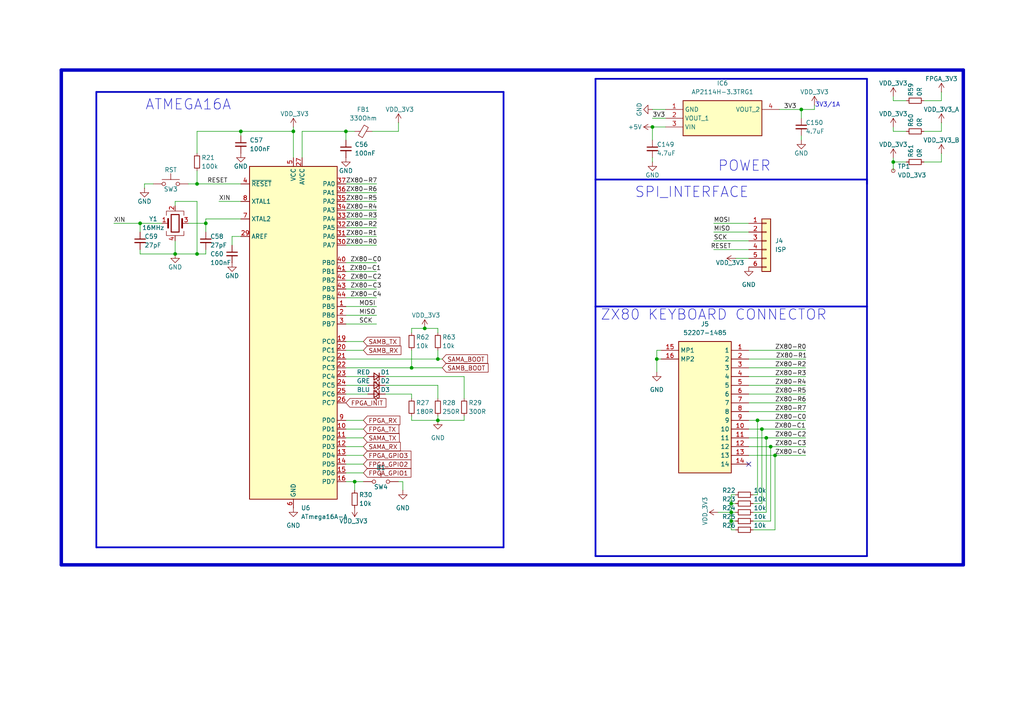
<source format=kicad_sch>
(kicad_sch
	(version 20231120)
	(generator "eeschema")
	(generator_version "8.0")
	(uuid "eae6b943-1001-4291-875a-5bcc090a4d9c")
	(paper "A4")
	(lib_symbols
		(symbol "52207-1485:52207-1485"
			(exclude_from_sim no)
			(in_bom yes)
			(on_board yes)
			(property "Reference" "J"
				(at 21.59 7.62 0)
				(effects
					(font
						(size 1.27 1.27)
					)
					(justify left top)
				)
			)
			(property "Value" "52207-1485"
				(at 21.59 5.08 0)
				(effects
					(font
						(size 1.27 1.27)
					)
					(justify left top)
				)
			)
			(property "Footprint" "522071485"
				(at 21.59 -94.92 0)
				(effects
					(font
						(size 1.27 1.27)
					)
					(justify left top)
					(hide yes)
				)
			)
			(property "Datasheet" "https://www.molex.com/content/dam/molex/molex-dot-com/products/automated/en-us/salesdrawingpdf/522/52207/522071485_sd.pdf?inline"
				(at 21.59 -194.92 0)
				(effects
					(font
						(size 1.27 1.27)
					)
					(justify left top)
					(hide yes)
				)
			)
			(property "Description" "Molex FFC/FPC SMT 52207 Series 1mm Pitch 14 Way Right Angle SMT Female FPC Connector, ZIF Top Contact"
				(at 0 0 0)
				(effects
					(font
						(size 1.27 1.27)
					)
					(hide yes)
				)
			)
			(property "Height" "2.9"
				(at 21.59 -394.92 0)
				(effects
					(font
						(size 1.27 1.27)
					)
					(justify left top)
					(hide yes)
				)
			)
			(property "Mouser Part Number" "538-52207-1485"
				(at 21.59 -494.92 0)
				(effects
					(font
						(size 1.27 1.27)
					)
					(justify left top)
					(hide yes)
				)
			)
			(property "Mouser Price/Stock" "https://www.mouser.co.uk/ProductDetail/Molex/52207-1485?qs=dvxwXVM4mZU8PVsLLd9pCQ%3D%3D"
				(at 21.59 -594.92 0)
				(effects
					(font
						(size 1.27 1.27)
					)
					(justify left top)
					(hide yes)
				)
			)
			(property "Manufacturer_Name" "Molex"
				(at 21.59 -694.92 0)
				(effects
					(font
						(size 1.27 1.27)
					)
					(justify left top)
					(hide yes)
				)
			)
			(property "Manufacturer_Part_Number" "52207-1485"
				(at 21.59 -794.92 0)
				(effects
					(font
						(size 1.27 1.27)
					)
					(justify left top)
					(hide yes)
				)
			)
			(symbol "52207-1485_1_1"
				(rectangle
					(start 5.08 2.54)
					(end 20.32 -35.56)
					(stroke
						(width 0.254)
						(type default)
					)
					(fill
						(type background)
					)
				)
				(pin passive line
					(at 25.4 0 180)
					(length 5.08)
					(name "1"
						(effects
							(font
								(size 1.27 1.27)
							)
						)
					)
					(number "1"
						(effects
							(font
								(size 1.27 1.27)
							)
						)
					)
				)
				(pin passive line
					(at 25.4 -22.86 180)
					(length 5.08)
					(name "10"
						(effects
							(font
								(size 1.27 1.27)
							)
						)
					)
					(number "10"
						(effects
							(font
								(size 1.27 1.27)
							)
						)
					)
				)
				(pin passive line
					(at 25.4 -25.4 180)
					(length 5.08)
					(name "11"
						(effects
							(font
								(size 1.27 1.27)
							)
						)
					)
					(number "11"
						(effects
							(font
								(size 1.27 1.27)
							)
						)
					)
				)
				(pin passive line
					(at 25.4 -27.94 180)
					(length 5.08)
					(name "12"
						(effects
							(font
								(size 1.27 1.27)
							)
						)
					)
					(number "12"
						(effects
							(font
								(size 1.27 1.27)
							)
						)
					)
				)
				(pin passive line
					(at 25.4 -30.48 180)
					(length 5.08)
					(name "13"
						(effects
							(font
								(size 1.27 1.27)
							)
						)
					)
					(number "13"
						(effects
							(font
								(size 1.27 1.27)
							)
						)
					)
				)
				(pin passive line
					(at 25.4 -33.02 180)
					(length 5.08)
					(name "14"
						(effects
							(font
								(size 1.27 1.27)
							)
						)
					)
					(number "14"
						(effects
							(font
								(size 1.27 1.27)
							)
						)
					)
				)
				(pin passive line
					(at 0 0 0)
					(length 5.08)
					(name "MP1"
						(effects
							(font
								(size 1.27 1.27)
							)
						)
					)
					(number "15"
						(effects
							(font
								(size 1.27 1.27)
							)
						)
					)
				)
				(pin passive line
					(at 0 -2.54 0)
					(length 5.08)
					(name "MP2"
						(effects
							(font
								(size 1.27 1.27)
							)
						)
					)
					(number "16"
						(effects
							(font
								(size 1.27 1.27)
							)
						)
					)
				)
				(pin passive line
					(at 25.4 -2.54 180)
					(length 5.08)
					(name "2"
						(effects
							(font
								(size 1.27 1.27)
							)
						)
					)
					(number "2"
						(effects
							(font
								(size 1.27 1.27)
							)
						)
					)
				)
				(pin passive line
					(at 25.4 -5.08 180)
					(length 5.08)
					(name "3"
						(effects
							(font
								(size 1.27 1.27)
							)
						)
					)
					(number "3"
						(effects
							(font
								(size 1.27 1.27)
							)
						)
					)
				)
				(pin passive line
					(at 25.4 -7.62 180)
					(length 5.08)
					(name "4"
						(effects
							(font
								(size 1.27 1.27)
							)
						)
					)
					(number "4"
						(effects
							(font
								(size 1.27 1.27)
							)
						)
					)
				)
				(pin passive line
					(at 25.4 -10.16 180)
					(length 5.08)
					(name "5"
						(effects
							(font
								(size 1.27 1.27)
							)
						)
					)
					(number "5"
						(effects
							(font
								(size 1.27 1.27)
							)
						)
					)
				)
				(pin passive line
					(at 25.4 -12.7 180)
					(length 5.08)
					(name "6"
						(effects
							(font
								(size 1.27 1.27)
							)
						)
					)
					(number "6"
						(effects
							(font
								(size 1.27 1.27)
							)
						)
					)
				)
				(pin passive line
					(at 25.4 -15.24 180)
					(length 5.08)
					(name "7"
						(effects
							(font
								(size 1.27 1.27)
							)
						)
					)
					(number "7"
						(effects
							(font
								(size 1.27 1.27)
							)
						)
					)
				)
				(pin passive line
					(at 25.4 -17.78 180)
					(length 5.08)
					(name "8"
						(effects
							(font
								(size 1.27 1.27)
							)
						)
					)
					(number "8"
						(effects
							(font
								(size 1.27 1.27)
							)
						)
					)
				)
				(pin passive line
					(at 25.4 -20.32 180)
					(length 5.08)
					(name "9"
						(effects
							(font
								(size 1.27 1.27)
							)
						)
					)
					(number "9"
						(effects
							(font
								(size 1.27 1.27)
							)
						)
					)
				)
			)
		)
		(symbol "AP2114H-3_3TRG1:AP2114H-3.3TRG1"
			(exclude_from_sim no)
			(in_bom yes)
			(on_board yes)
			(property "Reference" "IC"
				(at 29.21 7.62 0)
				(effects
					(font
						(size 1.27 1.27)
					)
					(justify left top)
				)
			)
			(property "Value" "AP2114H-3.3TRG1"
				(at 29.21 5.08 0)
				(effects
					(font
						(size 1.27 1.27)
					)
					(justify left top)
				)
			)
			(property "Footprint" "SOT230P700X180-4N"
				(at 29.21 -94.92 0)
				(effects
					(font
						(size 1.27 1.27)
					)
					(justify left top)
					(hide yes)
				)
			)
			(property "Datasheet" "https://www.diodes.com//assets/Datasheets/AP2114.pdf"
				(at 29.21 -194.92 0)
				(effects
					(font
						(size 1.27 1.27)
					)
					(justify left top)
					(hide yes)
				)
			)
			(property "Description" "1A 3.3V Low Noise LDO Regulator SOT223 DiodesZetex AP2114H-3.3TRG1, LDO Voltage Regulator, 1 (Min)A, 3.3 V +/-1.5%, 2.5  6 Vin, 3-Pin SOT-223"
				(at 0 0 0)
				(effects
					(font
						(size 1.27 1.27)
					)
					(hide yes)
				)
			)
			(property "Height" "1.8"
				(at 29.21 -394.92 0)
				(effects
					(font
						(size 1.27 1.27)
					)
					(justify left top)
					(hide yes)
				)
			)
			(property "Mouser Part Number" "621-AP2114H-3.3TRG1"
				(at 29.21 -494.92 0)
				(effects
					(font
						(size 1.27 1.27)
					)
					(justify left top)
					(hide yes)
				)
			)
			(property "Mouser Price/Stock" "https://www.mouser.co.uk/ProductDetail/Diodes-Incorporated/AP2114H-3.3TRG1?qs=x6A8l6qLYDDSG%2FfwzcsOhw%3D%3D"
				(at 29.21 -594.92 0)
				(effects
					(font
						(size 1.27 1.27)
					)
					(justify left top)
					(hide yes)
				)
			)
			(property "Manufacturer_Name" "Diodes Incorporated"
				(at 29.21 -694.92 0)
				(effects
					(font
						(size 1.27 1.27)
					)
					(justify left top)
					(hide yes)
				)
			)
			(property "Manufacturer_Part_Number" "AP2114H-3.3TRG1"
				(at 29.21 -794.92 0)
				(effects
					(font
						(size 1.27 1.27)
					)
					(justify left top)
					(hide yes)
				)
			)
			(symbol "AP2114H-3.3TRG1_1_1"
				(rectangle
					(start 5.08 2.54)
					(end 27.94 -7.62)
					(stroke
						(width 0.254)
						(type default)
					)
					(fill
						(type background)
					)
				)
				(pin passive line
					(at 0 0 0)
					(length 5.08)
					(name "GND"
						(effects
							(font
								(size 1.27 1.27)
							)
						)
					)
					(number "1"
						(effects
							(font
								(size 1.27 1.27)
							)
						)
					)
				)
				(pin passive line
					(at 0 -2.54 0)
					(length 5.08)
					(name "VOUT_1"
						(effects
							(font
								(size 1.27 1.27)
							)
						)
					)
					(number "2"
						(effects
							(font
								(size 1.27 1.27)
							)
						)
					)
				)
				(pin passive line
					(at 0 -5.08 0)
					(length 5.08)
					(name "VIN"
						(effects
							(font
								(size 1.27 1.27)
							)
						)
					)
					(number "3"
						(effects
							(font
								(size 1.27 1.27)
							)
						)
					)
				)
				(pin passive line
					(at 33.02 0 180)
					(length 5.08)
					(name "VOUT_2"
						(effects
							(font
								(size 1.27 1.27)
							)
						)
					)
					(number "4"
						(effects
							(font
								(size 1.27 1.27)
							)
						)
					)
				)
			)
		)
		(symbol "Connector:TestPoint_Small"
			(pin_numbers hide)
			(pin_names
				(offset 0.762) hide)
			(exclude_from_sim no)
			(in_bom yes)
			(on_board yes)
			(property "Reference" "TP"
				(at 0 3.81 0)
				(effects
					(font
						(size 1.27 1.27)
					)
				)
			)
			(property "Value" "TestPoint_Small"
				(at 0 2.032 0)
				(effects
					(font
						(size 1.27 1.27)
					)
				)
			)
			(property "Footprint" ""
				(at 5.08 0 0)
				(effects
					(font
						(size 1.27 1.27)
					)
					(hide yes)
				)
			)
			(property "Datasheet" "~"
				(at 5.08 0 0)
				(effects
					(font
						(size 1.27 1.27)
					)
					(hide yes)
				)
			)
			(property "Description" "test point"
				(at 0 0 0)
				(effects
					(font
						(size 1.27 1.27)
					)
					(hide yes)
				)
			)
			(property "ki_keywords" "test point tp"
				(at 0 0 0)
				(effects
					(font
						(size 1.27 1.27)
					)
					(hide yes)
				)
			)
			(property "ki_fp_filters" "Pin* Test*"
				(at 0 0 0)
				(effects
					(font
						(size 1.27 1.27)
					)
					(hide yes)
				)
			)
			(symbol "TestPoint_Small_0_1"
				(circle
					(center 0 0)
					(radius 0.508)
					(stroke
						(width 0)
						(type default)
					)
					(fill
						(type none)
					)
				)
			)
			(symbol "TestPoint_Small_1_1"
				(pin passive line
					(at 0 0 90)
					(length 0)
					(name "1"
						(effects
							(font
								(size 1.27 1.27)
							)
						)
					)
					(number "1"
						(effects
							(font
								(size 1.27 1.27)
							)
						)
					)
				)
			)
		)
		(symbol "Connector_Generic:Conn_01x06"
			(pin_names
				(offset 1.016) hide)
			(exclude_from_sim no)
			(in_bom yes)
			(on_board yes)
			(property "Reference" "J"
				(at 0 7.62 0)
				(effects
					(font
						(size 1.27 1.27)
					)
				)
			)
			(property "Value" "Conn_01x06"
				(at 0 -10.16 0)
				(effects
					(font
						(size 1.27 1.27)
					)
				)
			)
			(property "Footprint" ""
				(at 0 0 0)
				(effects
					(font
						(size 1.27 1.27)
					)
					(hide yes)
				)
			)
			(property "Datasheet" "~"
				(at 0 0 0)
				(effects
					(font
						(size 1.27 1.27)
					)
					(hide yes)
				)
			)
			(property "Description" "Generic connector, single row, 01x06, script generated (kicad-library-utils/schlib/autogen/connector/)"
				(at 0 0 0)
				(effects
					(font
						(size 1.27 1.27)
					)
					(hide yes)
				)
			)
			(property "ki_keywords" "connector"
				(at 0 0 0)
				(effects
					(font
						(size 1.27 1.27)
					)
					(hide yes)
				)
			)
			(property "ki_fp_filters" "Connector*:*_1x??_*"
				(at 0 0 0)
				(effects
					(font
						(size 1.27 1.27)
					)
					(hide yes)
				)
			)
			(symbol "Conn_01x06_1_1"
				(rectangle
					(start -1.27 -7.493)
					(end 0 -7.747)
					(stroke
						(width 0.1524)
						(type default)
					)
					(fill
						(type none)
					)
				)
				(rectangle
					(start -1.27 -4.953)
					(end 0 -5.207)
					(stroke
						(width 0.1524)
						(type default)
					)
					(fill
						(type none)
					)
				)
				(rectangle
					(start -1.27 -2.413)
					(end 0 -2.667)
					(stroke
						(width 0.1524)
						(type default)
					)
					(fill
						(type none)
					)
				)
				(rectangle
					(start -1.27 0.127)
					(end 0 -0.127)
					(stroke
						(width 0.1524)
						(type default)
					)
					(fill
						(type none)
					)
				)
				(rectangle
					(start -1.27 2.667)
					(end 0 2.413)
					(stroke
						(width 0.1524)
						(type default)
					)
					(fill
						(type none)
					)
				)
				(rectangle
					(start -1.27 5.207)
					(end 0 4.953)
					(stroke
						(width 0.1524)
						(type default)
					)
					(fill
						(type none)
					)
				)
				(rectangle
					(start -1.27 6.35)
					(end 1.27 -8.89)
					(stroke
						(width 0.254)
						(type default)
					)
					(fill
						(type background)
					)
				)
				(pin passive line
					(at -5.08 5.08 0)
					(length 3.81)
					(name "Pin_1"
						(effects
							(font
								(size 1.27 1.27)
							)
						)
					)
					(number "1"
						(effects
							(font
								(size 1.27 1.27)
							)
						)
					)
				)
				(pin passive line
					(at -5.08 2.54 0)
					(length 3.81)
					(name "Pin_2"
						(effects
							(font
								(size 1.27 1.27)
							)
						)
					)
					(number "2"
						(effects
							(font
								(size 1.27 1.27)
							)
						)
					)
				)
				(pin passive line
					(at -5.08 0 0)
					(length 3.81)
					(name "Pin_3"
						(effects
							(font
								(size 1.27 1.27)
							)
						)
					)
					(number "3"
						(effects
							(font
								(size 1.27 1.27)
							)
						)
					)
				)
				(pin passive line
					(at -5.08 -2.54 0)
					(length 3.81)
					(name "Pin_4"
						(effects
							(font
								(size 1.27 1.27)
							)
						)
					)
					(number "4"
						(effects
							(font
								(size 1.27 1.27)
							)
						)
					)
				)
				(pin passive line
					(at -5.08 -5.08 0)
					(length 3.81)
					(name "Pin_5"
						(effects
							(font
								(size 1.27 1.27)
							)
						)
					)
					(number "5"
						(effects
							(font
								(size 1.27 1.27)
							)
						)
					)
				)
				(pin passive line
					(at -5.08 -7.62 0)
					(length 3.81)
					(name "Pin_6"
						(effects
							(font
								(size 1.27 1.27)
							)
						)
					)
					(number "6"
						(effects
							(font
								(size 1.27 1.27)
							)
						)
					)
				)
			)
		)
		(symbol "Device:C_Small"
			(pin_numbers hide)
			(pin_names
				(offset 0.254) hide)
			(exclude_from_sim no)
			(in_bom yes)
			(on_board yes)
			(property "Reference" "C"
				(at 0.254 1.778 0)
				(effects
					(font
						(size 1.27 1.27)
					)
					(justify left)
				)
			)
			(property "Value" "C_Small"
				(at 0.254 -2.032 0)
				(effects
					(font
						(size 1.27 1.27)
					)
					(justify left)
				)
			)
			(property "Footprint" ""
				(at 0 0 0)
				(effects
					(font
						(size 1.27 1.27)
					)
					(hide yes)
				)
			)
			(property "Datasheet" "~"
				(at 0 0 0)
				(effects
					(font
						(size 1.27 1.27)
					)
					(hide yes)
				)
			)
			(property "Description" "Unpolarized capacitor, small symbol"
				(at 0 0 0)
				(effects
					(font
						(size 1.27 1.27)
					)
					(hide yes)
				)
			)
			(property "ki_keywords" "capacitor cap"
				(at 0 0 0)
				(effects
					(font
						(size 1.27 1.27)
					)
					(hide yes)
				)
			)
			(property "ki_fp_filters" "C_*"
				(at 0 0 0)
				(effects
					(font
						(size 1.27 1.27)
					)
					(hide yes)
				)
			)
			(symbol "C_Small_0_1"
				(polyline
					(pts
						(xy -1.524 -0.508) (xy 1.524 -0.508)
					)
					(stroke
						(width 0.3302)
						(type default)
					)
					(fill
						(type none)
					)
				)
				(polyline
					(pts
						(xy -1.524 0.508) (xy 1.524 0.508)
					)
					(stroke
						(width 0.3048)
						(type default)
					)
					(fill
						(type none)
					)
				)
			)
			(symbol "C_Small_1_1"
				(pin passive line
					(at 0 2.54 270)
					(length 2.032)
					(name "~"
						(effects
							(font
								(size 1.27 1.27)
							)
						)
					)
					(number "1"
						(effects
							(font
								(size 1.27 1.27)
							)
						)
					)
				)
				(pin passive line
					(at 0 -2.54 90)
					(length 2.032)
					(name "~"
						(effects
							(font
								(size 1.27 1.27)
							)
						)
					)
					(number "2"
						(effects
							(font
								(size 1.27 1.27)
							)
						)
					)
				)
			)
		)
		(symbol "Device:Crystal_GND24"
			(pin_names
				(offset 1.016) hide)
			(exclude_from_sim no)
			(in_bom yes)
			(on_board yes)
			(property "Reference" "Y"
				(at 3.175 5.08 0)
				(effects
					(font
						(size 1.27 1.27)
					)
					(justify left)
				)
			)
			(property "Value" "Crystal_GND24"
				(at 3.175 3.175 0)
				(effects
					(font
						(size 1.27 1.27)
					)
					(justify left)
				)
			)
			(property "Footprint" ""
				(at 0 0 0)
				(effects
					(font
						(size 1.27 1.27)
					)
					(hide yes)
				)
			)
			(property "Datasheet" "~"
				(at 0 0 0)
				(effects
					(font
						(size 1.27 1.27)
					)
					(hide yes)
				)
			)
			(property "Description" "Four pin crystal, GND on pins 2 and 4"
				(at 0 0 0)
				(effects
					(font
						(size 1.27 1.27)
					)
					(hide yes)
				)
			)
			(property "ki_keywords" "quartz ceramic resonator oscillator"
				(at 0 0 0)
				(effects
					(font
						(size 1.27 1.27)
					)
					(hide yes)
				)
			)
			(property "ki_fp_filters" "Crystal*"
				(at 0 0 0)
				(effects
					(font
						(size 1.27 1.27)
					)
					(hide yes)
				)
			)
			(symbol "Crystal_GND24_0_1"
				(rectangle
					(start -1.143 2.54)
					(end 1.143 -2.54)
					(stroke
						(width 0.3048)
						(type default)
					)
					(fill
						(type none)
					)
				)
				(polyline
					(pts
						(xy -2.54 0) (xy -2.032 0)
					)
					(stroke
						(width 0)
						(type default)
					)
					(fill
						(type none)
					)
				)
				(polyline
					(pts
						(xy -2.032 -1.27) (xy -2.032 1.27)
					)
					(stroke
						(width 0.508)
						(type default)
					)
					(fill
						(type none)
					)
				)
				(polyline
					(pts
						(xy 0 -3.81) (xy 0 -3.556)
					)
					(stroke
						(width 0)
						(type default)
					)
					(fill
						(type none)
					)
				)
				(polyline
					(pts
						(xy 0 3.556) (xy 0 3.81)
					)
					(stroke
						(width 0)
						(type default)
					)
					(fill
						(type none)
					)
				)
				(polyline
					(pts
						(xy 2.032 -1.27) (xy 2.032 1.27)
					)
					(stroke
						(width 0.508)
						(type default)
					)
					(fill
						(type none)
					)
				)
				(polyline
					(pts
						(xy 2.032 0) (xy 2.54 0)
					)
					(stroke
						(width 0)
						(type default)
					)
					(fill
						(type none)
					)
				)
				(polyline
					(pts
						(xy -2.54 -2.286) (xy -2.54 -3.556) (xy 2.54 -3.556) (xy 2.54 -2.286)
					)
					(stroke
						(width 0)
						(type default)
					)
					(fill
						(type none)
					)
				)
				(polyline
					(pts
						(xy -2.54 2.286) (xy -2.54 3.556) (xy 2.54 3.556) (xy 2.54 2.286)
					)
					(stroke
						(width 0)
						(type default)
					)
					(fill
						(type none)
					)
				)
			)
			(symbol "Crystal_GND24_1_1"
				(pin passive line
					(at -3.81 0 0)
					(length 1.27)
					(name "1"
						(effects
							(font
								(size 1.27 1.27)
							)
						)
					)
					(number "1"
						(effects
							(font
								(size 1.27 1.27)
							)
						)
					)
				)
				(pin passive line
					(at 0 5.08 270)
					(length 1.27)
					(name "2"
						(effects
							(font
								(size 1.27 1.27)
							)
						)
					)
					(number "2"
						(effects
							(font
								(size 1.27 1.27)
							)
						)
					)
				)
				(pin passive line
					(at 3.81 0 180)
					(length 1.27)
					(name "3"
						(effects
							(font
								(size 1.27 1.27)
							)
						)
					)
					(number "3"
						(effects
							(font
								(size 1.27 1.27)
							)
						)
					)
				)
				(pin passive line
					(at 0 -5.08 90)
					(length 1.27)
					(name "4"
						(effects
							(font
								(size 1.27 1.27)
							)
						)
					)
					(number "4"
						(effects
							(font
								(size 1.27 1.27)
							)
						)
					)
				)
			)
		)
		(symbol "Device:FerriteBead_Small"
			(pin_numbers hide)
			(pin_names
				(offset 0)
			)
			(exclude_from_sim no)
			(in_bom yes)
			(on_board yes)
			(property "Reference" "FB"
				(at 1.905 1.27 0)
				(effects
					(font
						(size 1.27 1.27)
					)
					(justify left)
				)
			)
			(property "Value" "FerriteBead_Small"
				(at 1.905 -1.27 0)
				(effects
					(font
						(size 1.27 1.27)
					)
					(justify left)
				)
			)
			(property "Footprint" ""
				(at -1.778 0 90)
				(effects
					(font
						(size 1.27 1.27)
					)
					(hide yes)
				)
			)
			(property "Datasheet" "~"
				(at 0 0 0)
				(effects
					(font
						(size 1.27 1.27)
					)
					(hide yes)
				)
			)
			(property "Description" "Ferrite bead, small symbol"
				(at 0 0 0)
				(effects
					(font
						(size 1.27 1.27)
					)
					(hide yes)
				)
			)
			(property "ki_keywords" "L ferrite bead inductor filter"
				(at 0 0 0)
				(effects
					(font
						(size 1.27 1.27)
					)
					(hide yes)
				)
			)
			(property "ki_fp_filters" "Inductor_* L_* *Ferrite*"
				(at 0 0 0)
				(effects
					(font
						(size 1.27 1.27)
					)
					(hide yes)
				)
			)
			(symbol "FerriteBead_Small_0_1"
				(polyline
					(pts
						(xy 0 -1.27) (xy 0 -0.7874)
					)
					(stroke
						(width 0)
						(type default)
					)
					(fill
						(type none)
					)
				)
				(polyline
					(pts
						(xy 0 0.889) (xy 0 1.2954)
					)
					(stroke
						(width 0)
						(type default)
					)
					(fill
						(type none)
					)
				)
				(polyline
					(pts
						(xy -1.8288 0.2794) (xy -1.1176 1.4986) (xy 1.8288 -0.2032) (xy 1.1176 -1.4224) (xy -1.8288 0.2794)
					)
					(stroke
						(width 0)
						(type default)
					)
					(fill
						(type none)
					)
				)
			)
			(symbol "FerriteBead_Small_1_1"
				(pin passive line
					(at 0 2.54 270)
					(length 1.27)
					(name "~"
						(effects
							(font
								(size 1.27 1.27)
							)
						)
					)
					(number "1"
						(effects
							(font
								(size 1.27 1.27)
							)
						)
					)
				)
				(pin passive line
					(at 0 -2.54 90)
					(length 1.27)
					(name "~"
						(effects
							(font
								(size 1.27 1.27)
							)
						)
					)
					(number "2"
						(effects
							(font
								(size 1.27 1.27)
							)
						)
					)
				)
			)
		)
		(symbol "Device:LED_Small"
			(pin_numbers hide)
			(pin_names
				(offset 0.254) hide)
			(exclude_from_sim no)
			(in_bom yes)
			(on_board yes)
			(property "Reference" "D"
				(at -1.27 3.175 0)
				(effects
					(font
						(size 1.27 1.27)
					)
					(justify left)
				)
			)
			(property "Value" "LED_Small"
				(at -4.445 -2.54 0)
				(effects
					(font
						(size 1.27 1.27)
					)
					(justify left)
				)
			)
			(property "Footprint" ""
				(at 0 0 90)
				(effects
					(font
						(size 1.27 1.27)
					)
					(hide yes)
				)
			)
			(property "Datasheet" "~"
				(at 0 0 90)
				(effects
					(font
						(size 1.27 1.27)
					)
					(hide yes)
				)
			)
			(property "Description" "Light emitting diode, small symbol"
				(at 0 0 0)
				(effects
					(font
						(size 1.27 1.27)
					)
					(hide yes)
				)
			)
			(property "ki_keywords" "LED diode light-emitting-diode"
				(at 0 0 0)
				(effects
					(font
						(size 1.27 1.27)
					)
					(hide yes)
				)
			)
			(property "ki_fp_filters" "LED* LED_SMD:* LED_THT:*"
				(at 0 0 0)
				(effects
					(font
						(size 1.27 1.27)
					)
					(hide yes)
				)
			)
			(symbol "LED_Small_0_1"
				(polyline
					(pts
						(xy -0.762 -1.016) (xy -0.762 1.016)
					)
					(stroke
						(width 0.254)
						(type default)
					)
					(fill
						(type none)
					)
				)
				(polyline
					(pts
						(xy 1.016 0) (xy -0.762 0)
					)
					(stroke
						(width 0)
						(type default)
					)
					(fill
						(type none)
					)
				)
				(polyline
					(pts
						(xy 0.762 -1.016) (xy -0.762 0) (xy 0.762 1.016) (xy 0.762 -1.016)
					)
					(stroke
						(width 0.254)
						(type default)
					)
					(fill
						(type none)
					)
				)
				(polyline
					(pts
						(xy 0 0.762) (xy -0.508 1.27) (xy -0.254 1.27) (xy -0.508 1.27) (xy -0.508 1.016)
					)
					(stroke
						(width 0)
						(type default)
					)
					(fill
						(type none)
					)
				)
				(polyline
					(pts
						(xy 0.508 1.27) (xy 0 1.778) (xy 0.254 1.778) (xy 0 1.778) (xy 0 1.524)
					)
					(stroke
						(width 0)
						(type default)
					)
					(fill
						(type none)
					)
				)
			)
			(symbol "LED_Small_1_1"
				(pin passive line
					(at -2.54 0 0)
					(length 1.778)
					(name "K"
						(effects
							(font
								(size 1.27 1.27)
							)
						)
					)
					(number "1"
						(effects
							(font
								(size 1.27 1.27)
							)
						)
					)
				)
				(pin passive line
					(at 2.54 0 180)
					(length 1.778)
					(name "A"
						(effects
							(font
								(size 1.27 1.27)
							)
						)
					)
					(number "2"
						(effects
							(font
								(size 1.27 1.27)
							)
						)
					)
				)
			)
		)
		(symbol "Device:R_Small"
			(pin_numbers hide)
			(pin_names
				(offset 0.254) hide)
			(exclude_from_sim no)
			(in_bom yes)
			(on_board yes)
			(property "Reference" "R"
				(at 0.762 0.508 0)
				(effects
					(font
						(size 1.27 1.27)
					)
					(justify left)
				)
			)
			(property "Value" "R_Small"
				(at 0.762 -1.016 0)
				(effects
					(font
						(size 1.27 1.27)
					)
					(justify left)
				)
			)
			(property "Footprint" ""
				(at 0 0 0)
				(effects
					(font
						(size 1.27 1.27)
					)
					(hide yes)
				)
			)
			(property "Datasheet" "~"
				(at 0 0 0)
				(effects
					(font
						(size 1.27 1.27)
					)
					(hide yes)
				)
			)
			(property "Description" "Resistor, small symbol"
				(at 0 0 0)
				(effects
					(font
						(size 1.27 1.27)
					)
					(hide yes)
				)
			)
			(property "ki_keywords" "R resistor"
				(at 0 0 0)
				(effects
					(font
						(size 1.27 1.27)
					)
					(hide yes)
				)
			)
			(property "ki_fp_filters" "R_*"
				(at 0 0 0)
				(effects
					(font
						(size 1.27 1.27)
					)
					(hide yes)
				)
			)
			(symbol "R_Small_0_1"
				(rectangle
					(start -0.762 1.778)
					(end 0.762 -1.778)
					(stroke
						(width 0.2032)
						(type default)
					)
					(fill
						(type none)
					)
				)
			)
			(symbol "R_Small_1_1"
				(pin passive line
					(at 0 2.54 270)
					(length 0.762)
					(name "~"
						(effects
							(font
								(size 1.27 1.27)
							)
						)
					)
					(number "1"
						(effects
							(font
								(size 1.27 1.27)
							)
						)
					)
				)
				(pin passive line
					(at 0 -2.54 90)
					(length 0.762)
					(name "~"
						(effects
							(font
								(size 1.27 1.27)
							)
						)
					)
					(number "2"
						(effects
							(font
								(size 1.27 1.27)
							)
						)
					)
				)
			)
		)
		(symbol "MCU_Microchip_ATmega:ATmega16A-A"
			(exclude_from_sim no)
			(in_bom yes)
			(on_board yes)
			(property "Reference" "U"
				(at -12.7 49.53 0)
				(effects
					(font
						(size 1.27 1.27)
					)
					(justify left bottom)
				)
			)
			(property "Value" "ATmega16A-A"
				(at 2.54 -49.53 0)
				(effects
					(font
						(size 1.27 1.27)
					)
					(justify left top)
				)
			)
			(property "Footprint" "Package_QFP:TQFP-44_10x10mm_P0.8mm"
				(at 0 0 0)
				(effects
					(font
						(size 1.27 1.27)
						(italic yes)
					)
					(hide yes)
				)
			)
			(property "Datasheet" "http://ww1.microchip.com/downloads/en/DeviceDoc/Atmel-8154-8-bit-AVR-ATmega16A_Datasheet.pdf"
				(at 0 0 0)
				(effects
					(font
						(size 1.27 1.27)
					)
					(hide yes)
				)
			)
			(property "Description" "16MHz, 16kB Flash, 1kB SRAM, 512B EEPROM, JTAG, TQFP-44"
				(at 0 0 0)
				(effects
					(font
						(size 1.27 1.27)
					)
					(hide yes)
				)
			)
			(property "ki_keywords" "AVR 8bit Microcontroller MegaAVR"
				(at 0 0 0)
				(effects
					(font
						(size 1.27 1.27)
					)
					(hide yes)
				)
			)
			(property "ki_fp_filters" "TQFP*10x10mm*P0.8mm*"
				(at 0 0 0)
				(effects
					(font
						(size 1.27 1.27)
					)
					(hide yes)
				)
			)
			(symbol "ATmega16A-A_0_1"
				(rectangle
					(start -12.7 -48.26)
					(end 12.7 48.26)
					(stroke
						(width 0.254)
						(type default)
					)
					(fill
						(type background)
					)
				)
			)
			(symbol "ATmega16A-A_1_1"
				(pin bidirectional line
					(at 15.24 7.62 180)
					(length 2.54)
					(name "PB5"
						(effects
							(font
								(size 1.27 1.27)
							)
						)
					)
					(number "1"
						(effects
							(font
								(size 1.27 1.27)
							)
						)
					)
				)
				(pin bidirectional line
					(at 15.24 -27.94 180)
					(length 2.54)
					(name "PD1"
						(effects
							(font
								(size 1.27 1.27)
							)
						)
					)
					(number "10"
						(effects
							(font
								(size 1.27 1.27)
							)
						)
					)
				)
				(pin bidirectional line
					(at 15.24 -30.48 180)
					(length 2.54)
					(name "PD2"
						(effects
							(font
								(size 1.27 1.27)
							)
						)
					)
					(number "11"
						(effects
							(font
								(size 1.27 1.27)
							)
						)
					)
				)
				(pin bidirectional line
					(at 15.24 -33.02 180)
					(length 2.54)
					(name "PD3"
						(effects
							(font
								(size 1.27 1.27)
							)
						)
					)
					(number "12"
						(effects
							(font
								(size 1.27 1.27)
							)
						)
					)
				)
				(pin bidirectional line
					(at 15.24 -35.56 180)
					(length 2.54)
					(name "PD4"
						(effects
							(font
								(size 1.27 1.27)
							)
						)
					)
					(number "13"
						(effects
							(font
								(size 1.27 1.27)
							)
						)
					)
				)
				(pin bidirectional line
					(at 15.24 -38.1 180)
					(length 2.54)
					(name "PD5"
						(effects
							(font
								(size 1.27 1.27)
							)
						)
					)
					(number "14"
						(effects
							(font
								(size 1.27 1.27)
							)
						)
					)
				)
				(pin bidirectional line
					(at 15.24 -40.64 180)
					(length 2.54)
					(name "PD6"
						(effects
							(font
								(size 1.27 1.27)
							)
						)
					)
					(number "15"
						(effects
							(font
								(size 1.27 1.27)
							)
						)
					)
				)
				(pin bidirectional line
					(at 15.24 -43.18 180)
					(length 2.54)
					(name "PD7"
						(effects
							(font
								(size 1.27 1.27)
							)
						)
					)
					(number "16"
						(effects
							(font
								(size 1.27 1.27)
							)
						)
					)
				)
				(pin passive line
					(at 0 50.8 270)
					(length 2.54) hide
					(name "VCC"
						(effects
							(font
								(size 1.27 1.27)
							)
						)
					)
					(number "17"
						(effects
							(font
								(size 1.27 1.27)
							)
						)
					)
				)
				(pin passive line
					(at 0 -50.8 90)
					(length 2.54) hide
					(name "GND"
						(effects
							(font
								(size 1.27 1.27)
							)
						)
					)
					(number "18"
						(effects
							(font
								(size 1.27 1.27)
							)
						)
					)
				)
				(pin bidirectional line
					(at 15.24 -2.54 180)
					(length 2.54)
					(name "PC0"
						(effects
							(font
								(size 1.27 1.27)
							)
						)
					)
					(number "19"
						(effects
							(font
								(size 1.27 1.27)
							)
						)
					)
				)
				(pin bidirectional line
					(at 15.24 5.08 180)
					(length 2.54)
					(name "PB6"
						(effects
							(font
								(size 1.27 1.27)
							)
						)
					)
					(number "2"
						(effects
							(font
								(size 1.27 1.27)
							)
						)
					)
				)
				(pin bidirectional line
					(at 15.24 -5.08 180)
					(length 2.54)
					(name "PC1"
						(effects
							(font
								(size 1.27 1.27)
							)
						)
					)
					(number "20"
						(effects
							(font
								(size 1.27 1.27)
							)
						)
					)
				)
				(pin bidirectional line
					(at 15.24 -7.62 180)
					(length 2.54)
					(name "PC2"
						(effects
							(font
								(size 1.27 1.27)
							)
						)
					)
					(number "21"
						(effects
							(font
								(size 1.27 1.27)
							)
						)
					)
				)
				(pin bidirectional line
					(at 15.24 -10.16 180)
					(length 2.54)
					(name "PC3"
						(effects
							(font
								(size 1.27 1.27)
							)
						)
					)
					(number "22"
						(effects
							(font
								(size 1.27 1.27)
							)
						)
					)
				)
				(pin bidirectional line
					(at 15.24 -12.7 180)
					(length 2.54)
					(name "PC4"
						(effects
							(font
								(size 1.27 1.27)
							)
						)
					)
					(number "23"
						(effects
							(font
								(size 1.27 1.27)
							)
						)
					)
				)
				(pin bidirectional line
					(at 15.24 -15.24 180)
					(length 2.54)
					(name "PC5"
						(effects
							(font
								(size 1.27 1.27)
							)
						)
					)
					(number "24"
						(effects
							(font
								(size 1.27 1.27)
							)
						)
					)
				)
				(pin bidirectional line
					(at 15.24 -17.78 180)
					(length 2.54)
					(name "PC6"
						(effects
							(font
								(size 1.27 1.27)
							)
						)
					)
					(number "25"
						(effects
							(font
								(size 1.27 1.27)
							)
						)
					)
				)
				(pin bidirectional line
					(at 15.24 -20.32 180)
					(length 2.54)
					(name "PC7"
						(effects
							(font
								(size 1.27 1.27)
							)
						)
					)
					(number "26"
						(effects
							(font
								(size 1.27 1.27)
							)
						)
					)
				)
				(pin power_in line
					(at 2.54 50.8 270)
					(length 2.54)
					(name "AVCC"
						(effects
							(font
								(size 1.27 1.27)
							)
						)
					)
					(number "27"
						(effects
							(font
								(size 1.27 1.27)
							)
						)
					)
				)
				(pin passive line
					(at 0 -50.8 90)
					(length 2.54) hide
					(name "GND"
						(effects
							(font
								(size 1.27 1.27)
							)
						)
					)
					(number "28"
						(effects
							(font
								(size 1.27 1.27)
							)
						)
					)
				)
				(pin passive line
					(at -15.24 27.94 0)
					(length 2.54)
					(name "AREF"
						(effects
							(font
								(size 1.27 1.27)
							)
						)
					)
					(number "29"
						(effects
							(font
								(size 1.27 1.27)
							)
						)
					)
				)
				(pin bidirectional line
					(at 15.24 2.54 180)
					(length 2.54)
					(name "PB7"
						(effects
							(font
								(size 1.27 1.27)
							)
						)
					)
					(number "3"
						(effects
							(font
								(size 1.27 1.27)
							)
						)
					)
				)
				(pin bidirectional line
					(at 15.24 25.4 180)
					(length 2.54)
					(name "PA7"
						(effects
							(font
								(size 1.27 1.27)
							)
						)
					)
					(number "30"
						(effects
							(font
								(size 1.27 1.27)
							)
						)
					)
				)
				(pin bidirectional line
					(at 15.24 27.94 180)
					(length 2.54)
					(name "PA6"
						(effects
							(font
								(size 1.27 1.27)
							)
						)
					)
					(number "31"
						(effects
							(font
								(size 1.27 1.27)
							)
						)
					)
				)
				(pin bidirectional line
					(at 15.24 30.48 180)
					(length 2.54)
					(name "PA5"
						(effects
							(font
								(size 1.27 1.27)
							)
						)
					)
					(number "32"
						(effects
							(font
								(size 1.27 1.27)
							)
						)
					)
				)
				(pin bidirectional line
					(at 15.24 33.02 180)
					(length 2.54)
					(name "PA4"
						(effects
							(font
								(size 1.27 1.27)
							)
						)
					)
					(number "33"
						(effects
							(font
								(size 1.27 1.27)
							)
						)
					)
				)
				(pin bidirectional line
					(at 15.24 35.56 180)
					(length 2.54)
					(name "PA3"
						(effects
							(font
								(size 1.27 1.27)
							)
						)
					)
					(number "34"
						(effects
							(font
								(size 1.27 1.27)
							)
						)
					)
				)
				(pin bidirectional line
					(at 15.24 38.1 180)
					(length 2.54)
					(name "PA2"
						(effects
							(font
								(size 1.27 1.27)
							)
						)
					)
					(number "35"
						(effects
							(font
								(size 1.27 1.27)
							)
						)
					)
				)
				(pin bidirectional line
					(at 15.24 40.64 180)
					(length 2.54)
					(name "PA1"
						(effects
							(font
								(size 1.27 1.27)
							)
						)
					)
					(number "36"
						(effects
							(font
								(size 1.27 1.27)
							)
						)
					)
				)
				(pin bidirectional line
					(at 15.24 43.18 180)
					(length 2.54)
					(name "PA0"
						(effects
							(font
								(size 1.27 1.27)
							)
						)
					)
					(number "37"
						(effects
							(font
								(size 1.27 1.27)
							)
						)
					)
				)
				(pin passive line
					(at 0 50.8 270)
					(length 2.54) hide
					(name "VCC"
						(effects
							(font
								(size 1.27 1.27)
							)
						)
					)
					(number "38"
						(effects
							(font
								(size 1.27 1.27)
							)
						)
					)
				)
				(pin passive line
					(at 0 -50.8 90)
					(length 2.54) hide
					(name "GND"
						(effects
							(font
								(size 1.27 1.27)
							)
						)
					)
					(number "39"
						(effects
							(font
								(size 1.27 1.27)
							)
						)
					)
				)
				(pin input line
					(at -15.24 43.18 0)
					(length 2.54)
					(name "~{RESET}"
						(effects
							(font
								(size 1.27 1.27)
							)
						)
					)
					(number "4"
						(effects
							(font
								(size 1.27 1.27)
							)
						)
					)
				)
				(pin bidirectional line
					(at 15.24 20.32 180)
					(length 2.54)
					(name "PB0"
						(effects
							(font
								(size 1.27 1.27)
							)
						)
					)
					(number "40"
						(effects
							(font
								(size 1.27 1.27)
							)
						)
					)
				)
				(pin bidirectional line
					(at 15.24 17.78 180)
					(length 2.54)
					(name "PB1"
						(effects
							(font
								(size 1.27 1.27)
							)
						)
					)
					(number "41"
						(effects
							(font
								(size 1.27 1.27)
							)
						)
					)
				)
				(pin bidirectional line
					(at 15.24 15.24 180)
					(length 2.54)
					(name "PB2"
						(effects
							(font
								(size 1.27 1.27)
							)
						)
					)
					(number "42"
						(effects
							(font
								(size 1.27 1.27)
							)
						)
					)
				)
				(pin bidirectional line
					(at 15.24 12.7 180)
					(length 2.54)
					(name "PB3"
						(effects
							(font
								(size 1.27 1.27)
							)
						)
					)
					(number "43"
						(effects
							(font
								(size 1.27 1.27)
							)
						)
					)
				)
				(pin bidirectional line
					(at 15.24 10.16 180)
					(length 2.54)
					(name "PB4"
						(effects
							(font
								(size 1.27 1.27)
							)
						)
					)
					(number "44"
						(effects
							(font
								(size 1.27 1.27)
							)
						)
					)
				)
				(pin power_in line
					(at 0 50.8 270)
					(length 2.54)
					(name "VCC"
						(effects
							(font
								(size 1.27 1.27)
							)
						)
					)
					(number "5"
						(effects
							(font
								(size 1.27 1.27)
							)
						)
					)
				)
				(pin power_in line
					(at 0 -50.8 90)
					(length 2.54)
					(name "GND"
						(effects
							(font
								(size 1.27 1.27)
							)
						)
					)
					(number "6"
						(effects
							(font
								(size 1.27 1.27)
							)
						)
					)
				)
				(pin output line
					(at -15.24 33.02 0)
					(length 2.54)
					(name "XTAL2"
						(effects
							(font
								(size 1.27 1.27)
							)
						)
					)
					(number "7"
						(effects
							(font
								(size 1.27 1.27)
							)
						)
					)
				)
				(pin input line
					(at -15.24 38.1 0)
					(length 2.54)
					(name "XTAL1"
						(effects
							(font
								(size 1.27 1.27)
							)
						)
					)
					(number "8"
						(effects
							(font
								(size 1.27 1.27)
							)
						)
					)
				)
				(pin bidirectional line
					(at 15.24 -25.4 180)
					(length 2.54)
					(name "PD0"
						(effects
							(font
								(size 1.27 1.27)
							)
						)
					)
					(number "9"
						(effects
							(font
								(size 1.27 1.27)
							)
						)
					)
				)
			)
		)
		(symbol "Switch:SW_Push"
			(pin_numbers hide)
			(pin_names
				(offset 1.016) hide)
			(exclude_from_sim no)
			(in_bom yes)
			(on_board yes)
			(property "Reference" "SW"
				(at 1.27 2.54 0)
				(effects
					(font
						(size 1.27 1.27)
					)
					(justify left)
				)
			)
			(property "Value" "SW_Push"
				(at 0 -1.524 0)
				(effects
					(font
						(size 1.27 1.27)
					)
				)
			)
			(property "Footprint" ""
				(at 0 5.08 0)
				(effects
					(font
						(size 1.27 1.27)
					)
					(hide yes)
				)
			)
			(property "Datasheet" "~"
				(at 0 5.08 0)
				(effects
					(font
						(size 1.27 1.27)
					)
					(hide yes)
				)
			)
			(property "Description" "Push button switch, generic, two pins"
				(at 0 0 0)
				(effects
					(font
						(size 1.27 1.27)
					)
					(hide yes)
				)
			)
			(property "ki_keywords" "switch normally-open pushbutton push-button"
				(at 0 0 0)
				(effects
					(font
						(size 1.27 1.27)
					)
					(hide yes)
				)
			)
			(symbol "SW_Push_0_1"
				(circle
					(center -2.032 0)
					(radius 0.508)
					(stroke
						(width 0)
						(type default)
					)
					(fill
						(type none)
					)
				)
				(polyline
					(pts
						(xy 0 1.27) (xy 0 3.048)
					)
					(stroke
						(width 0)
						(type default)
					)
					(fill
						(type none)
					)
				)
				(polyline
					(pts
						(xy 2.54 1.27) (xy -2.54 1.27)
					)
					(stroke
						(width 0)
						(type default)
					)
					(fill
						(type none)
					)
				)
				(circle
					(center 2.032 0)
					(radius 0.508)
					(stroke
						(width 0)
						(type default)
					)
					(fill
						(type none)
					)
				)
				(pin passive line
					(at -5.08 0 0)
					(length 2.54)
					(name "1"
						(effects
							(font
								(size 1.27 1.27)
							)
						)
					)
					(number "1"
						(effects
							(font
								(size 1.27 1.27)
							)
						)
					)
				)
				(pin passive line
					(at 5.08 0 180)
					(length 2.54)
					(name "2"
						(effects
							(font
								(size 1.27 1.27)
							)
						)
					)
					(number "2"
						(effects
							(font
								(size 1.27 1.27)
							)
						)
					)
				)
			)
		)
		(symbol "power:+5V"
			(power)
			(pin_numbers hide)
			(pin_names
				(offset 0) hide)
			(exclude_from_sim no)
			(in_bom yes)
			(on_board yes)
			(property "Reference" "#PWR"
				(at 0 -3.81 0)
				(effects
					(font
						(size 1.27 1.27)
					)
					(hide yes)
				)
			)
			(property "Value" "+5V"
				(at 0 3.556 0)
				(effects
					(font
						(size 1.27 1.27)
					)
				)
			)
			(property "Footprint" ""
				(at 0 0 0)
				(effects
					(font
						(size 1.27 1.27)
					)
					(hide yes)
				)
			)
			(property "Datasheet" ""
				(at 0 0 0)
				(effects
					(font
						(size 1.27 1.27)
					)
					(hide yes)
				)
			)
			(property "Description" "Power symbol creates a global label with name \"+5V\""
				(at 0 0 0)
				(effects
					(font
						(size 1.27 1.27)
					)
					(hide yes)
				)
			)
			(property "ki_keywords" "global power"
				(at 0 0 0)
				(effects
					(font
						(size 1.27 1.27)
					)
					(hide yes)
				)
			)
			(symbol "+5V_0_1"
				(polyline
					(pts
						(xy -0.762 1.27) (xy 0 2.54)
					)
					(stroke
						(width 0)
						(type default)
					)
					(fill
						(type none)
					)
				)
				(polyline
					(pts
						(xy 0 0) (xy 0 2.54)
					)
					(stroke
						(width 0)
						(type default)
					)
					(fill
						(type none)
					)
				)
				(polyline
					(pts
						(xy 0 2.54) (xy 0.762 1.27)
					)
					(stroke
						(width 0)
						(type default)
					)
					(fill
						(type none)
					)
				)
			)
			(symbol "+5V_1_1"
				(pin power_in line
					(at 0 0 90)
					(length 0)
					(name "~"
						(effects
							(font
								(size 1.27 1.27)
							)
						)
					)
					(number "1"
						(effects
							(font
								(size 1.27 1.27)
							)
						)
					)
				)
			)
		)
		(symbol "power:GND"
			(power)
			(pin_numbers hide)
			(pin_names
				(offset 0) hide)
			(exclude_from_sim no)
			(in_bom yes)
			(on_board yes)
			(property "Reference" "#PWR"
				(at 0 -6.35 0)
				(effects
					(font
						(size 1.27 1.27)
					)
					(hide yes)
				)
			)
			(property "Value" "GND"
				(at 0 -3.81 0)
				(effects
					(font
						(size 1.27 1.27)
					)
				)
			)
			(property "Footprint" ""
				(at 0 0 0)
				(effects
					(font
						(size 1.27 1.27)
					)
					(hide yes)
				)
			)
			(property "Datasheet" ""
				(at 0 0 0)
				(effects
					(font
						(size 1.27 1.27)
					)
					(hide yes)
				)
			)
			(property "Description" "Power symbol creates a global label with name \"GND\" , ground"
				(at 0 0 0)
				(effects
					(font
						(size 1.27 1.27)
					)
					(hide yes)
				)
			)
			(property "ki_keywords" "global power"
				(at 0 0 0)
				(effects
					(font
						(size 1.27 1.27)
					)
					(hide yes)
				)
			)
			(symbol "GND_0_1"
				(polyline
					(pts
						(xy 0 0) (xy 0 -1.27) (xy 1.27 -1.27) (xy 0 -2.54) (xy -1.27 -1.27) (xy 0 -1.27)
					)
					(stroke
						(width 0)
						(type default)
					)
					(fill
						(type none)
					)
				)
			)
			(symbol "GND_1_1"
				(pin power_in line
					(at 0 0 270)
					(length 0)
					(name "~"
						(effects
							(font
								(size 1.27 1.27)
							)
						)
					)
					(number "1"
						(effects
							(font
								(size 1.27 1.27)
							)
						)
					)
				)
			)
		)
	)
	(junction
		(at 50.8 73.66)
		(diameter 0)
		(color 0 0 0 0)
		(uuid "0c1c2422-b2fd-45a9-a307-d0364a51c4e9")
	)
	(junction
		(at 222.25 127)
		(diameter 0)
		(color 0 0 0 0)
		(uuid "182204d3-5b0f-49be-aeae-0ff0d7ca7148")
	)
	(junction
		(at 59.69 64.77)
		(diameter 0)
		(color 0 0 0 0)
		(uuid "182867fa-5875-4da2-849d-bf77f47f6d15")
	)
	(junction
		(at 85.09 38.1)
		(diameter 0)
		(color 0 0 0 0)
		(uuid "1e712dec-ac93-4dc1-80e6-f17abe5aec83")
	)
	(junction
		(at 57.15 53.34)
		(diameter 0)
		(color 0 0 0 0)
		(uuid "2321144e-1958-4a38-9492-3dffbdcf1980")
	)
	(junction
		(at 100.33 38.1)
		(diameter 0)
		(color 0 0 0 0)
		(uuid "2e4fa379-a380-4d6c-a525-98fae64130f1")
	)
	(junction
		(at 212.09 151.13)
		(diameter 0)
		(color 0 0 0 0)
		(uuid "38a558db-c524-497d-9ac5-edf9f306586f")
	)
	(junction
		(at 123.19 95.25)
		(diameter 0)
		(color 0 0 0 0)
		(uuid "40d3c81e-5d69-4f34-8cee-71204edace5c")
	)
	(junction
		(at 127 104.14)
		(diameter 0)
		(color 0 0 0 0)
		(uuid "41264804-d54b-4d41-aec0-f5cbdddc8a73")
	)
	(junction
		(at 189.23 36.83)
		(diameter 0)
		(color 0 0 0 0)
		(uuid "54000d55-a31e-4764-be66-6942e58c818d")
	)
	(junction
		(at 119.38 106.68)
		(diameter 0)
		(color 0 0 0 0)
		(uuid "572f96dd-2057-4bcb-97af-4a04f1120f1b")
	)
	(junction
		(at 40.64 64.77)
		(diameter 0)
		(color 0 0 0 0)
		(uuid "61c866e7-e953-4299-9cee-6c95bc95608f")
	)
	(junction
		(at 102.87 139.7)
		(diameter 0)
		(color 0 0 0 0)
		(uuid "79398b50-81e1-4a67-84c1-d2e26e7f9106")
	)
	(junction
		(at 127 121.92)
		(diameter 0)
		(color 0 0 0 0)
		(uuid "8032fcbc-690b-42ce-9d52-eca8e2e9f9cf")
	)
	(junction
		(at 220.98 124.46)
		(diameter 0)
		(color 0 0 0 0)
		(uuid "962561f0-d450-450b-8cbc-d0d1d6a96d2b")
	)
	(junction
		(at 224.79 132.08)
		(diameter 0)
		(color 0 0 0 0)
		(uuid "a018d8a6-013d-4fe8-a633-3d7dfa25ea37")
	)
	(junction
		(at 259.08 46.99)
		(diameter 0)
		(color 0 0 0 0)
		(uuid "a4516449-6fd0-41f1-9daa-eaf09847df9d")
	)
	(junction
		(at 57.15 73.66)
		(diameter 0)
		(color 0 0 0 0)
		(uuid "a52cb016-d1c6-4e17-8b6c-ddc4cec10290")
	)
	(junction
		(at 190.5 104.14)
		(diameter 0)
		(color 0 0 0 0)
		(uuid "a8be08e9-f50e-4076-b008-2f718961d1f4")
	)
	(junction
		(at 212.09 148.59)
		(diameter 0)
		(color 0 0 0 0)
		(uuid "c25926b9-a70c-4231-a514-53771159637b")
	)
	(junction
		(at 212.09 146.05)
		(diameter 0)
		(color 0 0 0 0)
		(uuid "c6661adb-8287-4e76-ab05-4638074719c2")
	)
	(junction
		(at 223.52 129.54)
		(diameter 0)
		(color 0 0 0 0)
		(uuid "c9899bd1-46be-4a6a-9793-ce615bcc4fe1")
	)
	(junction
		(at 232.41 31.75)
		(diameter 0)
		(color 0 0 0 0)
		(uuid "e7428806-6dd2-4e4e-92fe-9f9e8e62832f")
	)
	(junction
		(at 69.85 38.1)
		(diameter 0)
		(color 0 0 0 0)
		(uuid "ebd5a6c1-fc76-4f21-8541-341ba585367f")
	)
	(junction
		(at 219.71 121.92)
		(diameter 0)
		(color 0 0 0 0)
		(uuid "f10d6cdd-ed77-496e-8929-e55ce289ee1c")
	)
	(no_connect
		(at 217.17 134.62)
		(uuid "8e18f1c9-8a5e-4ec0-b60d-33b67de9a597")
	)
	(wire
		(pts
			(xy 50.8 58.42) (xy 57.15 58.42)
		)
		(stroke
			(width 0)
			(type default)
		)
		(uuid "0043b0fd-0fa5-463b-824f-97cd77eceebb")
	)
	(polyline
		(pts
			(xy 172.72 88.9) (xy 172.72 161.29)
		)
		(stroke
			(width 0.5)
			(type default)
		)
		(uuid "01a40011-44c8-4446-a6a4-6b1ff9b9ad32")
	)
	(polyline
		(pts
			(xy 17.78 20.32) (xy 17.78 163.83)
		)
		(stroke
			(width 1)
			(type default)
		)
		(uuid "02f70832-281f-4bb8-b61b-5919308854b5")
	)
	(wire
		(pts
			(xy 100.33 38.1) (xy 100.33 40.64)
		)
		(stroke
			(width 0)
			(type default)
		)
		(uuid "03445095-d68c-483c-9f23-a5998f316a56")
	)
	(wire
		(pts
			(xy 217.17 116.84) (xy 233.68 116.84)
		)
		(stroke
			(width 0)
			(type default)
		)
		(uuid "0458fc47-6b11-41bd-966a-7bb6cf19dba8")
	)
	(wire
		(pts
			(xy 100.33 38.1) (xy 87.63 38.1)
		)
		(stroke
			(width 0)
			(type default)
		)
		(uuid "05fcf405-7934-407b-b754-db4a02d3800f")
	)
	(wire
		(pts
			(xy 127 104.14) (xy 128.27 104.14)
		)
		(stroke
			(width 0)
			(type default)
		)
		(uuid "06adfacf-3f68-4edf-832e-a4b5093f6733")
	)
	(wire
		(pts
			(xy 212.09 143.51) (xy 213.36 143.51)
		)
		(stroke
			(width 0)
			(type default)
		)
		(uuid "0701b41a-81a6-4e18-9b2b-8b0a21fbcc72")
	)
	(wire
		(pts
			(xy 40.64 64.77) (xy 46.99 64.77)
		)
		(stroke
			(width 0)
			(type default)
		)
		(uuid "089a4289-287f-41c2-9f0d-91836877ee9f")
	)
	(wire
		(pts
			(xy 102.87 38.1) (xy 100.33 38.1)
		)
		(stroke
			(width 0)
			(type default)
		)
		(uuid "0a9dc5d7-e7c3-49d1-9883-14e34e6be7d8")
	)
	(wire
		(pts
			(xy 217.17 104.14) (xy 233.68 104.14)
		)
		(stroke
			(width 0)
			(type default)
		)
		(uuid "0b71b1ea-8695-4ca0-9b55-2337d891a518")
	)
	(wire
		(pts
			(xy 218.44 146.05) (xy 220.98 146.05)
		)
		(stroke
			(width 0)
			(type default)
		)
		(uuid "0c054343-bb4d-4c31-8911-15c089057ce2")
	)
	(wire
		(pts
			(xy 217.17 101.6) (xy 233.68 101.6)
		)
		(stroke
			(width 0)
			(type default)
		)
		(uuid "0c507ca2-c8cc-4e5c-b2b8-a62e9785430e")
	)
	(wire
		(pts
			(xy 105.41 121.92) (xy 100.33 121.92)
		)
		(stroke
			(width 0)
			(type default)
		)
		(uuid "0d920c66-5622-4ae5-9d9e-7e911350e61b")
	)
	(wire
		(pts
			(xy 127 95.25) (xy 127 96.52)
		)
		(stroke
			(width 0)
			(type default)
		)
		(uuid "0efc9f4b-b481-4434-a375-e884cb1a1f3e")
	)
	(wire
		(pts
			(xy 207.01 67.31) (xy 217.17 67.31)
		)
		(stroke
			(width 0)
			(type default)
		)
		(uuid "13861d04-a260-450a-a095-157203a72603")
	)
	(wire
		(pts
			(xy 85.09 38.1) (xy 85.09 45.72)
		)
		(stroke
			(width 0)
			(type default)
		)
		(uuid "15e7ae2d-2589-49cf-941a-b4a68808a7da")
	)
	(polyline
		(pts
			(xy 27.94 26.67) (xy 27.94 158.75)
		)
		(stroke
			(width 0.5)
			(type default)
		)
		(uuid "1b555b39-95c0-47b9-ac7b-c7e1a012befd")
	)
	(polyline
		(pts
			(xy 17.78 163.83) (xy 279.4 163.83)
		)
		(stroke
			(width 1)
			(type default)
		)
		(uuid "1c2e725d-76a9-40c4-bac0-ca30f2eeb502")
	)
	(wire
		(pts
			(xy 223.52 151.13) (xy 223.52 129.54)
		)
		(stroke
			(width 0)
			(type default)
		)
		(uuid "213fd3b8-36a9-4135-8898-3da86103e731")
	)
	(wire
		(pts
			(xy 119.38 95.25) (xy 119.38 96.52)
		)
		(stroke
			(width 0)
			(type default)
		)
		(uuid "22ba2ef7-790f-4b3b-a2e1-39c0bc9a30bf")
	)
	(wire
		(pts
			(xy 259.08 38.1) (xy 259.08 36.83)
		)
		(stroke
			(width 0)
			(type default)
		)
		(uuid "235cc2a3-ef47-43cc-951f-7f901a49c027")
	)
	(wire
		(pts
			(xy 115.57 35.56) (xy 115.57 38.1)
		)
		(stroke
			(width 0)
			(type default)
		)
		(uuid "24f33cd4-c0f7-4bf0-a8aa-40d0526723af")
	)
	(wire
		(pts
			(xy 67.31 68.58) (xy 69.85 68.58)
		)
		(stroke
			(width 0)
			(type default)
		)
		(uuid "25a23cd2-5a83-44e5-9434-9718e5c0da77")
	)
	(wire
		(pts
			(xy 100.33 86.36) (xy 109.22 86.36)
		)
		(stroke
			(width 0)
			(type default)
		)
		(uuid "28c98232-32a9-4297-9bc9-23432e60c1b4")
	)
	(wire
		(pts
			(xy 57.15 44.45) (xy 57.15 38.1)
		)
		(stroke
			(width 0)
			(type default)
		)
		(uuid "297af6f0-706f-4df8-bbfe-e6cc9dab21a3")
	)
	(wire
		(pts
			(xy 189.23 45.72) (xy 189.23 46.99)
		)
		(stroke
			(width 0)
			(type default)
		)
		(uuid "2a02689e-c868-4fd4-818f-032175d3f70f")
	)
	(wire
		(pts
			(xy 105.41 134.62) (xy 100.33 134.62)
		)
		(stroke
			(width 0)
			(type default)
		)
		(uuid "2b5e104c-0cc0-49f9-8927-1f962f832a3b")
	)
	(wire
		(pts
			(xy 50.8 73.66) (xy 40.64 73.66)
		)
		(stroke
			(width 0)
			(type default)
		)
		(uuid "2b8dd7d6-f7f9-4bf5-90e8-ffd95ab84c1e")
	)
	(wire
		(pts
			(xy 190.5 101.6) (xy 191.77 101.6)
		)
		(stroke
			(width 0)
			(type default)
		)
		(uuid "2f1ce6b5-ec09-4fab-adb8-484fe3f5619c")
	)
	(wire
		(pts
			(xy 116.84 139.7) (xy 115.57 139.7)
		)
		(stroke
			(width 0)
			(type default)
		)
		(uuid "2f55f492-965b-4fd9-ba15-200a18cc94d8")
	)
	(wire
		(pts
			(xy 217.17 121.92) (xy 219.71 121.92)
		)
		(stroke
			(width 0)
			(type default)
		)
		(uuid "2fd2220a-085a-4de1-85a0-5577772346fb")
	)
	(wire
		(pts
			(xy 273.05 35.56) (xy 273.05 38.1)
		)
		(stroke
			(width 0)
			(type default)
		)
		(uuid "329b02d1-eb16-484d-8f76-b5c9550ccbc1")
	)
	(wire
		(pts
			(xy 50.8 59.69) (xy 50.8 58.42)
		)
		(stroke
			(width 0)
			(type default)
		)
		(uuid "32a73cf5-3c93-4d1f-a41b-34396a7066be")
	)
	(wire
		(pts
			(xy 123.19 95.25) (xy 127 95.25)
		)
		(stroke
			(width 0)
			(type default)
		)
		(uuid "3498ddb1-d911-442b-964a-c77c9392cf9a")
	)
	(wire
		(pts
			(xy 134.62 121.92) (xy 134.62 120.65)
		)
		(stroke
			(width 0)
			(type default)
		)
		(uuid "3837ba21-906d-4a25-9ca3-72d4095a52a0")
	)
	(wire
		(pts
			(xy 119.38 101.6) (xy 119.38 106.68)
		)
		(stroke
			(width 0)
			(type default)
		)
		(uuid "39e705a2-4501-41ea-8317-bcad29ed5538")
	)
	(wire
		(pts
			(xy 207.01 64.77) (xy 217.17 64.77)
		)
		(stroke
			(width 0)
			(type default)
		)
		(uuid "3ab85db8-5356-4e5c-909e-5f52072cea88")
	)
	(wire
		(pts
			(xy 218.44 143.51) (xy 219.71 143.51)
		)
		(stroke
			(width 0)
			(type default)
		)
		(uuid "3adfa9e8-fb16-43c5-b560-98990a96aafd")
	)
	(wire
		(pts
			(xy 232.41 31.75) (xy 236.22 31.75)
		)
		(stroke
			(width 0)
			(type default)
		)
		(uuid "3af34b96-8040-4e42-afb1-3c6a4a24a627")
	)
	(polyline
		(pts
			(xy 146.05 158.75) (xy 27.94 158.75)
		)
		(stroke
			(width 0.5)
			(type default)
		)
		(uuid "3bdbf040-2aea-406c-977f-706eab1b3322")
	)
	(wire
		(pts
			(xy 217.17 119.38) (xy 233.68 119.38)
		)
		(stroke
			(width 0)
			(type default)
		)
		(uuid "3cc6db6d-c20b-4f17-8366-9bd5a2052410")
	)
	(wire
		(pts
			(xy 105.41 99.06) (xy 100.33 99.06)
		)
		(stroke
			(width 0)
			(type default)
		)
		(uuid "3d905220-9cb5-4ebc-884c-6b3e9ef91889")
	)
	(wire
		(pts
			(xy 105.41 132.08) (xy 100.33 132.08)
		)
		(stroke
			(width 0)
			(type default)
		)
		(uuid "3f15f266-4b3e-4c25-a0e9-a5f95ecbe493")
	)
	(polyline
		(pts
			(xy 251.46 88.9) (xy 251.46 161.29)
		)
		(stroke
			(width 0.5)
			(type default)
		)
		(uuid "3f522a71-41cb-451a-82ad-abd59e622ebb")
	)
	(wire
		(pts
			(xy 59.69 64.77) (xy 59.69 63.5)
		)
		(stroke
			(width 0)
			(type default)
		)
		(uuid "3f78eb69-feb9-43d2-aeb5-729db47c1f72")
	)
	(wire
		(pts
			(xy 127 101.6) (xy 127 104.14)
		)
		(stroke
			(width 0)
			(type default)
		)
		(uuid "41a0aa3c-306f-4f7d-9f73-98824a5b75a7")
	)
	(wire
		(pts
			(xy 212.09 151.13) (xy 212.09 153.67)
		)
		(stroke
			(width 0)
			(type default)
		)
		(uuid "42d06600-e1e2-473d-a276-05464c7cda91")
	)
	(wire
		(pts
			(xy 127 115.57) (xy 127 111.76)
		)
		(stroke
			(width 0)
			(type default)
		)
		(uuid "43c914d1-ba45-435f-a439-fcddda39af10")
	)
	(wire
		(pts
			(xy 262.89 46.99) (xy 259.08 46.99)
		)
		(stroke
			(width 0)
			(type default)
		)
		(uuid "45e5fc6a-a439-466d-a784-de7817ddcd3f")
	)
	(wire
		(pts
			(xy 100.33 53.34) (xy 109.22 53.34)
		)
		(stroke
			(width 0)
			(type default)
		)
		(uuid "470d2aaa-eb51-40b9-8849-22e277dc8632")
	)
	(wire
		(pts
			(xy 119.38 121.92) (xy 127 121.92)
		)
		(stroke
			(width 0)
			(type default)
		)
		(uuid "480cc9e9-0af0-4df1-9a98-b2ce08fabb51")
	)
	(wire
		(pts
			(xy 69.85 38.1) (xy 85.09 38.1)
		)
		(stroke
			(width 0)
			(type default)
		)
		(uuid "48220207-634f-4a6a-934e-973847889aab")
	)
	(wire
		(pts
			(xy 220.98 146.05) (xy 220.98 124.46)
		)
		(stroke
			(width 0)
			(type default)
		)
		(uuid "4aad9868-bf8a-4314-aaa5-d40cca69ab20")
	)
	(wire
		(pts
			(xy 219.71 121.92) (xy 219.71 143.51)
		)
		(stroke
			(width 0)
			(type default)
		)
		(uuid "4c7f8f19-dd4e-43a9-b366-eebaf12890cd")
	)
	(wire
		(pts
			(xy 259.08 46.99) (xy 259.08 45.72)
		)
		(stroke
			(width 0)
			(type default)
		)
		(uuid "4d4bd13a-af2c-4981-83ff-6c19483973af")
	)
	(polyline
		(pts
			(xy 251.46 52.07) (xy 251.46 88.9)
		)
		(stroke
			(width 0.5)
			(type default)
		)
		(uuid "4d90ccfe-0d4d-4e27-8021-bbaa5de49797")
	)
	(wire
		(pts
			(xy 33.02 64.77) (xy 40.64 64.77)
		)
		(stroke
			(width 0)
			(type default)
		)
		(uuid "509c4baf-469e-480c-ad53-268d5a945a5b")
	)
	(wire
		(pts
			(xy 105.41 137.16) (xy 100.33 137.16)
		)
		(stroke
			(width 0)
			(type default)
		)
		(uuid "50bd1af9-b50b-49c0-bd09-d3b4de151f59")
	)
	(wire
		(pts
			(xy 100.33 55.88) (xy 109.22 55.88)
		)
		(stroke
			(width 0)
			(type default)
		)
		(uuid "5131b8c9-398e-4272-95c0-38b7d288ad8f")
	)
	(wire
		(pts
			(xy 105.41 101.6) (xy 100.33 101.6)
		)
		(stroke
			(width 0)
			(type default)
		)
		(uuid "5288e123-5ee2-4e43-9262-94780e3dacfc")
	)
	(wire
		(pts
			(xy 217.17 106.68) (xy 233.68 106.68)
		)
		(stroke
			(width 0)
			(type default)
		)
		(uuid "54cd9b1a-b2ec-4904-9fc9-8f173f494c45")
	)
	(wire
		(pts
			(xy 222.25 127) (xy 233.68 127)
		)
		(stroke
			(width 0)
			(type default)
		)
		(uuid "56943de6-34b7-41ad-965a-22b153d9660f")
	)
	(wire
		(pts
			(xy 50.8 73.66) (xy 57.15 73.66)
		)
		(stroke
			(width 0)
			(type default)
		)
		(uuid "5a6e4b8a-ca88-47f7-b345-4e039b89f2c7")
	)
	(wire
		(pts
			(xy 100.33 114.3) (xy 106.68 114.3)
		)
		(stroke
			(width 0)
			(type default)
		)
		(uuid "5adac0c6-d9ed-4adc-ad71-1b4fab54b744")
	)
	(wire
		(pts
			(xy 259.08 49.53) (xy 259.08 46.99)
		)
		(stroke
			(width 0)
			(type default)
		)
		(uuid "5b5edc6e-64f0-4992-9ac2-ee90e08c5173")
	)
	(wire
		(pts
			(xy 232.41 31.75) (xy 232.41 34.29)
		)
		(stroke
			(width 0)
			(type default)
		)
		(uuid "5bf7958d-1ae3-4257-9005-8fb892ae09be")
	)
	(wire
		(pts
			(xy 57.15 38.1) (xy 69.85 38.1)
		)
		(stroke
			(width 0)
			(type default)
		)
		(uuid "5c2b4f3b-306a-4725-9b96-42a8d820fdb9")
	)
	(wire
		(pts
			(xy 119.38 121.92) (xy 119.38 120.65)
		)
		(stroke
			(width 0)
			(type default)
		)
		(uuid "601851e6-d5bf-41cb-a988-4321941a86b6")
	)
	(wire
		(pts
			(xy 100.33 91.44) (xy 109.22 91.44)
		)
		(stroke
			(width 0)
			(type default)
		)
		(uuid "60a207cb-782b-4b88-abae-e8cdd456b48c")
	)
	(wire
		(pts
			(xy 100.33 88.9) (xy 109.22 88.9)
		)
		(stroke
			(width 0)
			(type default)
		)
		(uuid "614555fe-d05a-43a6-9ed9-25edb42b29af")
	)
	(wire
		(pts
			(xy 217.17 114.3) (xy 233.68 114.3)
		)
		(stroke
			(width 0)
			(type default)
		)
		(uuid "61462360-3fb8-43ae-b680-117272bcd220")
	)
	(wire
		(pts
			(xy 100.33 139.7) (xy 102.87 139.7)
		)
		(stroke
			(width 0)
			(type default)
		)
		(uuid "62a3d8c6-6348-4406-acd8-21a1f51b6152")
	)
	(wire
		(pts
			(xy 57.15 53.34) (xy 57.15 49.53)
		)
		(stroke
			(width 0)
			(type default)
		)
		(uuid "63605168-cd6e-4ecc-b57e-698a18db0019")
	)
	(wire
		(pts
			(xy 57.15 53.34) (xy 69.85 53.34)
		)
		(stroke
			(width 0)
			(type default)
		)
		(uuid "64a6f32e-3972-453a-9395-0dc8c92c714d")
	)
	(wire
		(pts
			(xy 134.62 115.57) (xy 134.62 109.22)
		)
		(stroke
			(width 0)
			(type default)
		)
		(uuid "66ffc2ba-dc73-4a7b-b7a9-14874d9fd2f9")
	)
	(wire
		(pts
			(xy 207.01 69.85) (xy 217.17 69.85)
		)
		(stroke
			(width 0)
			(type default)
		)
		(uuid "68934d94-c931-4539-863e-5333b5fb5a71")
	)
	(wire
		(pts
			(xy 127 121.92) (xy 134.62 121.92)
		)
		(stroke
			(width 0)
			(type default)
		)
		(uuid "6a09c5ff-5ab7-4a1c-a037-8f096f5ba4a4")
	)
	(polyline
		(pts
			(xy 27.94 26.67) (xy 146.05 26.67)
		)
		(stroke
			(width 0.5)
			(type default)
		)
		(uuid "6b50575e-adc5-4066-b906-af2c98c13c01")
	)
	(wire
		(pts
			(xy 119.38 114.3) (xy 111.76 114.3)
		)
		(stroke
			(width 0)
			(type default)
		)
		(uuid "6bcd0d6f-6676-4560-9339-2c56fe062dd6")
	)
	(wire
		(pts
			(xy 212.09 143.51) (xy 212.09 146.05)
		)
		(stroke
			(width 0)
			(type default)
		)
		(uuid "6c16a13a-7d33-43ec-8e11-1250881950cc")
	)
	(polyline
		(pts
			(xy 172.72 88.9) (xy 251.46 88.9)
		)
		(stroke
			(width 0.5)
			(type default)
		)
		(uuid "6ceaf5d3-8a24-419f-b44e-8863fe50c2d6")
	)
	(wire
		(pts
			(xy 273.05 38.1) (xy 267.97 38.1)
		)
		(stroke
			(width 0)
			(type default)
		)
		(uuid "6f116bf3-8233-4e61-a589-547922c733fa")
	)
	(wire
		(pts
			(xy 41.91 54.61) (xy 41.91 53.34)
		)
		(stroke
			(width 0)
			(type default)
		)
		(uuid "6fc696a1-e458-49ca-8863-fafc482d80ee")
	)
	(wire
		(pts
			(xy 190.5 101.6) (xy 190.5 104.14)
		)
		(stroke
			(width 0)
			(type default)
		)
		(uuid "70b28c58-c2ea-42b1-8bf9-2392ff97b3b1")
	)
	(wire
		(pts
			(xy 100.33 63.5) (xy 109.22 63.5)
		)
		(stroke
			(width 0)
			(type default)
		)
		(uuid "730f579f-8e13-4db8-92b5-87140923cae6")
	)
	(wire
		(pts
			(xy 102.87 139.7) (xy 105.41 139.7)
		)
		(stroke
			(width 0)
			(type default)
		)
		(uuid "739b4dd5-cf5b-40bf-8bf3-8268a1d2f792")
	)
	(wire
		(pts
			(xy 69.85 39.37) (xy 69.85 38.1)
		)
		(stroke
			(width 0)
			(type default)
		)
		(uuid "74fc8ff5-d76b-43a0-b1f8-879a311b5f07")
	)
	(wire
		(pts
			(xy 273.05 26.67) (xy 273.05 29.21)
		)
		(stroke
			(width 0)
			(type default)
		)
		(uuid "7b4bd073-b99a-4147-a0de-91fb46a9f4d5")
	)
	(wire
		(pts
			(xy 219.71 121.92) (xy 233.68 121.92)
		)
		(stroke
			(width 0)
			(type default)
		)
		(uuid "7b686dff-f4ac-467e-8fbc-c7970619a3af")
	)
	(polyline
		(pts
			(xy 146.05 26.67) (xy 146.05 158.75)
		)
		(stroke
			(width 0.5)
			(type default)
		)
		(uuid "7c4d44c1-1245-425d-9077-0821a818703d")
	)
	(polyline
		(pts
			(xy 172.72 88.9) (xy 172.72 52.07)
		)
		(stroke
			(width 0.5)
			(type default)
		)
		(uuid "81633e86-083d-4f9b-a7a9-c5bf2dbaf3dd")
	)
	(wire
		(pts
			(xy 63.5 58.42) (xy 69.85 58.42)
		)
		(stroke
			(width 0)
			(type default)
		)
		(uuid "819d07a7-6d59-42ef-ad91-0c700d8ee409")
	)
	(wire
		(pts
			(xy 190.5 107.95) (xy 190.5 104.14)
		)
		(stroke
			(width 0)
			(type default)
		)
		(uuid "85d47bbd-0cb5-48e8-b662-042c71f6d590")
	)
	(wire
		(pts
			(xy 217.17 129.54) (xy 223.52 129.54)
		)
		(stroke
			(width 0)
			(type default)
		)
		(uuid "8642fb7f-0f56-4eac-b7b1-af4d2fd3ff43")
	)
	(wire
		(pts
			(xy 273.05 29.21) (xy 267.97 29.21)
		)
		(stroke
			(width 0)
			(type default)
		)
		(uuid "86a60367-2bbf-4d3f-8191-391b5d5ba38f")
	)
	(wire
		(pts
			(xy 105.41 129.54) (xy 100.33 129.54)
		)
		(stroke
			(width 0)
			(type default)
		)
		(uuid "86d6b202-6ad6-4a10-8617-f15e4fb57a46")
	)
	(wire
		(pts
			(xy 224.79 132.08) (xy 233.68 132.08)
		)
		(stroke
			(width 0)
			(type default)
		)
		(uuid "8e09e7f4-1b49-4390-bb1e-f459170692e7")
	)
	(wire
		(pts
			(xy 217.17 111.76) (xy 233.68 111.76)
		)
		(stroke
			(width 0)
			(type default)
		)
		(uuid "8e34cf04-062f-4c13-b279-422a93916920")
	)
	(wire
		(pts
			(xy 189.23 36.83) (xy 189.23 40.64)
		)
		(stroke
			(width 0)
			(type default)
		)
		(uuid "8f5e1daa-3a26-43a5-a941-ac6b7b77bb96")
	)
	(wire
		(pts
			(xy 40.64 67.31) (xy 40.64 64.77)
		)
		(stroke
			(width 0)
			(type default)
		)
		(uuid "8fbcb8d4-0f16-481d-b3d7-f6506365e771")
	)
	(wire
		(pts
			(xy 134.62 109.22) (xy 111.76 109.22)
		)
		(stroke
			(width 0)
			(type default)
		)
		(uuid "90c15d4c-98ae-4209-bd7f-84a707706dc2")
	)
	(wire
		(pts
			(xy 87.63 38.1) (xy 87.63 45.72)
		)
		(stroke
			(width 0)
			(type default)
		)
		(uuid "92e113e5-54ee-4866-8568-9be66e7a2d36")
	)
	(wire
		(pts
			(xy 105.41 127) (xy 100.33 127)
		)
		(stroke
			(width 0)
			(type default)
		)
		(uuid "95860629-b6ca-4fff-acf0-54ef44212b92")
	)
	(wire
		(pts
			(xy 41.91 53.34) (xy 44.45 53.34)
		)
		(stroke
			(width 0)
			(type default)
		)
		(uuid "990923b7-41ba-44c9-b023-bcf370b95b59")
	)
	(wire
		(pts
			(xy 226.06 31.75) (xy 232.41 31.75)
		)
		(stroke
			(width 0)
			(type default)
		)
		(uuid "99a6e2a0-77b7-4c0c-91b0-5aa108f67ed9")
	)
	(wire
		(pts
			(xy 119.38 95.25) (xy 123.19 95.25)
		)
		(stroke
			(width 0)
			(type default)
		)
		(uuid "9ab6fad5-ed35-4ed4-90a3-5d5682b02ed5")
	)
	(wire
		(pts
			(xy 223.52 129.54) (xy 233.68 129.54)
		)
		(stroke
			(width 0)
			(type default)
		)
		(uuid "9ad8559e-e5d7-4cb0-aaeb-87b540e4aadb")
	)
	(wire
		(pts
			(xy 218.44 153.67) (xy 224.79 153.67)
		)
		(stroke
			(width 0)
			(type default)
		)
		(uuid "9ed903c6-39a1-4601-92b2-79daa3164e07")
	)
	(wire
		(pts
			(xy 100.33 71.12) (xy 109.22 71.12)
		)
		(stroke
			(width 0)
			(type default)
		)
		(uuid "9f53782c-0af2-4d25-9fc7-9d5bfce62bc8")
	)
	(wire
		(pts
			(xy 207.01 72.39) (xy 217.17 72.39)
		)
		(stroke
			(width 0)
			(type default)
		)
		(uuid "a144c59c-7d2c-416d-8854-ba1734d1e792")
	)
	(wire
		(pts
			(xy 100.33 106.68) (xy 119.38 106.68)
		)
		(stroke
			(width 0)
			(type default)
		)
		(uuid "a4890b31-41b1-4612-ae6f-5219d95f243c")
	)
	(wire
		(pts
			(xy 50.8 69.85) (xy 50.8 73.66)
		)
		(stroke
			(width 0)
			(type default)
		)
		(uuid "a4a900b0-3ef9-4b34-9c17-4676fa8c1169")
	)
	(wire
		(pts
			(xy 100.33 104.14) (xy 127 104.14)
		)
		(stroke
			(width 0)
			(type default)
		)
		(uuid "a537f0c5-8697-49b2-8829-47c8597b52dc")
	)
	(wire
		(pts
			(xy 40.64 73.66) (xy 40.64 72.39)
		)
		(stroke
			(width 0)
			(type default)
		)
		(uuid "a548b8c9-44d4-4a4a-bc01-2c2d1d6eeb68")
	)
	(wire
		(pts
			(xy 217.17 132.08) (xy 224.79 132.08)
		)
		(stroke
			(width 0)
			(type default)
		)
		(uuid "a5f74313-270e-4f92-a477-5aba1becfceb")
	)
	(polyline
		(pts
			(xy 279.4 163.83) (xy 279.4 20.32)
		)
		(stroke
			(width 1)
			(type default)
		)
		(uuid "a6c9bf91-6ae1-46ce-a71a-cf5f032dca0b")
	)
	(wire
		(pts
			(xy 54.61 53.34) (xy 57.15 53.34)
		)
		(stroke
			(width 0)
			(type default)
		)
		(uuid "a7cbf104-dabe-4a05-a2f8-0a927844464b")
	)
	(wire
		(pts
			(xy 212.09 151.13) (xy 213.36 151.13)
		)
		(stroke
			(width 0)
			(type default)
		)
		(uuid "a80caa82-7c85-475c-b66f-c33d8dff50b1")
	)
	(wire
		(pts
			(xy 273.05 44.45) (xy 273.05 46.99)
		)
		(stroke
			(width 0)
			(type default)
		)
		(uuid "a995dcb0-7cb3-4cc4-abfd-318ef4e26ee7")
	)
	(wire
		(pts
			(xy 59.69 63.5) (xy 69.85 63.5)
		)
		(stroke
			(width 0)
			(type default)
		)
		(uuid "a9f59302-cdfc-4ad6-8d36-19d501faf64c")
	)
	(wire
		(pts
			(xy 189.23 34.29) (xy 193.04 34.29)
		)
		(stroke
			(width 0)
			(type default)
		)
		(uuid "aa7889db-4e51-41e3-875c-79e3c972d75b")
	)
	(wire
		(pts
			(xy 189.23 36.83) (xy 193.04 36.83)
		)
		(stroke
			(width 0)
			(type default)
		)
		(uuid "aaf0ae7f-e69c-4643-b563-e9a580ed5560")
	)
	(wire
		(pts
			(xy 100.33 83.82) (xy 109.22 83.82)
		)
		(stroke
			(width 0)
			(type default)
		)
		(uuid "acaadc61-f415-4412-bc01-f7fc1d45ca54")
	)
	(wire
		(pts
			(xy 259.08 29.21) (xy 259.08 27.94)
		)
		(stroke
			(width 0)
			(type default)
		)
		(uuid "af7c2d31-2a2f-445c-8b8d-842b681b8600")
	)
	(wire
		(pts
			(xy 100.33 124.46) (xy 105.41 124.46)
		)
		(stroke
			(width 0)
			(type default)
		)
		(uuid "afc19a46-bd8f-431d-99c4-f36b337ec293")
	)
	(wire
		(pts
			(xy 100.33 78.74) (xy 109.22 78.74)
		)
		(stroke
			(width 0)
			(type default)
		)
		(uuid "b1987db4-b61c-4ff6-bf75-fa1b91183908")
	)
	(wire
		(pts
			(xy 116.84 142.24) (xy 116.84 139.7)
		)
		(stroke
			(width 0)
			(type default)
		)
		(uuid "b35badcd-bea8-4ccb-b06b-0a0dd384b44c")
	)
	(wire
		(pts
			(xy 262.89 38.1) (xy 259.08 38.1)
		)
		(stroke
			(width 0)
			(type default)
		)
		(uuid "b7765078-3812-49b7-8083-37370a5d620c")
	)
	(wire
		(pts
			(xy 217.17 109.22) (xy 233.68 109.22)
		)
		(stroke
			(width 0)
			(type default)
		)
		(uuid "bbb9e425-28ba-4688-95cd-b51b4eb0f826")
	)
	(wire
		(pts
			(xy 212.09 148.59) (xy 212.09 151.13)
		)
		(stroke
			(width 0)
			(type default)
		)
		(uuid "bce0c144-59d6-4367-8a5f-e4133cd2a65d")
	)
	(wire
		(pts
			(xy 220.98 124.46) (xy 233.68 124.46)
		)
		(stroke
			(width 0)
			(type default)
		)
		(uuid "bee06bc0-e301-4d77-a81f-df734bad4d48")
	)
	(wire
		(pts
			(xy 190.5 104.14) (xy 191.77 104.14)
		)
		(stroke
			(width 0)
			(type default)
		)
		(uuid "bef7410c-d020-4936-8b7c-219b8b726393")
	)
	(wire
		(pts
			(xy 100.33 66.04) (xy 109.22 66.04)
		)
		(stroke
			(width 0)
			(type default)
		)
		(uuid "bf7ec7bf-6684-4f6e-bd0f-692dc67a0f7a")
	)
	(wire
		(pts
			(xy 127 111.76) (xy 111.76 111.76)
		)
		(stroke
			(width 0)
			(type default)
		)
		(uuid "c07defe7-6c3f-4589-98af-5c1b104efd51")
	)
	(wire
		(pts
			(xy 217.17 127) (xy 222.25 127)
		)
		(stroke
			(width 0)
			(type default)
		)
		(uuid "c1200bb7-0d2e-4194-a744-e6fc3b2bf813")
	)
	(wire
		(pts
			(xy 100.33 109.22) (xy 106.68 109.22)
		)
		(stroke
			(width 0)
			(type default)
		)
		(uuid "c21b3989-062a-4622-9fea-45657d1e9650")
	)
	(wire
		(pts
			(xy 100.33 60.96) (xy 109.22 60.96)
		)
		(stroke
			(width 0)
			(type default)
		)
		(uuid "c7c077d9-4cb7-490a-855c-4df2482e0227")
	)
	(wire
		(pts
			(xy 100.33 76.2) (xy 109.22 76.2)
		)
		(stroke
			(width 0)
			(type default)
		)
		(uuid "cc4853e9-c649-484f-94d8-878eca108215")
	)
	(wire
		(pts
			(xy 119.38 106.68) (xy 128.27 106.68)
		)
		(stroke
			(width 0)
			(type default)
		)
		(uuid "ce38d9c0-7772-4597-8983-daf148abf91b")
	)
	(wire
		(pts
			(xy 59.69 64.77) (xy 54.61 64.77)
		)
		(stroke
			(width 0)
			(type default)
		)
		(uuid "d0efefa1-157a-4643-8e15-758714f738fd")
	)
	(wire
		(pts
			(xy 273.05 46.99) (xy 267.97 46.99)
		)
		(stroke
			(width 0)
			(type default)
		)
		(uuid "d33d5e79-cc65-43e2-a57a-2e75f6c69837")
	)
	(wire
		(pts
			(xy 208.28 148.59) (xy 212.09 148.59)
		)
		(stroke
			(width 0)
			(type default)
		)
		(uuid "d669eab6-f570-449d-a027-941174f70425")
	)
	(wire
		(pts
			(xy 100.33 68.58) (xy 109.22 68.58)
		)
		(stroke
			(width 0)
			(type default)
		)
		(uuid "d82a490c-1c8c-4681-b19e-7c6bf84c652c")
	)
	(polyline
		(pts
			(xy 251.46 22.86) (xy 251.46 53.34)
		)
		(stroke
			(width 0.5)
			(type default)
		)
		(uuid "da48168d-36ec-4edb-92e4-406edb246bc3")
	)
	(wire
		(pts
			(xy 218.44 151.13) (xy 223.52 151.13)
		)
		(stroke
			(width 0)
			(type default)
		)
		(uuid "dd0be709-2441-464b-8097-0dc65e5b6ead")
	)
	(polyline
		(pts
			(xy 17.78 20.32) (xy 279.4 20.32)
		)
		(stroke
			(width 1)
			(type default)
		)
		(uuid "dd9b3abd-744c-4b5c-80f3-b2d96f79f8c4")
	)
	(wire
		(pts
			(xy 232.41 39.37) (xy 232.41 40.64)
		)
		(stroke
			(width 0)
			(type default)
		)
		(uuid "dda63921-7ec3-4ab5-b08c-19437dc6ea51")
	)
	(wire
		(pts
			(xy 212.09 146.05) (xy 212.09 148.59)
		)
		(stroke
			(width 0)
			(type default)
		)
		(uuid "de62ad16-83c2-4b65-aa26-38c815ddf928")
	)
	(wire
		(pts
			(xy 212.09 153.67) (xy 213.36 153.67)
		)
		(stroke
			(width 0)
			(type default)
		)
		(uuid "e02c6156-6270-4cde-9728-74b3bc3f79ba")
	)
	(polyline
		(pts
			(xy 251.46 161.29) (xy 172.72 161.29)
		)
		(stroke
			(width 0.5)
			(type default)
		)
		(uuid "e060bd83-a21f-4401-8ce9-6de43bebdd21")
	)
	(wire
		(pts
			(xy 59.69 67.31) (xy 59.69 64.77)
		)
		(stroke
			(width 0)
			(type default)
		)
		(uuid "e090e0b7-97e3-4a78-9447-fdcd9849855c")
	)
	(wire
		(pts
			(xy 100.33 58.42) (xy 109.22 58.42)
		)
		(stroke
			(width 0)
			(type default)
		)
		(uuid "e2011ff2-d5a9-47d9-8b2f-8de4a791eb4b")
	)
	(wire
		(pts
			(xy 115.57 38.1) (xy 107.95 38.1)
		)
		(stroke
			(width 0)
			(type default)
		)
		(uuid "e24edbb4-4be0-422f-ba7f-d41a5c468a8f")
	)
	(wire
		(pts
			(xy 127 121.92) (xy 127 120.65)
		)
		(stroke
			(width 0)
			(type default)
		)
		(uuid "e3a05da2-4620-451d-9c2a-5a9ead408b3b")
	)
	(polyline
		(pts
			(xy 172.72 52.07) (xy 251.46 52.07)
		)
		(stroke
			(width 0.5)
			(type default)
		)
		(uuid "e617d48e-06ae-4bc7-aeb0-ab004598e214")
	)
	(wire
		(pts
			(xy 212.09 146.05) (xy 213.36 146.05)
		)
		(stroke
			(width 0)
			(type default)
		)
		(uuid "e85d9ede-f6a7-4842-a036-a9cc2bf05963")
	)
	(wire
		(pts
			(xy 119.38 115.57) (xy 119.38 114.3)
		)
		(stroke
			(width 0)
			(type default)
		)
		(uuid "e8e5cc22-f585-41db-a5ca-5b422024daed")
	)
	(polyline
		(pts
			(xy 172.72 22.86) (xy 251.46 22.86)
		)
		(stroke
			(width 0.5)
			(type default)
		)
		(uuid "e925c1f3-7357-401e-99af-2d9af991b59d")
	)
	(wire
		(pts
			(xy 224.79 153.67) (xy 224.79 132.08)
		)
		(stroke
			(width 0)
			(type default)
		)
		(uuid "e97abb4d-3b61-4eb9-903a-94cb13928744")
	)
	(wire
		(pts
			(xy 217.17 124.46) (xy 220.98 124.46)
		)
		(stroke
			(width 0)
			(type default)
		)
		(uuid "eb2455fd-a85b-4b10-a8d7-3958ac2cd347")
	)
	(wire
		(pts
			(xy 67.31 71.12) (xy 67.31 68.58)
		)
		(stroke
			(width 0)
			(type default)
		)
		(uuid "eb9d373a-cda3-4449-bcb2-296ab70620d0")
	)
	(wire
		(pts
			(xy 100.33 81.28) (xy 109.22 81.28)
		)
		(stroke
			(width 0)
			(type default)
		)
		(uuid "edbe56d7-6a75-43e2-9a75-43e744a8f458")
	)
	(polyline
		(pts
			(xy 172.72 52.07) (xy 172.72 22.86)
		)
		(stroke
			(width 0.5)
			(type default)
		)
		(uuid "edd8aaeb-e514-4b0d-88d8-cea3664b568f")
	)
	(wire
		(pts
			(xy 100.33 111.76) (xy 106.68 111.76)
		)
		(stroke
			(width 0)
			(type default)
		)
		(uuid "ee8e580d-617e-40e4-89a4-2be79d2eb68c")
	)
	(wire
		(pts
			(xy 213.36 74.93) (xy 217.17 74.93)
		)
		(stroke
			(width 0)
			(type default)
		)
		(uuid "f01c2d59-8a97-48a7-961b-4e4714c41b1c")
	)
	(wire
		(pts
			(xy 189.23 31.75) (xy 193.04 31.75)
		)
		(stroke
			(width 0)
			(type default)
		)
		(uuid "f03ebbbd-1f9a-4cce-869c-b372ef8fb30c")
	)
	(wire
		(pts
			(xy 212.09 148.59) (xy 213.36 148.59)
		)
		(stroke
			(width 0)
			(type default)
		)
		(uuid "f12ce866-18c8-4f26-808d-5e80d45857ef")
	)
	(wire
		(pts
			(xy 59.69 72.39) (xy 59.69 73.66)
		)
		(stroke
			(width 0)
			(type default)
		)
		(uuid "f46b4e00-5a65-4343-80b2-23ebf3df37f8")
	)
	(wire
		(pts
			(xy 85.09 36.83) (xy 85.09 38.1)
		)
		(stroke
			(width 0)
			(type default)
		)
		(uuid "f5507b17-98c6-4493-8774-f4241ea37c45")
	)
	(wire
		(pts
			(xy 236.22 31.75) (xy 236.22 30.48)
		)
		(stroke
			(width 0)
			(type default)
		)
		(uuid "f662197f-c643-4e75-b552-e645c2f209d2")
	)
	(wire
		(pts
			(xy 218.44 148.59) (xy 222.25 148.59)
		)
		(stroke
			(width 0)
			(type default)
		)
		(uuid "f73a1ccf-b4e1-418e-a648-30410725fbbb")
	)
	(wire
		(pts
			(xy 222.25 148.59) (xy 222.25 127)
		)
		(stroke
			(width 0)
			(type default)
		)
		(uuid "f87c8d95-04df-4918-a608-5e12993d52dd")
	)
	(wire
		(pts
			(xy 100.33 93.98) (xy 109.22 93.98)
		)
		(stroke
			(width 0)
			(type default)
		)
		(uuid "f8a228ee-d0cd-4153-9a7b-9a58382423f6")
	)
	(wire
		(pts
			(xy 102.87 139.7) (xy 102.87 142.24)
		)
		(stroke
			(width 0)
			(type default)
		)
		(uuid "fd678bb2-d11d-46fc-917f-0aa150ca7d37")
	)
	(wire
		(pts
			(xy 57.15 73.66) (xy 59.69 73.66)
		)
		(stroke
			(width 0)
			(type default)
		)
		(uuid "fdf09b10-2e45-4ef7-889e-ca6d58f22e62")
	)
	(wire
		(pts
			(xy 262.89 29.21) (xy 259.08 29.21)
		)
		(stroke
			(width 0)
			(type default)
		)
		(uuid "ff11cafb-2788-400e-af12-6fb454733b91")
	)
	(wire
		(pts
			(xy 57.15 58.42) (xy 57.15 73.66)
		)
		(stroke
			(width 0)
			(type default)
		)
		(uuid "ffba6070-5fe5-4f3b-a210-b673aae49294")
	)
	(text "POWER\n"
		(exclude_from_sim no)
		(at 215.9 48.26 0)
		(effects
			(font
				(size 3 3)
			)
		)
		(uuid "0292b732-ca85-41a4-832b-21c1faa686a0")
	)
	(text "SPI_INTERFACE\n"
		(exclude_from_sim no)
		(at 200.66 55.88 0)
		(effects
			(font
				(size 3 3)
			)
		)
		(uuid "16df1155-d07f-4221-a561-72ce1323defe")
	)
	(text "ZX80 KEYBOARD CONNECTOR\n"
		(exclude_from_sim no)
		(at 207.01 91.44 0)
		(effects
			(font
				(size 3 3)
			)
		)
		(uuid "5e668fdc-6544-4b90-8a73-7b355c89b9ee")
	)
	(text "ATMEGA16A"
		(exclude_from_sim no)
		(at 54.61 30.48 0)
		(effects
			(font
				(size 3 3)
			)
		)
		(uuid "684c7d29-6f53-4abf-a199-31221fdd8c66")
	)
	(text "3V3/1A\n"
		(exclude_from_sim no)
		(at 240.03 30.48 0)
		(effects
			(font
				(size 1.27 1.27)
			)
		)
		(uuid "d2178b96-abc5-4161-97c1-c58e0f7ef9e3")
	)
	(label "ZX80-R0"
		(at 100.33 71.12 0)
		(fields_autoplaced yes)
		(effects
			(font
				(size 1.27 1.27)
			)
			(justify left bottom)
		)
		(uuid "04898013-9178-4b40-9131-dcc2d503435f")
	)
	(label "ZX80-R2"
		(at 224.79 106.68 0)
		(fields_autoplaced yes)
		(effects
			(font
				(size 1.27 1.27)
			)
			(justify left bottom)
		)
		(uuid "0aa97f0a-97ba-4ca1-9b5a-c8d33e051f7f")
	)
	(label "ZX80-R4"
		(at 100.33 60.96 0)
		(fields_autoplaced yes)
		(effects
			(font
				(size 1.27 1.27)
			)
			(justify left bottom)
		)
		(uuid "19afa9c6-6c12-42e5-a354-2335e043f351")
	)
	(label "3V3"
		(at 189.23 34.29 0)
		(fields_autoplaced yes)
		(effects
			(font
				(size 1.27 1.27)
			)
			(justify left bottom)
		)
		(uuid "1a47d04f-87aa-4258-846d-64f05899eea1")
	)
	(label "3V3"
		(at 227.33 31.75 0)
		(fields_autoplaced yes)
		(effects
			(font
				(size 1.27 1.27)
			)
			(justify left bottom)
		)
		(uuid "1ae21cd1-8797-4491-be30-98ff31e79973")
	)
	(label "ZX80-C3"
		(at 224.79 129.54 0)
		(fields_autoplaced yes)
		(effects
			(font
				(size 1.27 1.27)
			)
			(justify left bottom)
		)
		(uuid "231c3b94-3ce0-41d1-9804-f556e9455957")
	)
	(label "MOSI"
		(at 207.01 64.77 0)
		(fields_autoplaced yes)
		(effects
			(font
				(size 1.27 1.27)
			)
			(justify left bottom)
		)
		(uuid "29a2c5a8-25d3-4b0a-ba4e-4e306d26dbcc")
	)
	(label "RESET"
		(at 212.09 72.39 180)
		(fields_autoplaced yes)
		(effects
			(font
				(size 1.27 1.27)
			)
			(justify right bottom)
		)
		(uuid "2ede896c-c82b-4e37-90b6-1cd08fbc6865")
	)
	(label "ZX80-C1"
		(at 101.4376 78.74 0)
		(fields_autoplaced yes)
		(effects
			(font
				(size 1.27 1.27)
			)
			(justify left bottom)
		)
		(uuid "30bb6df4-5b99-4cb7-8472-15ec76e6cb9e")
	)
	(label "ZX80-C3"
		(at 101.6 83.82 0)
		(fields_autoplaced yes)
		(effects
			(font
				(size 1.27 1.27)
			)
			(justify left bottom)
		)
		(uuid "34a15834-f0fc-4daa-838f-ea2d780fb00c")
	)
	(label "ZX80-R7"
		(at 100.33 53.34 0)
		(fields_autoplaced yes)
		(effects
			(font
				(size 1.27 1.27)
			)
			(justify left bottom)
		)
		(uuid "3694ec0b-6b77-4e5d-a16d-6bed9d1389fb")
	)
	(label "ZX80-R0"
		(at 224.79 101.6 0)
		(fields_autoplaced yes)
		(effects
			(font
				(size 1.27 1.27)
			)
			(justify left bottom)
		)
		(uuid "39f2844d-cc33-4f2d-9fda-114782e42e4b")
	)
	(label "ZX80-C4"
		(at 101.6 86.36 0)
		(fields_autoplaced yes)
		(effects
			(font
				(size 1.27 1.27)
			)
			(justify left bottom)
		)
		(uuid "4d61848a-e139-4e2b-95f3-7e772c7f1c99")
	)
	(label "SCK"
		(at 207.01 69.85 0)
		(fields_autoplaced yes)
		(effects
			(font
				(size 1.27 1.27)
			)
			(justify left bottom)
		)
		(uuid "5a41a891-82e7-43cb-9e07-d859d0ae8db0")
	)
	(label "ZX80-R4"
		(at 224.79 111.76 0)
		(fields_autoplaced yes)
		(effects
			(font
				(size 1.27 1.27)
			)
			(justify left bottom)
		)
		(uuid "5d11c73f-a605-4a75-940c-a9991cdd1813")
	)
	(label "ZX80-R3"
		(at 100.33 63.5 0)
		(fields_autoplaced yes)
		(effects
			(font
				(size 1.27 1.27)
			)
			(justify left bottom)
		)
		(uuid "5d9112e8-d3cb-4940-bb62-057e5ed72036")
	)
	(label "MISO"
		(at 207.01 67.31 0)
		(fields_autoplaced yes)
		(effects
			(font
				(size 1.27 1.27)
			)
			(justify left bottom)
		)
		(uuid "5fd7e5fa-a8ca-4893-837e-587a1bff7e30")
	)
	(label "MISO"
		(at 104.14 91.44 0)
		(fields_autoplaced yes)
		(effects
			(font
				(size 1.27 1.27)
			)
			(justify left bottom)
		)
		(uuid "60bb9710-3157-4692-8841-2b8f97ebcd21")
	)
	(label "ZX80-R5"
		(at 224.79 114.3 0)
		(fields_autoplaced yes)
		(effects
			(font
				(size 1.27 1.27)
			)
			(justify left bottom)
		)
		(uuid "63f6cec0-c5cb-4897-adeb-5a59b3e015c1")
	)
	(label "ZX80-C2"
		(at 101.6 81.28 0)
		(fields_autoplaced yes)
		(effects
			(font
				(size 1.27 1.27)
			)
			(justify left bottom)
		)
		(uuid "67d6df7a-430d-44c1-b93a-7291a99b020c")
	)
	(label "SCK"
		(at 104.14 93.98 0)
		(fields_autoplaced yes)
		(effects
			(font
				(size 1.27 1.27)
			)
			(justify left bottom)
		)
		(uuid "73653ce5-c3b1-4793-bb44-4b48f761d551")
	)
	(label "ZX80-C1"
		(at 224.6276 124.46 0)
		(fields_autoplaced yes)
		(effects
			(font
				(size 1.27 1.27)
			)
			(justify left bottom)
		)
		(uuid "75c7e69e-14f7-40cc-a46c-7ca23562f9df")
	)
	(label "ZX80-R5"
		(at 100.33 58.42 0)
		(fields_autoplaced yes)
		(effects
			(font
				(size 1.27 1.27)
			)
			(justify left bottom)
		)
		(uuid "7e1d1913-2326-4af5-a412-7f86e4d2e378")
	)
	(label "XIN"
		(at 63.5 58.42 0)
		(fields_autoplaced yes)
		(effects
			(font
				(size 1.27 1.27)
			)
			(justify left bottom)
		)
		(uuid "8d260f2d-bf30-49ba-8b38-8a97afc5f08a")
	)
	(label "XIN"
		(at 33.02 64.77 0)
		(fields_autoplaced yes)
		(effects
			(font
				(size 1.27 1.27)
			)
			(justify left bottom)
		)
		(uuid "92e5c57e-549d-4909-8490-53034e4b3945")
	)
	(label "ZX80-R1"
		(at 225.0067 104.14 0)
		(fields_autoplaced yes)
		(effects
			(font
				(size 1.27 1.27)
			)
			(justify left bottom)
		)
		(uuid "932c4559-671d-4c70-b8bf-58b25f630705")
	)
	(label "ZX80-R6"
		(at 100.33 55.88 0)
		(fields_autoplaced yes)
		(effects
			(font
				(size 1.27 1.27)
			)
			(justify left bottom)
		)
		(uuid "9ea0d40d-a8ce-4ab1-9bc1-36174c523520")
	)
	(label "ZX80-R1"
		(at 100.33 68.58 0)
		(fields_autoplaced yes)
		(effects
			(font
				(size 1.27 1.27)
			)
			(justify left bottom)
		)
		(uuid "a9f28187-e736-4b30-ba67-4df163bc59fd")
	)
	(label "ZX80-C4"
		(at 224.79 132.08 0)
		(fields_autoplaced yes)
		(effects
			(font
				(size 1.27 1.27)
			)
			(justify left bottom)
		)
		(uuid "b0677370-3d24-47db-90c5-920a639250cf")
	)
	(label "ZX80-R6"
		(at 224.79 116.84 0)
		(fields_autoplaced yes)
		(effects
			(font
				(size 1.27 1.27)
			)
			(justify left bottom)
		)
		(uuid "b77907c0-8bd5-406a-b9fd-3120fb028e19")
	)
	(label "ZX80-C0"
		(at 101.6 76.2 0)
		(fields_autoplaced yes)
		(effects
			(font
				(size 1.27 1.27)
			)
			(justify left bottom)
		)
		(uuid "c001953e-688e-4a6f-be0f-fffa6381cec1")
	)
	(label "ZX80-R3"
		(at 224.79 109.22 0)
		(fields_autoplaced yes)
		(effects
			(font
				(size 1.27 1.27)
			)
			(justify left bottom)
		)
		(uuid "c093ba95-391d-4f51-aff3-667e42a7e246")
	)
	(label "ZX80-R2"
		(at 100.33 66.04 0)
		(fields_autoplaced yes)
		(effects
			(font
				(size 1.27 1.27)
			)
			(justify left bottom)
		)
		(uuid "c2e9efec-5fe5-4280-89fc-f72a526fa875")
	)
	(label "ZX80-C0"
		(at 224.79 121.92 0)
		(fields_autoplaced yes)
		(effects
			(font
				(size 1.27 1.27)
			)
			(justify left bottom)
		)
		(uuid "c777e92c-e6d2-4cdf-99e7-90758e489bff")
	)
	(label "RESET"
		(at 66.04 53.34 180)
		(fields_autoplaced yes)
		(effects
			(font
				(size 1.27 1.27)
			)
			(justify right bottom)
		)
		(uuid "cec59eb1-5be7-47a5-b098-efb8a4869750")
	)
	(label "ZX80-R7"
		(at 224.79 119.38 0)
		(fields_autoplaced yes)
		(effects
			(font
				(size 1.27 1.27)
			)
			(justify left bottom)
		)
		(uuid "e0908e3c-3e94-4dbd-83cd-6ab503607e80")
	)
	(label "MOSI"
		(at 104.14 88.9 0)
		(fields_autoplaced yes)
		(effects
			(font
				(size 1.27 1.27)
			)
			(justify left bottom)
		)
		(uuid "e54e6a6d-ef5b-4b4c-a2e2-b1378211f686")
	)
	(label "ZX80-C2"
		(at 224.79 127 0)
		(fields_autoplaced yes)
		(effects
			(font
				(size 1.27 1.27)
			)
			(justify left bottom)
		)
		(uuid "f54105bd-d7fd-4836-bce9-ad91b810f389")
	)
	(global_label "SAMB_TX"
		(shape input)
		(at 105.41 99.06 0)
		(fields_autoplaced yes)
		(effects
			(font
				(size 1.27 1.27)
			)
			(justify left)
		)
		(uuid "008ec8f4-0fac-43f6-9fb9-2d2ee2c03a47")
		(property "Intersheetrefs" "${INTERSHEET_REFS}"
			(at 116.5594 99.06 0)
			(effects
				(font
					(size 1.27 1.27)
				)
				(justify left)
				(hide yes)
			)
		)
	)
	(global_label "FPGA_GPIO2"
		(shape input)
		(at 105.41 134.62 0)
		(fields_autoplaced yes)
		(effects
			(font
				(size 1.27 1.27)
			)
			(justify left)
		)
		(uuid "10bb6a47-ea13-4b6b-8c6b-0c0a14bf9343")
		(property "Intersheetrefs" "${INTERSHEET_REFS}"
			(at 119.7648 134.62 0)
			(effects
				(font
					(size 1.27 1.27)
				)
				(justify left)
				(hide yes)
			)
		)
	)
	(global_label "SAMA_RX"
		(shape input)
		(at 105.41 129.54 0)
		(fields_autoplaced yes)
		(effects
			(font
				(size 1.27 1.27)
			)
			(justify left)
		)
		(uuid "2922146b-f448-4b85-8d01-9eeedaa24754")
		(property "Intersheetrefs" "${INTERSHEET_REFS}"
			(at 116.6804 129.54 0)
			(effects
				(font
					(size 1.27 1.27)
				)
				(justify left)
				(hide yes)
			)
		)
	)
	(global_label "SAMA_TX"
		(shape input)
		(at 105.41 127 0)
		(fields_autoplaced yes)
		(effects
			(font
				(size 1.27 1.27)
			)
			(justify left)
		)
		(uuid "387005e2-cc4a-4a34-985e-47158d5a9be8")
		(property "Intersheetrefs" "${INTERSHEET_REFS}"
			(at 116.378 127 0)
			(effects
				(font
					(size 1.27 1.27)
				)
				(justify left)
				(hide yes)
			)
		)
	)
	(global_label "FPGA_GPIO3"
		(shape input)
		(at 105.41 132.08 0)
		(fields_autoplaced yes)
		(effects
			(font
				(size 1.27 1.27)
			)
			(justify left)
		)
		(uuid "431a469d-7a64-4ebc-a974-a0a283db3f44")
		(property "Intersheetrefs" "${INTERSHEET_REFS}"
			(at 119.7648 132.08 0)
			(effects
				(font
					(size 1.27 1.27)
				)
				(justify left)
				(hide yes)
			)
		)
	)
	(global_label "FPGA_GPIO1"
		(shape input)
		(at 105.41 137.16 0)
		(fields_autoplaced yes)
		(effects
			(font
				(size 1.27 1.27)
			)
			(justify left)
		)
		(uuid "49492637-c0c8-484f-bf5b-98979867f75c")
		(property "Intersheetrefs" "${INTERSHEET_REFS}"
			(at 119.7648 137.16 0)
			(effects
				(font
					(size 1.27 1.27)
				)
				(justify left)
				(hide yes)
			)
		)
	)
	(global_label "FPGA_TX"
		(shape input)
		(at 105.41 124.46 0)
		(fields_autoplaced yes)
		(effects
			(font
				(size 1.27 1.27)
			)
			(justify left)
		)
		(uuid "54855049-1e96-40d6-8cdc-b9be93cd74af")
		(property "Intersheetrefs" "${INTERSHEET_REFS}"
			(at 116.2571 124.46 0)
			(effects
				(font
					(size 1.27 1.27)
				)
				(justify left)
				(hide yes)
			)
		)
	)
	(global_label "SAMB_BOOT"
		(shape input)
		(at 128.27 106.68 0)
		(fields_autoplaced yes)
		(effects
			(font
				(size 1.27 1.27)
			)
			(justify left)
		)
		(uuid "6a0effb3-0cee-4730-b5f7-04ecb2bcc9b0")
		(property "Intersheetrefs" "${INTERSHEET_REFS}"
			(at 142.1409 106.68 0)
			(effects
				(font
					(size 1.27 1.27)
				)
				(justify left)
				(hide yes)
			)
		)
	)
	(global_label "SAMB_RX"
		(shape input)
		(at 105.41 101.6 0)
		(fields_autoplaced yes)
		(effects
			(font
				(size 1.27 1.27)
			)
			(justify left)
		)
		(uuid "8bd9d3bc-e119-4022-a335-8b88af05e86f")
		(property "Intersheetrefs" "${INTERSHEET_REFS}"
			(at 116.8618 101.6 0)
			(effects
				(font
					(size 1.27 1.27)
				)
				(justify left)
				(hide yes)
			)
		)
	)
	(global_label "FPGA_RX"
		(shape input)
		(at 105.41 121.92 0)
		(fields_autoplaced yes)
		(effects
			(font
				(size 1.27 1.27)
			)
			(justify left)
		)
		(uuid "a6c0bdde-44a7-47d6-8835-fdf08243e384")
		(property "Intersheetrefs" "${INTERSHEET_REFS}"
			(at 116.5595 121.92 0)
			(effects
				(font
					(size 1.27 1.27)
				)
				(justify left)
				(hide yes)
			)
		)
	)
	(global_label "SAMA_BOOT"
		(shape input)
		(at 128.27 104.14 0)
		(fields_autoplaced yes)
		(effects
			(font
				(size 1.27 1.27)
			)
			(justify left)
		)
		(uuid "ebbe8b94-1ab4-41c6-9a7f-73ba4a72f59e")
		(property "Intersheetrefs" "${INTERSHEET_REFS}"
			(at 141.9595 104.14 0)
			(effects
				(font
					(size 1.27 1.27)
				)
				(justify left)
				(hide yes)
			)
		)
	)
	(global_label "FPGA_INIT"
		(shape input)
		(at 100.33 116.84 0)
		(fields_autoplaced yes)
		(effects
			(font
				(size 1.27 1.27)
			)
			(justify left)
		)
		(uuid "ec717660-5d82-4c5a-bab6-b1a5abb2fb33")
		(property "Intersheetrefs" "${INTERSHEET_REFS}"
			(at 112.5077 116.84 0)
			(effects
				(font
					(size 1.27 1.27)
				)
				(justify left)
				(hide yes)
			)
		)
	)
	(symbol
		(lib_id "Device:R_Small")
		(at 265.43 46.99 90)
		(unit 1)
		(exclude_from_sim no)
		(in_bom yes)
		(on_board yes)
		(dnp no)
		(uuid "00112ad8-aae6-4ba6-9975-963d6f13a696")
		(property "Reference" "R61"
			(at 264.16 45.72 0)
			(effects
				(font
					(size 1.27 1.27)
				)
				(justify left)
			)
		)
		(property "Value" "0R"
			(at 266.7 45.72 0)
			(effects
				(font
					(size 1.27 1.27)
				)
				(justify left)
			)
		)
		(property "Footprint" "Resistor_SMD:R_0402_1005Metric"
			(at 265.43 46.99 0)
			(effects
				(font
					(size 1.27 1.27)
				)
				(hide yes)
			)
		)
		(property "Datasheet" "~"
			(at 265.43 46.99 0)
			(effects
				(font
					(size 1.27 1.27)
				)
				(hide yes)
			)
		)
		(property "Description" "Resistor, small symbol"
			(at 265.43 46.99 0)
			(effects
				(font
					(size 1.27 1.27)
				)
				(hide yes)
			)
		)
		(pin "1"
			(uuid "6509b3b7-2a58-47d7-acd8-6a193da31c5b")
		)
		(pin "2"
			(uuid "1acda613-ee2a-4bbd-b92a-e02041619fcd")
		)
		(instances
			(project "BENE_DOUBLE_V1"
				(path "/c31b2efa-70bc-4013-8902-3629919ede37/0a965e4c-1493-4b71-8dda-12b2faa5c891"
					(reference "R61")
					(unit 1)
				)
			)
		)
	)
	(symbol
		(lib_id "power:GND")
		(at 189.23 31.75 270)
		(unit 1)
		(exclude_from_sim no)
		(in_bom yes)
		(on_board yes)
		(dnp no)
		(uuid "02460f71-1a26-4e15-a329-2e57963a8b6e")
		(property "Reference" "#PWR0214"
			(at 182.88 31.75 0)
			(effects
				(font
					(size 1.27 1.27)
				)
				(hide yes)
			)
		)
		(property "Value" "GND"
			(at 185.42 31.75 0)
			(effects
				(font
					(size 1.27 1.27)
				)
			)
		)
		(property "Footprint" ""
			(at 189.23 31.75 0)
			(effects
				(font
					(size 1.27 1.27)
				)
				(hide yes)
			)
		)
		(property "Datasheet" ""
			(at 189.23 31.75 0)
			(effects
				(font
					(size 1.27 1.27)
				)
				(hide yes)
			)
		)
		(property "Description" "Power symbol creates a global label with name \"GND\" , ground"
			(at 189.23 31.75 0)
			(effects
				(font
					(size 1.27 1.27)
				)
				(hide yes)
			)
		)
		(pin "1"
			(uuid "207c3f56-aae0-4f50-b198-055291b7c307")
		)
		(instances
			(project "BENE_DOUBLE_V1"
				(path "/c31b2efa-70bc-4013-8902-3629919ede37/0a965e4c-1493-4b71-8dda-12b2faa5c891"
					(reference "#PWR0214")
					(unit 1)
				)
			)
		)
	)
	(symbol
		(lib_id "power:+5V")
		(at 259.08 27.94 0)
		(unit 1)
		(exclude_from_sim no)
		(in_bom yes)
		(on_board yes)
		(dnp no)
		(uuid "03b28d55-6563-43b7-8e11-0c5a7d9da70b")
		(property "Reference" "#PWR0219"
			(at 259.08 31.75 0)
			(effects
				(font
					(size 1.27 1.27)
				)
				(hide yes)
			)
		)
		(property "Value" "VDD_3V3"
			(at 259.08 24.13 0)
			(effects
				(font
					(size 1.27 1.27)
				)
			)
		)
		(property "Footprint" ""
			(at 259.08 27.94 0)
			(effects
				(font
					(size 1.27 1.27)
				)
				(hide yes)
			)
		)
		(property "Datasheet" ""
			(at 259.08 27.94 0)
			(effects
				(font
					(size 1.27 1.27)
				)
				(hide yes)
			)
		)
		(property "Description" "Power symbol creates a global label with name \"+5V\""
			(at 259.08 27.94 0)
			(effects
				(font
					(size 1.27 1.27)
				)
				(hide yes)
			)
		)
		(pin "1"
			(uuid "26724c67-9d33-4bd6-9708-0643e6e42449")
		)
		(instances
			(project "BENE_DOUBLE_V1"
				(path "/c31b2efa-70bc-4013-8902-3629919ede37/0a965e4c-1493-4b71-8dda-12b2faa5c891"
					(reference "#PWR0219")
					(unit 1)
				)
			)
		)
	)
	(symbol
		(lib_id "power:+5V")
		(at 213.36 74.93 90)
		(unit 1)
		(exclude_from_sim no)
		(in_bom yes)
		(on_board yes)
		(dnp no)
		(uuid "0bc267b1-4674-44a9-b2bf-d8daf84ff981")
		(property "Reference" "#PWR064"
			(at 217.17 74.93 0)
			(effects
				(font
					(size 1.27 1.27)
				)
				(hide yes)
			)
		)
		(property "Value" "VDD_3V3"
			(at 215.9 76.2 90)
			(effects
				(font
					(size 1.27 1.27)
				)
				(justify left)
			)
		)
		(property "Footprint" ""
			(at 213.36 74.93 0)
			(effects
				(font
					(size 1.27 1.27)
				)
				(hide yes)
			)
		)
		(property "Datasheet" ""
			(at 213.36 74.93 0)
			(effects
				(font
					(size 1.27 1.27)
				)
				(hide yes)
			)
		)
		(property "Description" "Power symbol creates a global label with name \"+5V\""
			(at 213.36 74.93 0)
			(effects
				(font
					(size 1.27 1.27)
				)
				(hide yes)
			)
		)
		(pin "1"
			(uuid "536d531d-851c-4302-a6c2-ce5ef7a598e3")
		)
		(instances
			(project "BENE_DOUBLE_V1"
				(path "/c31b2efa-70bc-4013-8902-3629919ede37/0a965e4c-1493-4b71-8dda-12b2faa5c891"
					(reference "#PWR064")
					(unit 1)
				)
			)
		)
	)
	(symbol
		(lib_id "Device:R_Small")
		(at 215.9 151.13 90)
		(unit 1)
		(exclude_from_sim no)
		(in_bom yes)
		(on_board yes)
		(dnp no)
		(uuid "0d518964-0bbf-4dba-ad5f-c7753132e733")
		(property "Reference" "R25"
			(at 213.36 149.86 90)
			(effects
				(font
					(size 1.27 1.27)
				)
				(justify left)
			)
		)
		(property "Value" "10k"
			(at 222.25 149.86 90)
			(effects
				(font
					(size 1.27 1.27)
				)
				(justify left)
			)
		)
		(property "Footprint" "Resistor_SMD:R_0402_1005Metric"
			(at 215.9 151.13 0)
			(effects
				(font
					(size 1.27 1.27)
				)
				(hide yes)
			)
		)
		(property "Datasheet" "~"
			(at 215.9 151.13 0)
			(effects
				(font
					(size 1.27 1.27)
				)
				(hide yes)
			)
		)
		(property "Description" "Resistor, small symbol"
			(at 215.9 151.13 0)
			(effects
				(font
					(size 1.27 1.27)
				)
				(hide yes)
			)
		)
		(pin "1"
			(uuid "4636d43f-29a4-4b74-a2d5-d873c732eb82")
		)
		(pin "2"
			(uuid "3a559686-ba4f-4c76-b2b6-94520f726464")
		)
		(instances
			(project "BENE_DOUBLE_V1"
				(path "/c31b2efa-70bc-4013-8902-3629919ede37/0a965e4c-1493-4b71-8dda-12b2faa5c891"
					(reference "R25")
					(unit 1)
				)
			)
		)
	)
	(symbol
		(lib_id "52207-1485:52207-1485")
		(at 191.77 101.6 0)
		(unit 1)
		(exclude_from_sim no)
		(in_bom yes)
		(on_board yes)
		(dnp no)
		(fields_autoplaced yes)
		(uuid "137dacf6-18ca-4ce2-bec2-48c2d0b96bbf")
		(property "Reference" "J5"
			(at 204.47 93.98 0)
			(effects
				(font
					(size 1.27 1.27)
				)
			)
		)
		(property "Value" "52207-1485"
			(at 204.47 96.52 0)
			(effects
				(font
					(size 1.27 1.27)
				)
			)
		)
		(property "Footprint" "1485-52207:522071485"
			(at 213.36 196.52 0)
			(effects
				(font
					(size 1.27 1.27)
				)
				(justify left top)
				(hide yes)
			)
		)
		(property "Datasheet" "https://www.molex.com/content/dam/molex/molex-dot-com/products/automated/en-us/salesdrawingpdf/522/52207/522071485_sd.pdf?inline"
			(at 213.36 296.52 0)
			(effects
				(font
					(size 1.27 1.27)
				)
				(justify left top)
				(hide yes)
			)
		)
		(property "Description" "Molex FFC/FPC SMT 52207 Series 1mm Pitch 14 Way Right Angle SMT Female FPC Connector, ZIF Top Contact"
			(at 191.77 101.6 0)
			(effects
				(font
					(size 1.27 1.27)
				)
				(hide yes)
			)
		)
		(property "Height" "2.9"
			(at 213.36 496.52 0)
			(effects
				(font
					(size 1.27 1.27)
				)
				(justify left top)
				(hide yes)
			)
		)
		(property "Mouser Part Number" "538-52207-1485"
			(at 213.36 596.52 0)
			(effects
				(font
					(size 1.27 1.27)
				)
				(justify left top)
				(hide yes)
			)
		)
		(property "Mouser Price/Stock" "https://www.mouser.co.uk/ProductDetail/Molex/52207-1485?qs=dvxwXVM4mZU8PVsLLd9pCQ%3D%3D"
			(at 213.36 696.52 0)
			(effects
				(font
					(size 1.27 1.27)
				)
				(justify left top)
				(hide yes)
			)
		)
		(property "Manufacturer_Name" "Molex"
			(at 213.36 796.52 0)
			(effects
				(font
					(size 1.27 1.27)
				)
				(justify left top)
				(hide yes)
			)
		)
		(property "Manufacturer_Part_Number" "52207-1485"
			(at 213.36 896.52 0)
			(effects
				(font
					(size 1.27 1.27)
				)
				(justify left top)
				(hide yes)
			)
		)
		(pin "9"
			(uuid "6c150c3c-ae37-4f63-9d7d-66ac779d96d8")
		)
		(pin "7"
			(uuid "bd431e2f-cab2-48db-90bd-701851110fd4")
		)
		(pin "16"
			(uuid "e533fa38-a897-4cf3-99ca-977f234368f8")
		)
		(pin "4"
			(uuid "50fa4c89-ea3d-44b9-97a8-eb1a9ac7d2d7")
		)
		(pin "1"
			(uuid "5c8a6f9c-baf9-4b1b-bc31-2ef497a68f26")
		)
		(pin "3"
			(uuid "a3e8a0ca-c680-475f-874d-632bd586a7c2")
		)
		(pin "5"
			(uuid "1012dd45-c5f7-452a-9860-6f2b4f0f82ce")
		)
		(pin "13"
			(uuid "3d48f159-9c2c-4b06-b56b-48f6fb299dc4")
		)
		(pin "10"
			(uuid "ee040bcc-03b2-4803-b1b6-59b9ba077518")
		)
		(pin "11"
			(uuid "f8a0a1d1-dbc1-4aad-ab9d-991f186638c6")
		)
		(pin "2"
			(uuid "cb216294-8a2c-4d8b-8f07-6aea6071926a")
		)
		(pin "14"
			(uuid "f7ee9db0-0f76-48d0-9ecd-8b671881ef27")
		)
		(pin "15"
			(uuid "401c2f7f-a09b-481b-a2cd-67a025a2b15a")
		)
		(pin "8"
			(uuid "5a542f51-dea3-49ad-b735-b7d72940e1f3")
		)
		(pin "6"
			(uuid "d04d36be-a427-4d31-a1c8-371e0145f9ba")
		)
		(pin "12"
			(uuid "9392a6a1-242a-4f56-8a6c-97f0c0144927")
		)
		(instances
			(project "BENE_DOUBLE_V1"
				(path "/c31b2efa-70bc-4013-8902-3629919ede37/0a965e4c-1493-4b71-8dda-12b2faa5c891"
					(reference "J5")
					(unit 1)
				)
			)
		)
	)
	(symbol
		(lib_id "Device:C_Small")
		(at 67.31 73.66 0)
		(unit 1)
		(exclude_from_sim no)
		(in_bom yes)
		(on_board yes)
		(dnp no)
		(uuid "1ded8e05-e87d-42c5-913b-13a0f237d523")
		(property "Reference" "C60"
			(at 60.96 73.66 0)
			(effects
				(font
					(size 1.27 1.27)
				)
				(justify left)
			)
		)
		(property "Value" "100nF"
			(at 60.96 76.2 0)
			(effects
				(font
					(size 1.27 1.27)
				)
				(justify left)
			)
		)
		(property "Footprint" "Capacitor_SMD:C_0402_1005Metric"
			(at 67.31 73.66 0)
			(effects
				(font
					(size 1.27 1.27)
				)
				(hide yes)
			)
		)
		(property "Datasheet" "~"
			(at 67.31 73.66 0)
			(effects
				(font
					(size 1.27 1.27)
				)
				(hide yes)
			)
		)
		(property "Description" "Unpolarized capacitor, small symbol"
			(at 67.31 73.66 0)
			(effects
				(font
					(size 1.27 1.27)
				)
				(hide yes)
			)
		)
		(pin "1"
			(uuid "bce87439-3309-43e4-ab58-0f11d51981ba")
		)
		(pin "2"
			(uuid "7d36aca6-351a-45ea-a15e-fabfb269befe")
		)
		(instances
			(project "BENE_DOUBLE_V1"
				(path "/c31b2efa-70bc-4013-8902-3629919ede37/0a965e4c-1493-4b71-8dda-12b2faa5c891"
					(reference "C60")
					(unit 1)
				)
			)
		)
	)
	(symbol
		(lib_id "Device:C_Small")
		(at 59.69 69.85 0)
		(unit 1)
		(exclude_from_sim no)
		(in_bom yes)
		(on_board yes)
		(dnp no)
		(uuid "28c1e734-063c-4821-90f7-d169be3ec0a4")
		(property "Reference" "C58"
			(at 60.96 68.58 0)
			(effects
				(font
					(size 1.27 1.27)
				)
				(justify left)
			)
		)
		(property "Value" "27pF"
			(at 60.96 71.12 0)
			(effects
				(font
					(size 1.27 1.27)
				)
				(justify left)
			)
		)
		(property "Footprint" "Capacitor_SMD:C_0402_1005Metric"
			(at 59.69 69.85 0)
			(effects
				(font
					(size 1.27 1.27)
				)
				(hide yes)
			)
		)
		(property "Datasheet" "~"
			(at 59.69 69.85 0)
			(effects
				(font
					(size 1.27 1.27)
				)
				(hide yes)
			)
		)
		(property "Description" "Unpolarized capacitor, small symbol"
			(at 59.69 69.85 0)
			(effects
				(font
					(size 1.27 1.27)
				)
				(hide yes)
			)
		)
		(pin "1"
			(uuid "8e11c119-3e96-4194-ad9e-a249463e4757")
		)
		(pin "2"
			(uuid "d538c638-15a4-4c06-b23f-42a020d6cfb0")
		)
		(instances
			(project "BENE_DOUBLE_V1"
				(path "/c31b2efa-70bc-4013-8902-3629919ede37/0a965e4c-1493-4b71-8dda-12b2faa5c891"
					(reference "C58")
					(unit 1)
				)
			)
		)
	)
	(symbol
		(lib_id "power:GND")
		(at 100.33 45.72 0)
		(unit 1)
		(exclude_from_sim no)
		(in_bom yes)
		(on_board yes)
		(dnp no)
		(uuid "2f88149a-999b-423d-9d20-17e7b9070e21")
		(property "Reference" "#PWR067"
			(at 100.33 52.07 0)
			(effects
				(font
					(size 1.27 1.27)
				)
				(hide yes)
			)
		)
		(property "Value" "GND"
			(at 100.33 49.53 0)
			(effects
				(font
					(size 1.27 1.27)
				)
			)
		)
		(property "Footprint" ""
			(at 100.33 45.72 0)
			(effects
				(font
					(size 1.27 1.27)
				)
				(hide yes)
			)
		)
		(property "Datasheet" ""
			(at 100.33 45.72 0)
			(effects
				(font
					(size 1.27 1.27)
				)
				(hide yes)
			)
		)
		(property "Description" "Power symbol creates a global label with name \"GND\" , ground"
			(at 100.33 45.72 0)
			(effects
				(font
					(size 1.27 1.27)
				)
				(hide yes)
			)
		)
		(pin "1"
			(uuid "8750e530-fd17-40fd-ba78-bc9cf0944922")
		)
		(instances
			(project "BENE_DOUBLE_V1"
				(path "/c31b2efa-70bc-4013-8902-3629919ede37/0a965e4c-1493-4b71-8dda-12b2faa5c891"
					(reference "#PWR067")
					(unit 1)
				)
			)
		)
	)
	(symbol
		(lib_id "power:+5V")
		(at 236.22 30.48 0)
		(unit 1)
		(exclude_from_sim no)
		(in_bom yes)
		(on_board yes)
		(dnp no)
		(uuid "43f23da8-0c36-4599-bc0a-332d45adbe81")
		(property "Reference" "#PWR0218"
			(at 236.22 34.29 0)
			(effects
				(font
					(size 1.27 1.27)
				)
				(hide yes)
			)
		)
		(property "Value" "VDD_3V3"
			(at 236.22 26.67 0)
			(effects
				(font
					(size 1.27 1.27)
				)
			)
		)
		(property "Footprint" ""
			(at 236.22 30.48 0)
			(effects
				(font
					(size 1.27 1.27)
				)
				(hide yes)
			)
		)
		(property "Datasheet" ""
			(at 236.22 30.48 0)
			(effects
				(font
					(size 1.27 1.27)
				)
				(hide yes)
			)
		)
		(property "Description" "Power symbol creates a global label with name \"+5V\""
			(at 236.22 30.48 0)
			(effects
				(font
					(size 1.27 1.27)
				)
				(hide yes)
			)
		)
		(pin "1"
			(uuid "da7912ae-3e9b-4cdc-ba65-016ca9a67eb8")
		)
		(instances
			(project "BENE_DOUBLE_V1"
				(path "/c31b2efa-70bc-4013-8902-3629919ede37/0a965e4c-1493-4b71-8dda-12b2faa5c891"
					(reference "#PWR0218")
					(unit 1)
				)
			)
		)
	)
	(symbol
		(lib_id "Device:LED_Small")
		(at 109.22 111.76 180)
		(unit 1)
		(exclude_from_sim no)
		(in_bom yes)
		(on_board yes)
		(dnp no)
		(uuid "44fc8220-066a-444e-ae78-d65870b35c4c")
		(property "Reference" "D2"
			(at 111.76 110.49 0)
			(effects
				(font
					(size 1.27 1.27)
				)
			)
		)
		(property "Value" "GRE"
			(at 105.41 110.49 0)
			(effects
				(font
					(size 1.27 1.27)
				)
			)
		)
		(property "Footprint" "LED_SMD:LED_0402_1005Metric"
			(at 109.22 111.76 90)
			(effects
				(font
					(size 1.27 1.27)
				)
				(hide yes)
			)
		)
		(property "Datasheet" "~"
			(at 109.22 111.76 90)
			(effects
				(font
					(size 1.27 1.27)
				)
				(hide yes)
			)
		)
		(property "Description" "Light emitting diode, small symbol"
			(at 109.22 111.76 0)
			(effects
				(font
					(size 1.27 1.27)
				)
				(hide yes)
			)
		)
		(pin "2"
			(uuid "79aa2aa2-a83a-4730-8a5b-e8e687337393")
		)
		(pin "1"
			(uuid "f57712d4-592d-43b8-ace7-a1016ae0bfd1")
		)
		(instances
			(project "BENE_DOUBLE_V1"
				(path "/c31b2efa-70bc-4013-8902-3629919ede37/0a965e4c-1493-4b71-8dda-12b2faa5c891"
					(reference "D2")
					(unit 1)
				)
			)
		)
	)
	(symbol
		(lib_id "Device:R_Small")
		(at 57.15 46.99 0)
		(unit 1)
		(exclude_from_sim no)
		(in_bom yes)
		(on_board yes)
		(dnp no)
		(uuid "464630b8-ac0d-4457-9071-42cae9899c39")
		(property "Reference" "R21"
			(at 58.42 45.72 0)
			(effects
				(font
					(size 1.27 1.27)
				)
				(justify left)
			)
		)
		(property "Value" "100k"
			(at 58.42 48.26 0)
			(effects
				(font
					(size 1.27 1.27)
				)
				(justify left)
			)
		)
		(property "Footprint" "Resistor_SMD:R_0402_1005Metric"
			(at 57.15 46.99 0)
			(effects
				(font
					(size 1.27 1.27)
				)
				(hide yes)
			)
		)
		(property "Datasheet" "~"
			(at 57.15 46.99 0)
			(effects
				(font
					(size 1.27 1.27)
				)
				(hide yes)
			)
		)
		(property "Description" "Resistor, small symbol"
			(at 57.15 46.99 0)
			(effects
				(font
					(size 1.27 1.27)
				)
				(hide yes)
			)
		)
		(pin "1"
			(uuid "13f97eb3-a7eb-47fa-b84b-ab5fe94d7d12")
		)
		(pin "2"
			(uuid "8b8f7a80-5702-4452-886f-f9d9ebf006ca")
		)
		(instances
			(project "BENE_DOUBLE_V1"
				(path "/c31b2efa-70bc-4013-8902-3629919ede37/0a965e4c-1493-4b71-8dda-12b2faa5c891"
					(reference "R21")
					(unit 1)
				)
			)
		)
	)
	(symbol
		(lib_id "Device:R_Small")
		(at 215.9 146.05 90)
		(unit 1)
		(exclude_from_sim no)
		(in_bom yes)
		(on_board yes)
		(dnp no)
		(uuid "492a58ea-f94f-413e-bd8c-5055a5940105")
		(property "Reference" "R23"
			(at 213.36 144.78 90)
			(effects
				(font
					(size 1.27 1.27)
				)
				(justify left)
			)
		)
		(property "Value" "10k"
			(at 222.25 144.78 90)
			(effects
				(font
					(size 1.27 1.27)
				)
				(justify left)
			)
		)
		(property "Footprint" "Resistor_SMD:R_0402_1005Metric"
			(at 215.9 146.05 0)
			(effects
				(font
					(size 1.27 1.27)
				)
				(hide yes)
			)
		)
		(property "Datasheet" "~"
			(at 215.9 146.05 0)
			(effects
				(font
					(size 1.27 1.27)
				)
				(hide yes)
			)
		)
		(property "Description" "Resistor, small symbol"
			(at 215.9 146.05 0)
			(effects
				(font
					(size 1.27 1.27)
				)
				(hide yes)
			)
		)
		(pin "1"
			(uuid "9b74b669-4522-4ce4-9a64-8323f9f7ee82")
		)
		(pin "2"
			(uuid "bcce33a6-753a-4816-af75-c0ca3266fa5c")
		)
		(instances
			(project "BENE_DOUBLE_V1"
				(path "/c31b2efa-70bc-4013-8902-3629919ede37/0a965e4c-1493-4b71-8dda-12b2faa5c891"
					(reference "R23")
					(unit 1)
				)
			)
		)
	)
	(symbol
		(lib_id "power:+5V")
		(at 189.23 36.83 90)
		(unit 1)
		(exclude_from_sim no)
		(in_bom yes)
		(on_board yes)
		(dnp no)
		(uuid "541f32a2-79eb-4b2c-986c-96ae6e146c23")
		(property "Reference" "#PWR0215"
			(at 193.04 36.83 0)
			(effects
				(font
					(size 1.27 1.27)
				)
				(hide yes)
			)
		)
		(property "Value" "+5V"
			(at 184.15 36.83 90)
			(effects
				(font
					(size 1.27 1.27)
				)
			)
		)
		(property "Footprint" ""
			(at 189.23 36.83 0)
			(effects
				(font
					(size 1.27 1.27)
				)
				(hide yes)
			)
		)
		(property "Datasheet" ""
			(at 189.23 36.83 0)
			(effects
				(font
					(size 1.27 1.27)
				)
				(hide yes)
			)
		)
		(property "Description" "Power symbol creates a global label with name \"+5V\""
			(at 189.23 36.83 0)
			(effects
				(font
					(size 1.27 1.27)
				)
				(hide yes)
			)
		)
		(pin "1"
			(uuid "9bcc1891-87c5-4983-85f2-34675553170c")
		)
		(instances
			(project "BENE_DOUBLE_V1"
				(path "/c31b2efa-70bc-4013-8902-3629919ede37/0a965e4c-1493-4b71-8dda-12b2faa5c891"
					(reference "#PWR0215")
					(unit 1)
				)
			)
		)
	)
	(symbol
		(lib_id "Device:LED_Small")
		(at 109.22 114.3 180)
		(unit 1)
		(exclude_from_sim no)
		(in_bom yes)
		(on_board yes)
		(dnp no)
		(uuid "57a28dda-eafc-403a-9084-267e4ef7f523")
		(property "Reference" "D3"
			(at 111.76 113.03 0)
			(effects
				(font
					(size 1.27 1.27)
				)
			)
		)
		(property "Value" "BLU"
			(at 105.41 113.03 0)
			(effects
				(font
					(size 1.27 1.27)
				)
			)
		)
		(property "Footprint" "LED_SMD:LED_0402_1005Metric"
			(at 109.22 114.3 90)
			(effects
				(font
					(size 1.27 1.27)
				)
				(hide yes)
			)
		)
		(property "Datasheet" "~"
			(at 109.22 114.3 90)
			(effects
				(font
					(size 1.27 1.27)
				)
				(hide yes)
			)
		)
		(property "Description" "Light emitting diode, small symbol"
			(at 109.22 114.3 0)
			(effects
				(font
					(size 1.27 1.27)
				)
				(hide yes)
			)
		)
		(pin "2"
			(uuid "0e39c1a3-abb8-49af-8eb9-7a59a233b0d6")
		)
		(pin "1"
			(uuid "1df5d9e7-8219-43ca-9470-9257b650ce0b")
		)
		(instances
			(project "BENE_DOUBLE_V1"
				(path "/c31b2efa-70bc-4013-8902-3629919ede37/0a965e4c-1493-4b71-8dda-12b2faa5c891"
					(reference "D3")
					(unit 1)
				)
			)
		)
	)
	(symbol
		(lib_id "power:GND")
		(at 127 121.92 0)
		(unit 1)
		(exclude_from_sim no)
		(in_bom yes)
		(on_board yes)
		(dnp no)
		(fields_autoplaced yes)
		(uuid "5b946356-8ca7-4366-9393-bdd9c1b78ac8")
		(property "Reference" "#PWR075"
			(at 127 128.27 0)
			(effects
				(font
					(size 1.27 1.27)
				)
				(hide yes)
			)
		)
		(property "Value" "GND"
			(at 127 127 0)
			(effects
				(font
					(size 1.27 1.27)
				)
			)
		)
		(property "Footprint" ""
			(at 127 121.92 0)
			(effects
				(font
					(size 1.27 1.27)
				)
				(hide yes)
			)
		)
		(property "Datasheet" ""
			(at 127 121.92 0)
			(effects
				(font
					(size 1.27 1.27)
				)
				(hide yes)
			)
		)
		(property "Description" "Power symbol creates a global label with name \"GND\" , ground"
			(at 127 121.92 0)
			(effects
				(font
					(size 1.27 1.27)
				)
				(hide yes)
			)
		)
		(pin "1"
			(uuid "32769e2e-8d5e-4bfd-9922-7cb883b49f74")
		)
		(instances
			(project "BENE_DOUBLE_V1"
				(path "/c31b2efa-70bc-4013-8902-3629919ede37/0a965e4c-1493-4b71-8dda-12b2faa5c891"
					(reference "#PWR075")
					(unit 1)
				)
			)
		)
	)
	(symbol
		(lib_id "Device:LED_Small")
		(at 109.22 109.22 180)
		(unit 1)
		(exclude_from_sim no)
		(in_bom yes)
		(on_board yes)
		(dnp no)
		(uuid "5bc6b654-cae2-4682-9061-7d7b7029ec56")
		(property "Reference" "D1"
			(at 111.76 107.95 0)
			(effects
				(font
					(size 1.27 1.27)
				)
			)
		)
		(property "Value" "RED"
			(at 105.41 107.95 0)
			(effects
				(font
					(size 1.27 1.27)
				)
			)
		)
		(property "Footprint" "LED_SMD:LED_0402_1005Metric"
			(at 109.22 109.22 90)
			(effects
				(font
					(size 1.27 1.27)
				)
				(hide yes)
			)
		)
		(property "Datasheet" "~"
			(at 109.22 109.22 90)
			(effects
				(font
					(size 1.27 1.27)
				)
				(hide yes)
			)
		)
		(property "Description" "Light emitting diode, small symbol"
			(at 109.22 109.22 0)
			(effects
				(font
					(size 1.27 1.27)
				)
				(hide yes)
			)
		)
		(pin "2"
			(uuid "ee8a62a6-7b66-40b6-b52f-89e1949f7e31")
		)
		(pin "1"
			(uuid "88d2b4be-d131-4495-b450-55b0d835546f")
		)
		(instances
			(project "BENE_DOUBLE_V1"
				(path "/c31b2efa-70bc-4013-8902-3629919ede37/0a965e4c-1493-4b71-8dda-12b2faa5c891"
					(reference "D1")
					(unit 1)
				)
			)
		)
	)
	(symbol
		(lib_id "power:GND")
		(at 69.85 44.45 0)
		(unit 1)
		(exclude_from_sim no)
		(in_bom yes)
		(on_board yes)
		(dnp no)
		(uuid "63521aec-e16a-45ff-8e6a-f02cabeaab92")
		(property "Reference" "#PWR068"
			(at 69.85 50.8 0)
			(effects
				(font
					(size 1.27 1.27)
				)
				(hide yes)
			)
		)
		(property "Value" "GND"
			(at 69.85 48.26 0)
			(effects
				(font
					(size 1.27 1.27)
				)
			)
		)
		(property "Footprint" ""
			(at 69.85 44.45 0)
			(effects
				(font
					(size 1.27 1.27)
				)
				(hide yes)
			)
		)
		(property "Datasheet" ""
			(at 69.85 44.45 0)
			(effects
				(font
					(size 1.27 1.27)
				)
				(hide yes)
			)
		)
		(property "Description" "Power symbol creates a global label with name \"GND\" , ground"
			(at 69.85 44.45 0)
			(effects
				(font
					(size 1.27 1.27)
				)
				(hide yes)
			)
		)
		(pin "1"
			(uuid "6a933d66-ef50-47da-9085-5982b3514d7f")
		)
		(instances
			(project "BENE_DOUBLE_V1"
				(path "/c31b2efa-70bc-4013-8902-3629919ede37/0a965e4c-1493-4b71-8dda-12b2faa5c891"
					(reference "#PWR068")
					(unit 1)
				)
			)
		)
	)
	(symbol
		(lib_id "Connector_Generic:Conn_01x06")
		(at 222.25 69.85 0)
		(unit 1)
		(exclude_from_sim no)
		(in_bom yes)
		(on_board yes)
		(dnp no)
		(fields_autoplaced yes)
		(uuid "63ffb502-7988-493d-90fe-0439e46af8ca")
		(property "Reference" "J4"
			(at 224.79 69.8499 0)
			(effects
				(font
					(size 1.27 1.27)
				)
				(justify left)
			)
		)
		(property "Value" "ISP"
			(at 224.79 72.3899 0)
			(effects
				(font
					(size 1.27 1.27)
				)
				(justify left)
			)
		)
		(property "Footprint" "Connector_PinHeader_2.54mm:PinHeader_1x06_P2.54mm_Vertical"
			(at 222.25 69.85 0)
			(effects
				(font
					(size 1.27 1.27)
				)
				(hide yes)
			)
		)
		(property "Datasheet" "~"
			(at 222.25 69.85 0)
			(effects
				(font
					(size 1.27 1.27)
				)
				(hide yes)
			)
		)
		(property "Description" "Generic connector, single row, 01x06, script generated (kicad-library-utils/schlib/autogen/connector/)"
			(at 222.25 69.85 0)
			(effects
				(font
					(size 1.27 1.27)
				)
				(hide yes)
			)
		)
		(pin "1"
			(uuid "4a2c5d49-7d1a-4cb7-9cd2-444c4412deca")
		)
		(pin "3"
			(uuid "f8ea89b6-750a-4795-8135-c0dd80e02033")
		)
		(pin "2"
			(uuid "9b8be0be-7f88-45a8-8a42-b340c3eec43e")
		)
		(pin "6"
			(uuid "9d52d593-dffe-4705-aee6-1ce4cdb1626a")
		)
		(pin "4"
			(uuid "31c95059-10e6-4856-87ea-af39d4a53edc")
		)
		(pin "5"
			(uuid "9aa953e0-5502-4daf-b522-cfc1b30f9f24")
		)
		(instances
			(project "BENE_DOUBLE_V1"
				(path "/c31b2efa-70bc-4013-8902-3629919ede37/0a965e4c-1493-4b71-8dda-12b2faa5c891"
					(reference "J4")
					(unit 1)
				)
			)
		)
	)
	(symbol
		(lib_id "Device:R_Small")
		(at 127 118.11 0)
		(unit 1)
		(exclude_from_sim no)
		(in_bom yes)
		(on_board yes)
		(dnp no)
		(uuid "65b2177d-366d-402d-b474-8971e26ad542")
		(property "Reference" "R28"
			(at 128.27 116.84 0)
			(effects
				(font
					(size 1.27 1.27)
				)
				(justify left)
			)
		)
		(property "Value" "250R"
			(at 128.27 119.38 0)
			(effects
				(font
					(size 1.27 1.27)
				)
				(justify left)
			)
		)
		(property "Footprint" "Resistor_SMD:R_0402_1005Metric"
			(at 127 118.11 0)
			(effects
				(font
					(size 1.27 1.27)
				)
				(hide yes)
			)
		)
		(property "Datasheet" "~"
			(at 127 118.11 0)
			(effects
				(font
					(size 1.27 1.27)
				)
				(hide yes)
			)
		)
		(property "Description" "Resistor, small symbol"
			(at 127 118.11 0)
			(effects
				(font
					(size 1.27 1.27)
				)
				(hide yes)
			)
		)
		(pin "1"
			(uuid "cb3d9f48-ccb6-4c39-82bc-d0d9e73e6c3e")
		)
		(pin "2"
			(uuid "a6018e1e-4a17-437b-8a76-edc0807940d1")
		)
		(instances
			(project "BENE_DOUBLE_V1"
				(path "/c31b2efa-70bc-4013-8902-3629919ede37/0a965e4c-1493-4b71-8dda-12b2faa5c891"
					(reference "R28")
					(unit 1)
				)
			)
		)
	)
	(symbol
		(lib_id "Device:R_Small")
		(at 215.9 153.67 90)
		(unit 1)
		(exclude_from_sim no)
		(in_bom yes)
		(on_board yes)
		(dnp no)
		(uuid "67f184d8-4026-4340-9908-bdfa4f7f7dd1")
		(property "Reference" "R26"
			(at 213.36 152.4 90)
			(effects
				(font
					(size 1.27 1.27)
				)
				(justify left)
			)
		)
		(property "Value" "10k"
			(at 222.25 152.4 90)
			(effects
				(font
					(size 1.27 1.27)
				)
				(justify left)
			)
		)
		(property "Footprint" "Resistor_SMD:R_0402_1005Metric"
			(at 215.9 153.67 0)
			(effects
				(font
					(size 1.27 1.27)
				)
				(hide yes)
			)
		)
		(property "Datasheet" "~"
			(at 215.9 153.67 0)
			(effects
				(font
					(size 1.27 1.27)
				)
				(hide yes)
			)
		)
		(property "Description" "Resistor, small symbol"
			(at 215.9 153.67 0)
			(effects
				(font
					(size 1.27 1.27)
				)
				(hide yes)
			)
		)
		(pin "1"
			(uuid "fecb5f5a-d379-4f59-ac63-5391d535fa89")
		)
		(pin "2"
			(uuid "9f2b8cca-b55b-4060-9122-48ceaa77d1fb")
		)
		(instances
			(project "BENE_DOUBLE_V1"
				(path "/c31b2efa-70bc-4013-8902-3629919ede37/0a965e4c-1493-4b71-8dda-12b2faa5c891"
					(reference "R26")
					(unit 1)
				)
			)
		)
	)
	(symbol
		(lib_id "power:+5V")
		(at 85.09 36.83 0)
		(unit 1)
		(exclude_from_sim no)
		(in_bom yes)
		(on_board yes)
		(dnp no)
		(uuid "69d83212-cc04-407c-9ec7-304a22bd2fc2")
		(property "Reference" "#PWR065"
			(at 85.09 40.64 0)
			(effects
				(font
					(size 1.27 1.27)
				)
				(hide yes)
			)
		)
		(property "Value" "VDD_3V3"
			(at 81.28 33.02 0)
			(effects
				(font
					(size 1.27 1.27)
				)
				(justify left)
			)
		)
		(property "Footprint" ""
			(at 85.09 36.83 0)
			(effects
				(font
					(size 1.27 1.27)
				)
				(hide yes)
			)
		)
		(property "Datasheet" ""
			(at 85.09 36.83 0)
			(effects
				(font
					(size 1.27 1.27)
				)
				(hide yes)
			)
		)
		(property "Description" "Power symbol creates a global label with name \"+5V\""
			(at 85.09 36.83 0)
			(effects
				(font
					(size 1.27 1.27)
				)
				(hide yes)
			)
		)
		(pin "1"
			(uuid "5a5ee3b1-23d1-4179-8d1f-38640c43e132")
		)
		(instances
			(project "BENE_DOUBLE_V1"
				(path "/c31b2efa-70bc-4013-8902-3629919ede37/0a965e4c-1493-4b71-8dda-12b2faa5c891"
					(reference "#PWR065")
					(unit 1)
				)
			)
		)
	)
	(symbol
		(lib_id "Device:C_Small")
		(at 232.41 36.83 0)
		(unit 1)
		(exclude_from_sim no)
		(in_bom yes)
		(on_board yes)
		(dnp no)
		(uuid "6af0d574-8a2d-4c3a-9ea2-be9632b3de08")
		(property "Reference" "C150"
			(at 233.68 35.56 0)
			(effects
				(font
					(size 1.27 1.27)
				)
				(justify left)
			)
		)
		(property "Value" "4.7uF"
			(at 233.68 38.1 0)
			(effects
				(font
					(size 1.27 1.27)
				)
				(justify left)
			)
		)
		(property "Footprint" "Capacitor_SMD:C_0805_2012Metric"
			(at 232.41 36.83 0)
			(effects
				(font
					(size 1.27 1.27)
				)
				(hide yes)
			)
		)
		(property "Datasheet" "~"
			(at 232.41 36.83 0)
			(effects
				(font
					(size 1.27 1.27)
				)
				(hide yes)
			)
		)
		(property "Description" "Unpolarized capacitor, small symbol"
			(at 232.41 36.83 0)
			(effects
				(font
					(size 1.27 1.27)
				)
				(hide yes)
			)
		)
		(pin "1"
			(uuid "a36e2fcd-fa04-4dd8-9afc-f1da3d520392")
		)
		(pin "2"
			(uuid "55b17417-1500-4bbf-99fe-089919bef753")
		)
		(instances
			(project "BENE_DOUBLE_V1"
				(path "/c31b2efa-70bc-4013-8902-3629919ede37/0a965e4c-1493-4b71-8dda-12b2faa5c891"
					(reference "C150")
					(unit 1)
				)
			)
		)
	)
	(symbol
		(lib_id "power:GND")
		(at 67.31 76.2 0)
		(unit 1)
		(exclude_from_sim no)
		(in_bom yes)
		(on_board yes)
		(dnp no)
		(uuid "6ce71726-695e-4202-a382-1f988801de69")
		(property "Reference" "#PWR072"
			(at 67.31 82.55 0)
			(effects
				(font
					(size 1.27 1.27)
				)
				(hide yes)
			)
		)
		(property "Value" "GND"
			(at 67.31 80.01 0)
			(effects
				(font
					(size 1.27 1.27)
				)
			)
		)
		(property "Footprint" ""
			(at 67.31 76.2 0)
			(effects
				(font
					(size 1.27 1.27)
				)
				(hide yes)
			)
		)
		(property "Datasheet" ""
			(at 67.31 76.2 0)
			(effects
				(font
					(size 1.27 1.27)
				)
				(hide yes)
			)
		)
		(property "Description" "Power symbol creates a global label with name \"GND\" , ground"
			(at 67.31 76.2 0)
			(effects
				(font
					(size 1.27 1.27)
				)
				(hide yes)
			)
		)
		(pin "1"
			(uuid "d41a576e-0ef1-4b56-abe7-26d6d9ac8e74")
		)
		(instances
			(project "BENE_DOUBLE_V1"
				(path "/c31b2efa-70bc-4013-8902-3629919ede37/0a965e4c-1493-4b71-8dda-12b2faa5c891"
					(reference "#PWR072")
					(unit 1)
				)
			)
		)
	)
	(symbol
		(lib_id "power:+5V")
		(at 115.57 35.56 0)
		(unit 1)
		(exclude_from_sim no)
		(in_bom yes)
		(on_board yes)
		(dnp no)
		(uuid "71f6f716-56cb-4dac-b0e3-3f907ebbf033")
		(property "Reference" "#PWR066"
			(at 115.57 39.37 0)
			(effects
				(font
					(size 1.27 1.27)
				)
				(hide yes)
			)
		)
		(property "Value" "VDD_3V3"
			(at 111.76 31.75 0)
			(effects
				(font
					(size 1.27 1.27)
				)
				(justify left)
			)
		)
		(property "Footprint" ""
			(at 115.57 35.56 0)
			(effects
				(font
					(size 1.27 1.27)
				)
				(hide yes)
			)
		)
		(property "Datasheet" ""
			(at 115.57 35.56 0)
			(effects
				(font
					(size 1.27 1.27)
				)
				(hide yes)
			)
		)
		(property "Description" "Power symbol creates a global label with name \"+5V\""
			(at 115.57 35.56 0)
			(effects
				(font
					(size 1.27 1.27)
				)
				(hide yes)
			)
		)
		(pin "1"
			(uuid "008fab50-eee1-44d0-a2a9-1c906c65cbe1")
		)
		(instances
			(project "BENE_DOUBLE_V1"
				(path "/c31b2efa-70bc-4013-8902-3629919ede37/0a965e4c-1493-4b71-8dda-12b2faa5c891"
					(reference "#PWR066")
					(unit 1)
				)
			)
		)
	)
	(symbol
		(lib_id "Device:R_Small")
		(at 119.38 118.11 0)
		(unit 1)
		(exclude_from_sim no)
		(in_bom yes)
		(on_board yes)
		(dnp no)
		(uuid "72436357-5db2-44e4-b20b-85729aa98ca0")
		(property "Reference" "R27"
			(at 120.65 116.84 0)
			(effects
				(font
					(size 1.27 1.27)
				)
				(justify left)
			)
		)
		(property "Value" "180R"
			(at 120.65 119.38 0)
			(effects
				(font
					(size 1.27 1.27)
				)
				(justify left)
			)
		)
		(property "Footprint" "Resistor_SMD:R_0402_1005Metric"
			(at 119.38 118.11 0)
			(effects
				(font
					(size 1.27 1.27)
				)
				(hide yes)
			)
		)
		(property "Datasheet" "~"
			(at 119.38 118.11 0)
			(effects
				(font
					(size 1.27 1.27)
				)
				(hide yes)
			)
		)
		(property "Description" "Resistor, small symbol"
			(at 119.38 118.11 0)
			(effects
				(font
					(size 1.27 1.27)
				)
				(hide yes)
			)
		)
		(pin "1"
			(uuid "29b400fa-f199-4ce0-aea7-c4c869a3a102")
		)
		(pin "2"
			(uuid "daab40eb-64b8-40d5-8e1a-aac4c7a3246f")
		)
		(instances
			(project "BENE_DOUBLE_V1"
				(path "/c31b2efa-70bc-4013-8902-3629919ede37/0a965e4c-1493-4b71-8dda-12b2faa5c891"
					(reference "R27")
					(unit 1)
				)
			)
		)
	)
	(symbol
		(lib_id "power:+5V")
		(at 259.08 45.72 0)
		(unit 1)
		(exclude_from_sim no)
		(in_bom yes)
		(on_board yes)
		(dnp no)
		(uuid "773706c8-486c-43af-b368-852b3f27e83b")
		(property "Reference" "#PWR0223"
			(at 259.08 49.53 0)
			(effects
				(font
					(size 1.27 1.27)
				)
				(hide yes)
			)
		)
		(property "Value" "VDD_3V3"
			(at 259.08 41.91 0)
			(effects
				(font
					(size 1.27 1.27)
				)
			)
		)
		(property "Footprint" ""
			(at 259.08 45.72 0)
			(effects
				(font
					(size 1.27 1.27)
				)
				(hide yes)
			)
		)
		(property "Datasheet" ""
			(at 259.08 45.72 0)
			(effects
				(font
					(size 1.27 1.27)
				)
				(hide yes)
			)
		)
		(property "Description" "Power symbol creates a global label with name \"+5V\""
			(at 259.08 45.72 0)
			(effects
				(font
					(size 1.27 1.27)
				)
				(hide yes)
			)
		)
		(pin "1"
			(uuid "c270534b-5f19-4a00-a629-e4349e25e663")
		)
		(instances
			(project "BENE_DOUBLE_V1"
				(path "/c31b2efa-70bc-4013-8902-3629919ede37/0a965e4c-1493-4b71-8dda-12b2faa5c891"
					(reference "#PWR0223")
					(unit 1)
				)
			)
		)
	)
	(symbol
		(lib_id "Device:Crystal_GND24")
		(at 50.8 64.77 0)
		(unit 1)
		(exclude_from_sim no)
		(in_bom yes)
		(on_board yes)
		(dnp no)
		(uuid "7a254139-12ed-4c42-aced-083e0343ec85")
		(property "Reference" "Y1"
			(at 44.45 63.5 0)
			(effects
				(font
					(size 1.27 1.27)
				)
			)
		)
		(property "Value" "16MHz"
			(at 44.45 66.04 0)
			(effects
				(font
					(size 1.27 1.27)
				)
			)
		)
		(property "Footprint" "Crystal:Crystal_SMD_3225-4Pin_3.2x2.5mm"
			(at 50.8 64.77 0)
			(effects
				(font
					(size 1.27 1.27)
				)
				(hide yes)
			)
		)
		(property "Datasheet" "~"
			(at 50.8 64.77 0)
			(effects
				(font
					(size 1.27 1.27)
				)
				(hide yes)
			)
		)
		(property "Description" "Four pin crystal, GND on pins 2 and 4"
			(at 50.8 64.77 0)
			(effects
				(font
					(size 1.27 1.27)
				)
				(hide yes)
			)
		)
		(pin "2"
			(uuid "50b7bedc-3db4-4f52-898b-62709f0d1d68")
		)
		(pin "1"
			(uuid "0044b5f9-2dbd-4987-b344-350b75e3a62f")
		)
		(pin "4"
			(uuid "4e098828-4f3a-490f-bbf5-9181eae3238e")
		)
		(pin "3"
			(uuid "6eb6321a-d866-408e-8c64-a495831800dd")
		)
		(instances
			(project "BENE_DOUBLE_V1"
				(path "/c31b2efa-70bc-4013-8902-3629919ede37/0a965e4c-1493-4b71-8dda-12b2faa5c891"
					(reference "Y1")
					(unit 1)
				)
			)
		)
	)
	(symbol
		(lib_id "Device:C_Small")
		(at 40.64 69.85 0)
		(unit 1)
		(exclude_from_sim no)
		(in_bom yes)
		(on_board yes)
		(dnp no)
		(uuid "7ae0f476-eba8-4cc8-9d70-a1530fb190f6")
		(property "Reference" "C59"
			(at 41.91 68.58 0)
			(effects
				(font
					(size 1.27 1.27)
				)
				(justify left)
			)
		)
		(property "Value" "27pF"
			(at 41.91 71.12 0)
			(effects
				(font
					(size 1.27 1.27)
				)
				(justify left)
			)
		)
		(property "Footprint" "Capacitor_SMD:C_0402_1005Metric"
			(at 40.64 69.85 0)
			(effects
				(font
					(size 1.27 1.27)
				)
				(hide yes)
			)
		)
		(property "Datasheet" "~"
			(at 40.64 69.85 0)
			(effects
				(font
					(size 1.27 1.27)
				)
				(hide yes)
			)
		)
		(property "Description" "Unpolarized capacitor, small symbol"
			(at 40.64 69.85 0)
			(effects
				(font
					(size 1.27 1.27)
				)
				(hide yes)
			)
		)
		(pin "1"
			(uuid "04cf2bfd-a548-42d6-bad2-b1fbe5fc0e16")
		)
		(pin "2"
			(uuid "d73be3fe-0ee8-486b-b039-e077aa5592ac")
		)
		(instances
			(project "BENE_DOUBLE_V1"
				(path "/c31b2efa-70bc-4013-8902-3629919ede37/0a965e4c-1493-4b71-8dda-12b2faa5c891"
					(reference "C59")
					(unit 1)
				)
			)
		)
	)
	(symbol
		(lib_id "Device:R_Small")
		(at 215.9 143.51 90)
		(unit 1)
		(exclude_from_sim no)
		(in_bom yes)
		(on_board yes)
		(dnp no)
		(uuid "81d59757-0d27-44c3-a272-253e63487cee")
		(property "Reference" "R22"
			(at 213.36 142.24 90)
			(effects
				(font
					(size 1.27 1.27)
				)
				(justify left)
			)
		)
		(property "Value" "10k"
			(at 222.25 142.24 90)
			(effects
				(font
					(size 1.27 1.27)
				)
				(justify left)
			)
		)
		(property "Footprint" "Resistor_SMD:R_0402_1005Metric"
			(at 215.9 143.51 0)
			(effects
				(font
					(size 1.27 1.27)
				)
				(hide yes)
			)
		)
		(property "Datasheet" "~"
			(at 215.9 143.51 0)
			(effects
				(font
					(size 1.27 1.27)
				)
				(hide yes)
			)
		)
		(property "Description" "Resistor, small symbol"
			(at 215.9 143.51 0)
			(effects
				(font
					(size 1.27 1.27)
				)
				(hide yes)
			)
		)
		(pin "1"
			(uuid "77918f6b-677f-47dc-bca9-a01c74586c08")
		)
		(pin "2"
			(uuid "dfc8437b-d553-4fd6-8613-63f6b7a4e7e2")
		)
		(instances
			(project "BENE_DOUBLE_V1"
				(path "/c31b2efa-70bc-4013-8902-3629919ede37/0a965e4c-1493-4b71-8dda-12b2faa5c891"
					(reference "R22")
					(unit 1)
				)
			)
		)
	)
	(symbol
		(lib_id "Device:R_Small")
		(at 119.38 99.06 0)
		(unit 1)
		(exclude_from_sim no)
		(in_bom yes)
		(on_board yes)
		(dnp no)
		(uuid "826343bb-2f6d-468d-9110-be74547cad51")
		(property "Reference" "R62"
			(at 120.65 97.79 0)
			(effects
				(font
					(size 1.27 1.27)
				)
				(justify left)
			)
		)
		(property "Value" "10k"
			(at 120.65 100.33 0)
			(effects
				(font
					(size 1.27 1.27)
				)
				(justify left)
			)
		)
		(property "Footprint" "Resistor_SMD:R_0402_1005Metric"
			(at 119.38 99.06 0)
			(effects
				(font
					(size 1.27 1.27)
				)
				(hide yes)
			)
		)
		(property "Datasheet" "~"
			(at 119.38 99.06 0)
			(effects
				(font
					(size 1.27 1.27)
				)
				(hide yes)
			)
		)
		(property "Description" "Resistor, small symbol"
			(at 119.38 99.06 0)
			(effects
				(font
					(size 1.27 1.27)
				)
				(hide yes)
			)
		)
		(pin "1"
			(uuid "abea053a-5e1a-4055-9145-fb96b85bfff6")
		)
		(pin "2"
			(uuid "4f2d59ff-3306-4e30-8e57-5f68a70ee28f")
		)
		(instances
			(project "BENE_DOUBLE_V1"
				(path "/c31b2efa-70bc-4013-8902-3629919ede37/0a965e4c-1493-4b71-8dda-12b2faa5c891"
					(reference "R62")
					(unit 1)
				)
			)
		)
	)
	(symbol
		(lib_id "Device:R_Small")
		(at 102.87 144.78 0)
		(unit 1)
		(exclude_from_sim no)
		(in_bom yes)
		(on_board yes)
		(dnp no)
		(uuid "837ba5c0-2716-46e8-a7bf-f3f820c49621")
		(property "Reference" "R30"
			(at 104.14 143.51 0)
			(effects
				(font
					(size 1.27 1.27)
				)
				(justify left)
			)
		)
		(property "Value" "10k"
			(at 104.14 146.05 0)
			(effects
				(font
					(size 1.27 1.27)
				)
				(justify left)
			)
		)
		(property "Footprint" "Resistor_SMD:R_0402_1005Metric"
			(at 102.87 144.78 0)
			(effects
				(font
					(size 1.27 1.27)
				)
				(hide yes)
			)
		)
		(property "Datasheet" "~"
			(at 102.87 144.78 0)
			(effects
				(font
					(size 1.27 1.27)
				)
				(hide yes)
			)
		)
		(property "Description" "Resistor, small symbol"
			(at 102.87 144.78 0)
			(effects
				(font
					(size 1.27 1.27)
				)
				(hide yes)
			)
		)
		(pin "1"
			(uuid "a3362e1e-e879-47b3-be24-38bc67ba0dde")
		)
		(pin "2"
			(uuid "18b19669-488c-4cc9-a93e-32a6307a0308")
		)
		(instances
			(project "BENE_DOUBLE_V1"
				(path "/c31b2efa-70bc-4013-8902-3629919ede37/0a965e4c-1493-4b71-8dda-12b2faa5c891"
					(reference "R30")
					(unit 1)
				)
			)
		)
	)
	(symbol
		(lib_id "power:+5V")
		(at 273.05 35.56 0)
		(unit 1)
		(exclude_from_sim no)
		(in_bom yes)
		(on_board yes)
		(dnp no)
		(uuid "871f31b6-c862-4d31-bce5-d4d81769753e")
		(property "Reference" "#PWR0222"
			(at 273.05 39.37 0)
			(effects
				(font
					(size 1.27 1.27)
				)
				(hide yes)
			)
		)
		(property "Value" "VDD_3V3_A"
			(at 273.05 31.75 0)
			(effects
				(font
					(size 1.27 1.27)
				)
			)
		)
		(property "Footprint" ""
			(at 273.05 35.56 0)
			(effects
				(font
					(size 1.27 1.27)
				)
				(hide yes)
			)
		)
		(property "Datasheet" ""
			(at 273.05 35.56 0)
			(effects
				(font
					(size 1.27 1.27)
				)
				(hide yes)
			)
		)
		(property "Description" "Power symbol creates a global label with name \"+5V\""
			(at 273.05 35.56 0)
			(effects
				(font
					(size 1.27 1.27)
				)
				(hide yes)
			)
		)
		(pin "1"
			(uuid "00eeecb2-fc80-473b-8a4d-bdd93051a9f0")
		)
		(instances
			(project "BENE_DOUBLE_V1"
				(path "/c31b2efa-70bc-4013-8902-3629919ede37/0a965e4c-1493-4b71-8dda-12b2faa5c891"
					(reference "#PWR0222")
					(unit 1)
				)
			)
		)
	)
	(symbol
		(lib_id "Device:FerriteBead_Small")
		(at 105.41 38.1 90)
		(unit 1)
		(exclude_from_sim no)
		(in_bom yes)
		(on_board yes)
		(dnp no)
		(fields_autoplaced yes)
		(uuid "8efb1d43-9e04-44f3-abb9-6df01d17ba06")
		(property "Reference" "FB1"
			(at 105.3719 31.75 90)
			(effects
				(font
					(size 1.27 1.27)
				)
			)
		)
		(property "Value" "330Ohm"
			(at 105.3719 34.29 90)
			(effects
				(font
					(size 1.27 1.27)
				)
			)
		)
		(property "Footprint" "Inductor_SMD:L_0805_2012Metric"
			(at 105.41 39.878 90)
			(effects
				(font
					(size 1.27 1.27)
				)
				(hide yes)
			)
		)
		(property "Datasheet" "~"
			(at 105.41 38.1 0)
			(effects
				(font
					(size 1.27 1.27)
				)
				(hide yes)
			)
		)
		(property "Description" " BLM21PG331SN1D"
			(at 105.41 38.1 0)
			(effects
				(font
					(size 1.27 1.27)
				)
				(hide yes)
			)
		)
		(pin "2"
			(uuid "75b5eab6-71c2-4f93-b4cc-592b0f357cc8")
		)
		(pin "1"
			(uuid "4e8d90f6-f03f-4ec5-aad2-edb1b9e27906")
		)
		(instances
			(project "BENE_DOUBLE_V1"
				(path "/c31b2efa-70bc-4013-8902-3629919ede37/0a965e4c-1493-4b71-8dda-12b2faa5c891"
					(reference "FB1")
					(unit 1)
				)
			)
		)
	)
	(symbol
		(lib_id "Device:R_Small")
		(at 134.62 118.11 0)
		(unit 1)
		(exclude_from_sim no)
		(in_bom yes)
		(on_board yes)
		(dnp no)
		(uuid "99abf531-83c5-4a4c-8d2e-334dde75a144")
		(property "Reference" "R29"
			(at 135.89 116.84 0)
			(effects
				(font
					(size 1.27 1.27)
				)
				(justify left)
			)
		)
		(property "Value" "300R"
			(at 135.89 119.38 0)
			(effects
				(font
					(size 1.27 1.27)
				)
				(justify left)
			)
		)
		(property "Footprint" "Resistor_SMD:R_0402_1005Metric"
			(at 134.62 118.11 0)
			(effects
				(font
					(size 1.27 1.27)
				)
				(hide yes)
			)
		)
		(property "Datasheet" "~"
			(at 134.62 118.11 0)
			(effects
				(font
					(size 1.27 1.27)
				)
				(hide yes)
			)
		)
		(property "Description" "Resistor, small symbol"
			(at 134.62 118.11 0)
			(effects
				(font
					(size 1.27 1.27)
				)
				(hide yes)
			)
		)
		(pin "1"
			(uuid "eff9a17a-60d3-49bf-88f3-0cbf73647eff")
		)
		(pin "2"
			(uuid "518227d5-c445-495b-8740-7df24f8d9065")
		)
		(instances
			(project "BENE_DOUBLE_V1"
				(path "/c31b2efa-70bc-4013-8902-3629919ede37/0a965e4c-1493-4b71-8dda-12b2faa5c891"
					(reference "R29")
					(unit 1)
				)
			)
		)
	)
	(symbol
		(lib_id "Switch:SW_Push")
		(at 49.53 53.34 0)
		(unit 1)
		(exclude_from_sim no)
		(in_bom yes)
		(on_board yes)
		(dnp no)
		(uuid "9d0c9b4f-c4ef-4f05-b844-ba7e6f7f5afe")
		(property "Reference" "SW3"
			(at 49.53 54.864 0)
			(effects
				(font
					(size 1.27 1.27)
				)
			)
		)
		(property "Value" "RST"
			(at 49.53 49.276 0)
			(effects
				(font
					(size 1.27 1.27)
				)
			)
		)
		(property "Footprint" "Button_Switch_SMD:SW_SPST_B3U-1000P"
			(at 49.53 48.26 0)
			(effects
				(font
					(size 1.27 1.27)
				)
				(hide yes)
			)
		)
		(property "Datasheet" "~"
			(at 49.53 48.26 0)
			(effects
				(font
					(size 1.27 1.27)
				)
				(hide yes)
			)
		)
		(property "Description" ""
			(at 49.53 53.34 0)
			(effects
				(font
					(size 1.27 1.27)
				)
				(hide yes)
			)
		)
		(pin "2"
			(uuid "03cd9f2f-6590-460f-a1ab-3709da260e4f")
		)
		(pin "1"
			(uuid "5c351fcd-3932-4b51-a412-a9119104e8f3")
		)
		(instances
			(project "BENE_DOUBLE_V1"
				(path "/c31b2efa-70bc-4013-8902-3629919ede37/0a965e4c-1493-4b71-8dda-12b2faa5c891"
					(reference "SW3")
					(unit 1)
				)
			)
		)
	)
	(symbol
		(lib_id "Switch:SW_Push")
		(at 110.49 139.7 0)
		(unit 1)
		(exclude_from_sim no)
		(in_bom yes)
		(on_board yes)
		(dnp no)
		(uuid "a29fa121-803c-4e73-a415-493c45e54c85")
		(property "Reference" "SW4"
			(at 110.49 141.224 0)
			(effects
				(font
					(size 1.27 1.27)
				)
			)
		)
		(property "Value" "B1"
			(at 110.49 135.636 0)
			(effects
				(font
					(size 1.27 1.27)
				)
			)
		)
		(property "Footprint" "Button_Switch_SMD:SW_SPST_B3U-1000P"
			(at 110.49 134.62 0)
			(effects
				(font
					(size 1.27 1.27)
				)
				(hide yes)
			)
		)
		(property "Datasheet" "~"
			(at 110.49 134.62 0)
			(effects
				(font
					(size 1.27 1.27)
				)
				(hide yes)
			)
		)
		(property "Description" ""
			(at 110.49 139.7 0)
			(effects
				(font
					(size 1.27 1.27)
				)
				(hide yes)
			)
		)
		(pin "2"
			(uuid "39e5d444-4deb-47c2-b881-1fba4feff215")
		)
		(pin "1"
			(uuid "c99e0f29-bacc-40ff-a2f3-e62229eb899e")
		)
		(instances
			(project "BENE_DOUBLE_V1"
				(path "/c31b2efa-70bc-4013-8902-3629919ede37/0a965e4c-1493-4b71-8dda-12b2faa5c891"
					(reference "SW4")
					(unit 1)
				)
			)
		)
	)
	(symbol
		(lib_id "power:GND")
		(at 232.41 40.64 0)
		(unit 1)
		(exclude_from_sim no)
		(in_bom yes)
		(on_board yes)
		(dnp no)
		(uuid "a3142ed3-12bd-4734-ac4d-bb9828253c28")
		(property "Reference" "#PWR0217"
			(at 232.41 46.99 0)
			(effects
				(font
					(size 1.27 1.27)
				)
				(hide yes)
			)
		)
		(property "Value" "GND"
			(at 232.41 44.45 0)
			(effects
				(font
					(size 1.27 1.27)
				)
			)
		)
		(property "Footprint" ""
			(at 232.41 40.64 0)
			(effects
				(font
					(size 1.27 1.27)
				)
				(hide yes)
			)
		)
		(property "Datasheet" ""
			(at 232.41 40.64 0)
			(effects
				(font
					(size 1.27 1.27)
				)
				(hide yes)
			)
		)
		(property "Description" "Power symbol creates a global label with name \"GND\" , ground"
			(at 232.41 40.64 0)
			(effects
				(font
					(size 1.27 1.27)
				)
				(hide yes)
			)
		)
		(pin "1"
			(uuid "2e7f373a-6fc9-4874-b802-be0dc872b56e")
		)
		(instances
			(project "BENE_DOUBLE_V1"
				(path "/c31b2efa-70bc-4013-8902-3629919ede37/0a965e4c-1493-4b71-8dda-12b2faa5c891"
					(reference "#PWR0217")
					(unit 1)
				)
			)
		)
	)
	(symbol
		(lib_id "Device:R_Small")
		(at 215.9 148.59 90)
		(unit 1)
		(exclude_from_sim no)
		(in_bom yes)
		(on_board yes)
		(dnp no)
		(uuid "aa6cec41-10fc-459f-8a35-894804e3b70c")
		(property "Reference" "R24"
			(at 213.36 147.32 90)
			(effects
				(font
					(size 1.27 1.27)
				)
				(justify left)
			)
		)
		(property "Value" "10k"
			(at 222.25 147.32 90)
			(effects
				(font
					(size 1.27 1.27)
				)
				(justify left)
			)
		)
		(property "Footprint" "Resistor_SMD:R_0402_1005Metric"
			(at 215.9 148.59 0)
			(effects
				(font
					(size 1.27 1.27)
				)
				(hide yes)
			)
		)
		(property "Datasheet" "~"
			(at 215.9 148.59 0)
			(effects
				(font
					(size 1.27 1.27)
				)
				(hide yes)
			)
		)
		(property "Description" "Resistor, small symbol"
			(at 215.9 148.59 0)
			(effects
				(font
					(size 1.27 1.27)
				)
				(hide yes)
			)
		)
		(pin "1"
			(uuid "10f11296-7715-427e-88b7-86cc7367b0c6")
		)
		(pin "2"
			(uuid "15340b55-bfd9-41ef-bfeb-ca1a2f11d55a")
		)
		(instances
			(project "BENE_DOUBLE_V1"
				(path "/c31b2efa-70bc-4013-8902-3629919ede37/0a965e4c-1493-4b71-8dda-12b2faa5c891"
					(reference "R24")
					(unit 1)
				)
			)
		)
	)
	(symbol
		(lib_id "power:GND")
		(at 50.8 73.66 0)
		(unit 1)
		(exclude_from_sim no)
		(in_bom yes)
		(on_board yes)
		(dnp no)
		(uuid "acbccf20-5d5f-4296-be34-4ed425eac398")
		(property "Reference" "#PWR071"
			(at 50.8 80.01 0)
			(effects
				(font
					(size 1.27 1.27)
				)
				(hide yes)
			)
		)
		(property "Value" "GND"
			(at 50.8 77.47 0)
			(effects
				(font
					(size 1.27 1.27)
				)
			)
		)
		(property "Footprint" ""
			(at 50.8 73.66 0)
			(effects
				(font
					(size 1.27 1.27)
				)
				(hide yes)
			)
		)
		(property "Datasheet" ""
			(at 50.8 73.66 0)
			(effects
				(font
					(size 1.27 1.27)
				)
				(hide yes)
			)
		)
		(property "Description" "Power symbol creates a global label with name \"GND\" , ground"
			(at 50.8 73.66 0)
			(effects
				(font
					(size 1.27 1.27)
				)
				(hide yes)
			)
		)
		(pin "1"
			(uuid "e93d2c96-8623-434c-8b8b-64cb2940cda6")
		)
		(instances
			(project "BENE_DOUBLE_V1"
				(path "/c31b2efa-70bc-4013-8902-3629919ede37/0a965e4c-1493-4b71-8dda-12b2faa5c891"
					(reference "#PWR071")
					(unit 1)
				)
			)
		)
	)
	(symbol
		(lib_id "power:GND")
		(at 41.91 54.61 0)
		(unit 1)
		(exclude_from_sim no)
		(in_bom yes)
		(on_board yes)
		(dnp no)
		(uuid "b9b2a5a0-afb9-4b01-81de-4dd2dfccb61c")
		(property "Reference" "#PWR069"
			(at 41.91 60.96 0)
			(effects
				(font
					(size 1.27 1.27)
				)
				(hide yes)
			)
		)
		(property "Value" "GND"
			(at 41.91 58.42 0)
			(effects
				(font
					(size 1.27 1.27)
				)
			)
		)
		(property "Footprint" ""
			(at 41.91 54.61 0)
			(effects
				(font
					(size 1.27 1.27)
				)
				(hide yes)
			)
		)
		(property "Datasheet" ""
			(at 41.91 54.61 0)
			(effects
				(font
					(size 1.27 1.27)
				)
				(hide yes)
			)
		)
		(property "Description" "Power symbol creates a global label with name \"GND\" , ground"
			(at 41.91 54.61 0)
			(effects
				(font
					(size 1.27 1.27)
				)
				(hide yes)
			)
		)
		(pin "1"
			(uuid "fe56524b-4a18-47e6-9fe4-7660e8d2e947")
		)
		(instances
			(project "BENE_DOUBLE_V1"
				(path "/c31b2efa-70bc-4013-8902-3629919ede37/0a965e4c-1493-4b71-8dda-12b2faa5c891"
					(reference "#PWR069")
					(unit 1)
				)
			)
		)
	)
	(symbol
		(lib_id "power:GND")
		(at 189.23 46.99 0)
		(unit 1)
		(exclude_from_sim no)
		(in_bom yes)
		(on_board yes)
		(dnp no)
		(uuid "bccbbdb4-f824-4bd0-bfd7-71857844159f")
		(property "Reference" "#PWR0216"
			(at 189.23 53.34 0)
			(effects
				(font
					(size 1.27 1.27)
				)
				(hide yes)
			)
		)
		(property "Value" "GND"
			(at 189.23 50.8 0)
			(effects
				(font
					(size 1.27 1.27)
				)
			)
		)
		(property "Footprint" ""
			(at 189.23 46.99 0)
			(effects
				(font
					(size 1.27 1.27)
				)
				(hide yes)
			)
		)
		(property "Datasheet" ""
			(at 189.23 46.99 0)
			(effects
				(font
					(size 1.27 1.27)
				)
				(hide yes)
			)
		)
		(property "Description" "Power symbol creates a global label with name \"GND\" , ground"
			(at 189.23 46.99 0)
			(effects
				(font
					(size 1.27 1.27)
				)
				(hide yes)
			)
		)
		(pin "1"
			(uuid "3f3662b2-74ff-4e23-8590-64b215d9e7e1")
		)
		(instances
			(project "BENE_DOUBLE_V1"
				(path "/c31b2efa-70bc-4013-8902-3629919ede37/0a965e4c-1493-4b71-8dda-12b2faa5c891"
					(reference "#PWR0216")
					(unit 1)
				)
			)
		)
	)
	(symbol
		(lib_id "power:GND")
		(at 217.17 77.47 0)
		(unit 1)
		(exclude_from_sim no)
		(in_bom yes)
		(on_board yes)
		(dnp no)
		(fields_autoplaced yes)
		(uuid "c4286826-840f-4a20-b0eb-569bc1d166a5")
		(property "Reference" "#PWR063"
			(at 217.17 83.82 0)
			(effects
				(font
					(size 1.27 1.27)
				)
				(hide yes)
			)
		)
		(property "Value" "GND"
			(at 217.17 82.55 0)
			(effects
				(font
					(size 1.27 1.27)
				)
			)
		)
		(property "Footprint" ""
			(at 217.17 77.47 0)
			(effects
				(font
					(size 1.27 1.27)
				)
				(hide yes)
			)
		)
		(property "Datasheet" ""
			(at 217.17 77.47 0)
			(effects
				(font
					(size 1.27 1.27)
				)
				(hide yes)
			)
		)
		(property "Description" "Power symbol creates a global label with name \"GND\" , ground"
			(at 217.17 77.47 0)
			(effects
				(font
					(size 1.27 1.27)
				)
				(hide yes)
			)
		)
		(pin "1"
			(uuid "6c4aafe6-13de-42d4-b911-0467dac14646")
		)
		(instances
			(project "BENE_DOUBLE_V1"
				(path "/c31b2efa-70bc-4013-8902-3629919ede37/0a965e4c-1493-4b71-8dda-12b2faa5c891"
					(reference "#PWR063")
					(unit 1)
				)
			)
		)
	)
	(symbol
		(lib_id "Device:C_Small")
		(at 189.23 43.18 0)
		(unit 1)
		(exclude_from_sim no)
		(in_bom yes)
		(on_board yes)
		(dnp no)
		(uuid "c458e485-fb1b-427d-b6cd-56234ef7ff3e")
		(property "Reference" "C149"
			(at 190.5 41.91 0)
			(effects
				(font
					(size 1.27 1.27)
				)
				(justify left)
			)
		)
		(property "Value" "4.7uF"
			(at 190.5 44.45 0)
			(effects
				(font
					(size 1.27 1.27)
				)
				(justify left)
			)
		)
		(property "Footprint" "Capacitor_SMD:C_0805_2012Metric"
			(at 189.23 43.18 0)
			(effects
				(font
					(size 1.27 1.27)
				)
				(hide yes)
			)
		)
		(property "Datasheet" "~"
			(at 189.23 43.18 0)
			(effects
				(font
					(size 1.27 1.27)
				)
				(hide yes)
			)
		)
		(property "Description" "Unpolarized capacitor, small symbol"
			(at 189.23 43.18 0)
			(effects
				(font
					(size 1.27 1.27)
				)
				(hide yes)
			)
		)
		(pin "1"
			(uuid "c8a9f708-5e9e-492d-8021-33d0094c0035")
		)
		(pin "2"
			(uuid "d2fc9422-308f-444b-90f6-9567d96d6053")
		)
		(instances
			(project "BENE_DOUBLE_V1"
				(path "/c31b2efa-70bc-4013-8902-3629919ede37/0a965e4c-1493-4b71-8dda-12b2faa5c891"
					(reference "C149")
					(unit 1)
				)
			)
		)
	)
	(symbol
		(lib_id "Device:C_Small")
		(at 69.85 41.91 0)
		(unit 1)
		(exclude_from_sim no)
		(in_bom yes)
		(on_board yes)
		(dnp no)
		(fields_autoplaced yes)
		(uuid "c8b0e18d-ae85-485e-9b64-b435a6332f59")
		(property "Reference" "C57"
			(at 72.39 40.6462 0)
			(effects
				(font
					(size 1.27 1.27)
				)
				(justify left)
			)
		)
		(property "Value" "100nF"
			(at 72.39 43.1862 0)
			(effects
				(font
					(size 1.27 1.27)
				)
				(justify left)
			)
		)
		(property "Footprint" "Capacitor_SMD:C_0402_1005Metric"
			(at 69.85 41.91 0)
			(effects
				(font
					(size 1.27 1.27)
				)
				(hide yes)
			)
		)
		(property "Datasheet" "~"
			(at 69.85 41.91 0)
			(effects
				(font
					(size 1.27 1.27)
				)
				(hide yes)
			)
		)
		(property "Description" "Unpolarized capacitor, small symbol"
			(at 69.85 41.91 0)
			(effects
				(font
					(size 1.27 1.27)
				)
				(hide yes)
			)
		)
		(pin "1"
			(uuid "627196b9-86ee-41ad-adfa-2915e710c091")
		)
		(pin "2"
			(uuid "3a0b3431-cb2e-42ef-ac8d-0b104957118e")
		)
		(instances
			(project "BENE_DOUBLE_V1"
				(path "/c31b2efa-70bc-4013-8902-3629919ede37/0a965e4c-1493-4b71-8dda-12b2faa5c891"
					(reference "C57")
					(unit 1)
				)
			)
		)
	)
	(symbol
		(lib_id "AP2114H-3_3TRG1:AP2114H-3.3TRG1")
		(at 193.04 31.75 0)
		(unit 1)
		(exclude_from_sim no)
		(in_bom yes)
		(on_board yes)
		(dnp no)
		(fields_autoplaced yes)
		(uuid "cc820e02-a781-440f-b88e-b3f65a84d7ab")
		(property "Reference" "IC6"
			(at 209.55 24.13 0)
			(effects
				(font
					(size 1.27 1.27)
				)
			)
		)
		(property "Value" "AP2114H-3.3TRG1"
			(at 209.55 26.67 0)
			(effects
				(font
					(size 1.27 1.27)
				)
			)
		)
		(property "Footprint" "AP2114H:SOT230P700X180-4N"
			(at 222.25 126.67 0)
			(effects
				(font
					(size 1.27 1.27)
				)
				(justify left top)
				(hide yes)
			)
		)
		(property "Datasheet" "https://www.diodes.com//assets/Datasheets/AP2114.pdf"
			(at 222.25 226.67 0)
			(effects
				(font
					(size 1.27 1.27)
				)
				(justify left top)
				(hide yes)
			)
		)
		(property "Description" "1A 3.3V Low Noise LDO Regulator SOT223 DiodesZetex AP2114H-3.3TRG1, LDO Voltage Regulator, 1 (Min)A, 3.3 V +/-1.5%, 2.5  6 Vin, 3-Pin SOT-223"
			(at 193.04 31.75 0)
			(effects
				(font
					(size 1.27 1.27)
				)
				(hide yes)
			)
		)
		(property "Height" "1.8"
			(at 222.25 426.67 0)
			(effects
				(font
					(size 1.27 1.27)
				)
				(justify left top)
				(hide yes)
			)
		)
		(property "Mouser Part Number" "621-AP2114H-3.3TRG1"
			(at 222.25 526.67 0)
			(effects
				(font
					(size 1.27 1.27)
				)
				(justify left top)
				(hide yes)
			)
		)
		(property "Mouser Price/Stock" "https://www.mouser.co.uk/ProductDetail/Diodes-Incorporated/AP2114H-3.3TRG1?qs=x6A8l6qLYDDSG%2FfwzcsOhw%3D%3D"
			(at 222.25 626.67 0)
			(effects
				(font
					(size 1.27 1.27)
				)
				(justify left top)
				(hide yes)
			)
		)
		(property "Manufacturer_Name" "Diodes Incorporated"
			(at 222.25 726.67 0)
			(effects
				(font
					(size 1.27 1.27)
				)
				(justify left top)
				(hide yes)
			)
		)
		(property "Manufacturer_Part_Number" "AP2114H-3.3TRG1"
			(at 222.25 826.67 0)
			(effects
				(font
					(size 1.27 1.27)
				)
				(justify left top)
				(hide yes)
			)
		)
		(pin "2"
			(uuid "1532ef3d-4e6f-4339-a965-d2e4ed097297")
		)
		(pin "1"
			(uuid "abf5b4a3-2094-4a76-83ea-c90a15a2962f")
		)
		(pin "4"
			(uuid "2d8945a8-2a5c-4854-85dc-8d65f1f29da0")
		)
		(pin "3"
			(uuid "02c85756-d5eb-4f25-b151-dd8c1102b31e")
		)
		(instances
			(project "BENE_DOUBLE_V1"
				(path "/c31b2efa-70bc-4013-8902-3629919ede37/0a965e4c-1493-4b71-8dda-12b2faa5c891"
					(reference "IC6")
					(unit 1)
				)
			)
		)
	)
	(symbol
		(lib_id "Device:C_Small")
		(at 100.33 43.18 0)
		(unit 1)
		(exclude_from_sim no)
		(in_bom yes)
		(on_board yes)
		(dnp no)
		(fields_autoplaced yes)
		(uuid "d646a2e7-c411-4625-8983-20c6ee107025")
		(property "Reference" "C56"
			(at 102.87 41.9162 0)
			(effects
				(font
					(size 1.27 1.27)
				)
				(justify left)
			)
		)
		(property "Value" "100nF"
			(at 102.87 44.4562 0)
			(effects
				(font
					(size 1.27 1.27)
				)
				(justify left)
			)
		)
		(property "Footprint" "Capacitor_SMD:C_0402_1005Metric"
			(at 100.33 43.18 0)
			(effects
				(font
					(size 1.27 1.27)
				)
				(hide yes)
			)
		)
		(property "Datasheet" "~"
			(at 100.33 43.18 0)
			(effects
				(font
					(size 1.27 1.27)
				)
				(hide yes)
			)
		)
		(property "Description" "Unpolarized capacitor, small symbol"
			(at 100.33 43.18 0)
			(effects
				(font
					(size 1.27 1.27)
				)
				(hide yes)
			)
		)
		(pin "1"
			(uuid "d566f27e-9f9d-43f0-ac50-69c6efac6e90")
		)
		(pin "2"
			(uuid "d700b170-f1c2-4ae2-a31b-1528107fcc3a")
		)
		(instances
			(project "BENE_DOUBLE_V1"
				(path "/c31b2efa-70bc-4013-8902-3629919ede37/0a965e4c-1493-4b71-8dda-12b2faa5c891"
					(reference "C56")
					(unit 1)
				)
			)
		)
	)
	(symbol
		(lib_id "Device:R_Small")
		(at 127 99.06 0)
		(unit 1)
		(exclude_from_sim no)
		(in_bom yes)
		(on_board yes)
		(dnp no)
		(uuid "daf146c6-b121-43d0-a7e7-d7bf5d8c8c32")
		(property "Reference" "R63"
			(at 128.27 97.79 0)
			(effects
				(font
					(size 1.27 1.27)
				)
				(justify left)
			)
		)
		(property "Value" "10k"
			(at 128.27 100.33 0)
			(effects
				(font
					(size 1.27 1.27)
				)
				(justify left)
			)
		)
		(property "Footprint" "Resistor_SMD:R_0402_1005Metric"
			(at 127 99.06 0)
			(effects
				(font
					(size 1.27 1.27)
				)
				(hide yes)
			)
		)
		(property "Datasheet" "~"
			(at 127 99.06 0)
			(effects
				(font
					(size 1.27 1.27)
				)
				(hide yes)
			)
		)
		(property "Description" "Resistor, small symbol"
			(at 127 99.06 0)
			(effects
				(font
					(size 1.27 1.27)
				)
				(hide yes)
			)
		)
		(pin "1"
			(uuid "1fea603a-db2e-48bc-a3d8-d03f240e80a4")
		)
		(pin "2"
			(uuid "872180d0-614b-4d4a-8fb6-cf747658492f")
		)
		(instances
			(project "BENE_DOUBLE_V1"
				(path "/c31b2efa-70bc-4013-8902-3629919ede37/0a965e4c-1493-4b71-8dda-12b2faa5c891"
					(reference "R63")
					(unit 1)
				)
			)
		)
	)
	(symbol
		(lib_id "Device:R_Small")
		(at 265.43 29.21 90)
		(unit 1)
		(exclude_from_sim no)
		(in_bom yes)
		(on_board yes)
		(dnp no)
		(uuid "e1335af9-259f-4e0a-943d-7bd3a781b9da")
		(property "Reference" "R59"
			(at 264.16 27.94 0)
			(effects
				(font
					(size 1.27 1.27)
				)
				(justify left)
			)
		)
		(property "Value" "0R"
			(at 266.7 27.94 0)
			(effects
				(font
					(size 1.27 1.27)
				)
				(justify left)
			)
		)
		(property "Footprint" "Resistor_SMD:R_0402_1005Metric"
			(at 265.43 29.21 0)
			(effects
				(font
					(size 1.27 1.27)
				)
				(hide yes)
			)
		)
		(property "Datasheet" "~"
			(at 265.43 29.21 0)
			(effects
				(font
					(size 1.27 1.27)
				)
				(hide yes)
			)
		)
		(property "Description" "Resistor, small symbol"
			(at 265.43 29.21 0)
			(effects
				(font
					(size 1.27 1.27)
				)
				(hide yes)
			)
		)
		(pin "1"
			(uuid "0e407f69-afed-42cc-8ec3-b5c06d6156ec")
		)
		(pin "2"
			(uuid "df648ef9-3ade-4c36-8359-6553f95fd479")
		)
		(instances
			(project "BENE_DOUBLE_V1"
				(path "/c31b2efa-70bc-4013-8902-3629919ede37/0a965e4c-1493-4b71-8dda-12b2faa5c891"
					(reference "R59")
					(unit 1)
				)
			)
		)
	)
	(symbol
		(lib_id "power:+5V")
		(at 259.08 36.83 0)
		(unit 1)
		(exclude_from_sim no)
		(in_bom yes)
		(on_board yes)
		(dnp no)
		(uuid "e4af8dd9-ffe4-493d-93df-be6630391cdb")
		(property "Reference" "#PWR0221"
			(at 259.08 40.64 0)
			(effects
				(font
					(size 1.27 1.27)
				)
				(hide yes)
			)
		)
		(property "Value" "VDD_3V3"
			(at 259.08 33.02 0)
			(effects
				(font
					(size 1.27 1.27)
				)
			)
		)
		(property "Footprint" ""
			(at 259.08 36.83 0)
			(effects
				(font
					(size 1.27 1.27)
				)
				(hide yes)
			)
		)
		(property "Datasheet" ""
			(at 259.08 36.83 0)
			(effects
				(font
					(size 1.27 1.27)
				)
				(hide yes)
			)
		)
		(property "Description" "Power symbol creates a global label with name \"+5V\""
			(at 259.08 36.83 0)
			(effects
				(font
					(size 1.27 1.27)
				)
				(hide yes)
			)
		)
		(pin "1"
			(uuid "87854a6d-2858-4e14-b1c2-d2a6f05f2cfb")
		)
		(instances
			(project "BENE_DOUBLE_V1"
				(path "/c31b2efa-70bc-4013-8902-3629919ede37/0a965e4c-1493-4b71-8dda-12b2faa5c891"
					(reference "#PWR0221")
					(unit 1)
				)
			)
		)
	)
	(symbol
		(lib_id "power:GND")
		(at 85.09 147.32 0)
		(unit 1)
		(exclude_from_sim no)
		(in_bom yes)
		(on_board yes)
		(dnp no)
		(fields_autoplaced yes)
		(uuid "e5ddea75-a64a-4d87-9da9-f6da2cd68d2f")
		(property "Reference" "#PWR070"
			(at 85.09 153.67 0)
			(effects
				(font
					(size 1.27 1.27)
				)
				(hide yes)
			)
		)
		(property "Value" "GND"
			(at 85.09 152.4 0)
			(effects
				(font
					(size 1.27 1.27)
				)
			)
		)
		(property "Footprint" ""
			(at 85.09 147.32 0)
			(effects
				(font
					(size 1.27 1.27)
				)
				(hide yes)
			)
		)
		(property "Datasheet" ""
			(at 85.09 147.32 0)
			(effects
				(font
					(size 1.27 1.27)
				)
				(hide yes)
			)
		)
		(property "Description" "Power symbol creates a global label with name \"GND\" , ground"
			(at 85.09 147.32 0)
			(effects
				(font
					(size 1.27 1.27)
				)
				(hide yes)
			)
		)
		(pin "1"
			(uuid "ad682da3-2202-4bb4-8114-f445af798a69")
		)
		(instances
			(project "BENE_DOUBLE_V1"
				(path "/c31b2efa-70bc-4013-8902-3629919ede37/0a965e4c-1493-4b71-8dda-12b2faa5c891"
					(reference "#PWR070")
					(unit 1)
				)
			)
		)
	)
	(symbol
		(lib_id "MCU_Microchip_ATmega:ATmega16A-A")
		(at 85.09 96.52 0)
		(unit 1)
		(exclude_from_sim no)
		(in_bom yes)
		(on_board yes)
		(dnp no)
		(fields_autoplaced yes)
		(uuid "e65d8705-a502-489e-a794-f064de6b5823")
		(property "Reference" "U6"
			(at 87.2841 147.32 0)
			(effects
				(font
					(size 1.27 1.27)
				)
				(justify left)
			)
		)
		(property "Value" "ATmega16A-A"
			(at 87.2841 149.86 0)
			(effects
				(font
					(size 1.27 1.27)
				)
				(justify left)
			)
		)
		(property "Footprint" "Package_QFP:TQFP-44_10x10mm_P0.8mm"
			(at 85.09 96.52 0)
			(effects
				(font
					(size 1.27 1.27)
					(italic yes)
				)
				(hide yes)
			)
		)
		(property "Datasheet" "http://ww1.microchip.com/downloads/en/DeviceDoc/Atmel-8154-8-bit-AVR-ATmega16A_Datasheet.pdf"
			(at 85.09 96.52 0)
			(effects
				(font
					(size 1.27 1.27)
				)
				(hide yes)
			)
		)
		(property "Description" "16MHz, 16kB Flash, 1kB SRAM, 512B EEPROM, JTAG, TQFP-44"
			(at 85.09 96.52 0)
			(effects
				(font
					(size 1.27 1.27)
				)
				(hide yes)
			)
		)
		(pin "23"
			(uuid "dedf5a32-c4f4-4e9c-ab68-5e18ff1d59a9")
		)
		(pin "13"
			(uuid "00e23d3a-4aa6-48f0-8ba7-783441630619")
		)
		(pin "25"
			(uuid "56941c31-42e3-41f4-b91d-20421ba4e0b8")
		)
		(pin "22"
			(uuid "f79d8b77-1e60-455d-8de6-0fb18122cd47")
		)
		(pin "37"
			(uuid "8b221ba4-fcc1-49bc-9979-9e3a3a5fb914")
		)
		(pin "43"
			(uuid "7b601711-a7bd-4c5c-840c-127383dc16d6")
		)
		(pin "6"
			(uuid "da294e18-df11-460f-80b9-948abfee9752")
		)
		(pin "18"
			(uuid "b6208a58-f866-46bf-b472-e33427f5bb5f")
		)
		(pin "9"
			(uuid "9d8e4201-c9b9-48b0-8dad-29f8e54790a1")
		)
		(pin "29"
			(uuid "ff2e897c-0e60-4d9a-84bf-4e5be6675013")
		)
		(pin "1"
			(uuid "56b2f49d-6352-4068-8dfe-ac3f855fc1ec")
		)
		(pin "42"
			(uuid "c266b506-f338-4acc-8e09-8a4fd03f86d1")
		)
		(pin "10"
			(uuid "da1a4e37-f013-4db4-aa3b-2ee99a12fb42")
		)
		(pin "3"
			(uuid "f9e1a3d4-968f-4ff7-9e36-dc6708ba9e97")
		)
		(pin "11"
			(uuid "8633a633-5752-4e93-9d59-f835c62273ed")
		)
		(pin "8"
			(uuid "1f7666d3-b3b1-4bb1-8f0c-94de8c21cb6b")
		)
		(pin "31"
			(uuid "630114c2-7bb4-4e4d-910c-b5e5a57bb071")
		)
		(pin "30"
			(uuid "434b4f2b-69db-443d-8779-cbc40e32a853")
		)
		(pin "15"
			(uuid "578cb753-77b9-4713-aa2c-1be6898d818b")
		)
		(pin "16"
			(uuid "637bfa79-c466-469d-a596-ca28f28b5913")
		)
		(pin "36"
			(uuid "db8f8676-ed4f-4fde-b2f3-fe103ac699bf")
		)
		(pin "24"
			(uuid "cdc7ed96-153a-4a6f-a30f-9f926414b2e8")
		)
		(pin "32"
			(uuid "75a36fb8-c9ea-4a6d-a729-a402a6c5475f")
		)
		(pin "19"
			(uuid "b0da7bad-d028-4c3e-a95e-80348c59e417")
		)
		(pin "26"
			(uuid "017c6e3f-6ed5-4643-9649-a55ede459797")
		)
		(pin "27"
			(uuid "95fa8652-199b-4a3e-b901-d66756178fad")
		)
		(pin "35"
			(uuid "61c7e685-2fc4-4d01-86fd-b0d8986cadf6")
		)
		(pin "17"
			(uuid "2c69cd0f-0f4f-4915-857c-410fd3e7a653")
		)
		(pin "2"
			(uuid "b312dd28-3d29-49cd-91f8-afb1ebc6387a")
		)
		(pin "28"
			(uuid "8e6b9881-92e5-4230-aee5-21b1b9678fda")
		)
		(pin "20"
			(uuid "ae94d93b-4f0a-47d3-a502-974ab8e0b3ac")
		)
		(pin "33"
			(uuid "634f0016-3012-431e-b66e-b897559aa910")
		)
		(pin "38"
			(uuid "3f5189f5-33cd-4cc0-a6e1-1998b5dd5a3f")
		)
		(pin "39"
			(uuid "aac1ac1f-fc7f-4d40-aef1-54dec71ed747")
		)
		(pin "34"
			(uuid "87823d13-6a69-4de2-9e1a-fdb4f476efeb")
		)
		(pin "4"
			(uuid "8def3896-0a6e-41bd-91cd-5b4e6705eb88")
		)
		(pin "40"
			(uuid "f78c03f1-282d-467f-b560-772b61dce0e2")
		)
		(pin "21"
			(uuid "44100c29-5351-4576-a773-ae8ff49d4636")
		)
		(pin "41"
			(uuid "5c4b4b36-b697-4094-bc87-3e8363f5b519")
		)
		(pin "44"
			(uuid "e6fe97c9-fb19-41e9-8054-61ea9f6c78d7")
		)
		(pin "14"
			(uuid "ace957e7-c506-4751-aba6-7b37c7e69364")
		)
		(pin "12"
			(uuid "906235c4-1ff6-436b-9588-994a9c3c9a0e")
		)
		(pin "5"
			(uuid "52fe485b-8b46-42ff-a672-c8bc19da90d3")
		)
		(pin "7"
			(uuid "202e2d88-d96e-4e04-9fdf-d4bc6f3ad94d")
		)
		(instances
			(project "BENE_DOUBLE_V1"
				(path "/c31b2efa-70bc-4013-8902-3629919ede37/0a965e4c-1493-4b71-8dda-12b2faa5c891"
					(reference "U6")
					(unit 1)
				)
			)
		)
	)
	(symbol
		(lib_id "power:GND")
		(at 190.5 107.95 0)
		(unit 1)
		(exclude_from_sim no)
		(in_bom yes)
		(on_board yes)
		(dnp no)
		(fields_autoplaced yes)
		(uuid "eb3e85c6-2adc-4e44-a8bd-306670678b21")
		(property "Reference" "#PWR074"
			(at 190.5 114.3 0)
			(effects
				(font
					(size 1.27 1.27)
				)
				(hide yes)
			)
		)
		(property "Value" "GND"
			(at 190.5 113.03 0)
			(effects
				(font
					(size 1.27 1.27)
				)
			)
		)
		(property "Footprint" ""
			(at 190.5 107.95 0)
			(effects
				(font
					(size 1.27 1.27)
				)
				(hide yes)
			)
		)
		(property "Datasheet" ""
			(at 190.5 107.95 0)
			(effects
				(font
					(size 1.27 1.27)
				)
				(hide yes)
			)
		)
		(property "Description" "Power symbol creates a global label with name \"GND\" , ground"
			(at 190.5 107.95 0)
			(effects
				(font
					(size 1.27 1.27)
				)
				(hide yes)
			)
		)
		(pin "1"
			(uuid "00ce7958-df50-4e64-a500-6338966a1600")
		)
		(instances
			(project "BENE_DOUBLE_V1"
				(path "/c31b2efa-70bc-4013-8902-3629919ede37/0a965e4c-1493-4b71-8dda-12b2faa5c891"
					(reference "#PWR074")
					(unit 1)
				)
			)
		)
	)
	(symbol
		(lib_id "power:+5V")
		(at 273.05 26.67 0)
		(unit 1)
		(exclude_from_sim no)
		(in_bom yes)
		(on_board yes)
		(dnp no)
		(uuid "ec9c0767-7136-41c9-a5ba-ad0f420b8b38")
		(property "Reference" "#PWR0220"
			(at 273.05 30.48 0)
			(effects
				(font
					(size 1.27 1.27)
				)
				(hide yes)
			)
		)
		(property "Value" "FPGA_3V3"
			(at 273.05 22.86 0)
			(effects
				(font
					(size 1.27 1.27)
				)
			)
		)
		(property "Footprint" ""
			(at 273.05 26.67 0)
			(effects
				(font
					(size 1.27 1.27)
				)
				(hide yes)
			)
		)
		(property "Datasheet" ""
			(at 273.05 26.67 0)
			(effects
				(font
					(size 1.27 1.27)
				)
				(hide yes)
			)
		)
		(property "Description" "Power symbol creates a global label with name \"+5V\""
			(at 273.05 26.67 0)
			(effects
				(font
					(size 1.27 1.27)
				)
				(hide yes)
			)
		)
		(pin "1"
			(uuid "eeee10b1-483b-48b9-8bfb-5f2f564f499a")
		)
		(instances
			(project "BENE_DOUBLE_V1"
				(path "/c31b2efa-70bc-4013-8902-3629919ede37/0a965e4c-1493-4b71-8dda-12b2faa5c891"
					(reference "#PWR0220")
					(unit 1)
				)
			)
		)
	)
	(symbol
		(lib_id "power:+5V")
		(at 123.19 95.25 0)
		(unit 1)
		(exclude_from_sim no)
		(in_bom yes)
		(on_board yes)
		(dnp no)
		(uuid "f48d9ab6-4db6-437a-93cb-30983db102c0")
		(property "Reference" "#PWR0173"
			(at 123.19 99.06 0)
			(effects
				(font
					(size 1.27 1.27)
				)
				(hide yes)
			)
		)
		(property "Value" "VDD_3V3"
			(at 119.38 91.44 0)
			(effects
				(font
					(size 1.27 1.27)
				)
				(justify left)
			)
		)
		(property "Footprint" ""
			(at 123.19 95.25 0)
			(effects
				(font
					(size 1.27 1.27)
				)
				(hide yes)
			)
		)
		(property "Datasheet" ""
			(at 123.19 95.25 0)
			(effects
				(font
					(size 1.27 1.27)
				)
				(hide yes)
			)
		)
		(property "Description" "Power symbol creates a global label with name \"+5V\""
			(at 123.19 95.25 0)
			(effects
				(font
					(size 1.27 1.27)
				)
				(hide yes)
			)
		)
		(pin "1"
			(uuid "043284b9-3338-4725-997f-fca9f9725705")
		)
		(instances
			(project "BENE_DOUBLE_V1"
				(path "/c31b2efa-70bc-4013-8902-3629919ede37/0a965e4c-1493-4b71-8dda-12b2faa5c891"
					(reference "#PWR0173")
					(unit 1)
				)
			)
		)
	)
	(symbol
		(lib_id "Device:R_Small")
		(at 265.43 38.1 90)
		(unit 1)
		(exclude_from_sim no)
		(in_bom yes)
		(on_board yes)
		(dnp no)
		(uuid "f4c2da31-8418-4618-b9c0-7614569f9f71")
		(property "Reference" "R60"
			(at 264.16 36.83 0)
			(effects
				(font
					(size 1.27 1.27)
				)
				(justify left)
			)
		)
		(property "Value" "0R"
			(at 266.7 36.83 0)
			(effects
				(font
					(size 1.27 1.27)
				)
				(justify left)
			)
		)
		(property "Footprint" "Resistor_SMD:R_0402_1005Metric"
			(at 265.43 38.1 0)
			(effects
				(font
					(size 1.27 1.27)
				)
				(hide yes)
			)
		)
		(property "Datasheet" "~"
			(at 265.43 38.1 0)
			(effects
				(font
					(size 1.27 1.27)
				)
				(hide yes)
			)
		)
		(property "Description" "Resistor, small symbol"
			(at 265.43 38.1 0)
			(effects
				(font
					(size 1.27 1.27)
				)
				(hide yes)
			)
		)
		(pin "1"
			(uuid "fe9b1a78-f755-4311-bd14-7f538c29840b")
		)
		(pin "2"
			(uuid "a9ad9418-06f6-4de7-aba0-b18138f3ecfa")
		)
		(instances
			(project "BENE_DOUBLE_V1"
				(path "/c31b2efa-70bc-4013-8902-3629919ede37/0a965e4c-1493-4b71-8dda-12b2faa5c891"
					(reference "R60")
					(unit 1)
				)
			)
		)
	)
	(symbol
		(lib_id "power:+5V")
		(at 102.87 147.32 180)
		(unit 1)
		(exclude_from_sim no)
		(in_bom yes)
		(on_board yes)
		(dnp no)
		(uuid "f7df10ce-9b02-43de-8464-69061da94f6e")
		(property "Reference" "#PWR077"
			(at 102.87 143.51 0)
			(effects
				(font
					(size 1.27 1.27)
				)
				(hide yes)
			)
		)
		(property "Value" "VDD_3V3"
			(at 106.68 151.13 0)
			(effects
				(font
					(size 1.27 1.27)
				)
				(justify left)
			)
		)
		(property "Footprint" ""
			(at 102.87 147.32 0)
			(effects
				(font
					(size 1.27 1.27)
				)
				(hide yes)
			)
		)
		(property "Datasheet" ""
			(at 102.87 147.32 0)
			(effects
				(font
					(size 1.27 1.27)
				)
				(hide yes)
			)
		)
		(property "Description" "Power symbol creates a global label with name \"+5V\""
			(at 102.87 147.32 0)
			(effects
				(font
					(size 1.27 1.27)
				)
				(hide yes)
			)
		)
		(pin "1"
			(uuid "10460d28-6343-488b-82d8-0477ad9c91eb")
		)
		(instances
			(project "BENE_DOUBLE_V1"
				(path "/c31b2efa-70bc-4013-8902-3629919ede37/0a965e4c-1493-4b71-8dda-12b2faa5c891"
					(reference "#PWR077")
					(unit 1)
				)
			)
		)
	)
	(symbol
		(lib_id "power:+5V")
		(at 208.28 148.59 90)
		(unit 1)
		(exclude_from_sim no)
		(in_bom yes)
		(on_board yes)
		(dnp no)
		(uuid "f8084a2b-b625-4174-b042-eebfb73e76e1")
		(property "Reference" "#PWR073"
			(at 212.09 148.59 0)
			(effects
				(font
					(size 1.27 1.27)
				)
				(hide yes)
			)
		)
		(property "Value" "VDD_3V3"
			(at 204.47 152.4 0)
			(effects
				(font
					(size 1.27 1.27)
				)
				(justify left)
			)
		)
		(property "Footprint" ""
			(at 208.28 148.59 0)
			(effects
				(font
					(size 1.27 1.27)
				)
				(hide yes)
			)
		)
		(property "Datasheet" ""
			(at 208.28 148.59 0)
			(effects
				(font
					(size 1.27 1.27)
				)
				(hide yes)
			)
		)
		(property "Description" "Power symbol creates a global label with name \"+5V\""
			(at 208.28 148.59 0)
			(effects
				(font
					(size 1.27 1.27)
				)
				(hide yes)
			)
		)
		(pin "1"
			(uuid "17c926db-0a4d-4c9c-a640-d4eb4787f67e")
		)
		(instances
			(project "BENE_DOUBLE_V1"
				(path "/c31b2efa-70bc-4013-8902-3629919ede37/0a965e4c-1493-4b71-8dda-12b2faa5c891"
					(reference "#PWR073")
					(unit 1)
				)
			)
		)
	)
	(symbol
		(lib_id "power:+5V")
		(at 273.05 44.45 0)
		(unit 1)
		(exclude_from_sim no)
		(in_bom yes)
		(on_board yes)
		(dnp no)
		(uuid "fc6e7a88-e4f7-45b5-b727-5c7a422a794f")
		(property "Reference" "#PWR0224"
			(at 273.05 48.26 0)
			(effects
				(font
					(size 1.27 1.27)
				)
				(hide yes)
			)
		)
		(property "Value" "VDD_3V3_B"
			(at 273.05 40.64 0)
			(effects
				(font
					(size 1.27 1.27)
				)
			)
		)
		(property "Footprint" ""
			(at 273.05 44.45 0)
			(effects
				(font
					(size 1.27 1.27)
				)
				(hide yes)
			)
		)
		(property "Datasheet" ""
			(at 273.05 44.45 0)
			(effects
				(font
					(size 1.27 1.27)
				)
				(hide yes)
			)
		)
		(property "Description" "Power symbol creates a global label with name \"+5V\""
			(at 273.05 44.45 0)
			(effects
				(font
					(size 1.27 1.27)
				)
				(hide yes)
			)
		)
		(pin "1"
			(uuid "238b02c7-f2ea-46ac-b8f5-58956cfdae25")
		)
		(instances
			(project "BENE_DOUBLE_V1"
				(path "/c31b2efa-70bc-4013-8902-3629919ede37/0a965e4c-1493-4b71-8dda-12b2faa5c891"
					(reference "#PWR0224")
					(unit 1)
				)
			)
		)
	)
	(symbol
		(lib_id "Connector:TestPoint_Small")
		(at 259.08 49.53 0)
		(unit 1)
		(exclude_from_sim no)
		(in_bom yes)
		(on_board yes)
		(dnp no)
		(fields_autoplaced yes)
		(uuid "fed311e5-5a04-41d0-9e48-d963e71dfb33")
		(property "Reference" "TP1"
			(at 260.35 48.2599 0)
			(effects
				(font
					(size 1.27 1.27)
				)
				(justify left)
			)
		)
		(property "Value" "VDD_3V3"
			(at 260.35 50.7999 0)
			(effects
				(font
					(size 1.27 1.27)
				)
				(justify left)
			)
		)
		(property "Footprint" "TestPoint:TestPoint_Pad_D1.0mm"
			(at 264.16 49.53 0)
			(effects
				(font
					(size 1.27 1.27)
				)
				(hide yes)
			)
		)
		(property "Datasheet" "~"
			(at 264.16 49.53 0)
			(effects
				(font
					(size 1.27 1.27)
				)
				(hide yes)
			)
		)
		(property "Description" "test point"
			(at 259.08 49.53 0)
			(effects
				(font
					(size 1.27 1.27)
				)
				(hide yes)
			)
		)
		(pin "1"
			(uuid "3a8ff3c5-07c5-4b0f-b231-c60edddcd8ff")
		)
		(instances
			(project "BENE_DOUBLE_V1"
				(path "/c31b2efa-70bc-4013-8902-3629919ede37/0a965e4c-1493-4b71-8dda-12b2faa5c891"
					(reference "TP1")
					(unit 1)
				)
			)
		)
	)
	(symbol
		(lib_id "power:GND")
		(at 116.84 142.24 0)
		(unit 1)
		(exclude_from_sim no)
		(in_bom yes)
		(on_board yes)
		(dnp no)
		(fields_autoplaced yes)
		(uuid "ffb04aa9-e8eb-4d9c-be1c-1c5676cce999")
		(property "Reference" "#PWR076"
			(at 116.84 148.59 0)
			(effects
				(font
					(size 1.27 1.27)
				)
				(hide yes)
			)
		)
		(property "Value" "GND"
			(at 116.84 147.32 0)
			(effects
				(font
					(size 1.27 1.27)
				)
			)
		)
		(property "Footprint" ""
			(at 116.84 142.24 0)
			(effects
				(font
					(size 1.27 1.27)
				)
				(hide yes)
			)
		)
		(property "Datasheet" ""
			(at 116.84 142.24 0)
			(effects
				(font
					(size 1.27 1.27)
				)
				(hide yes)
			)
		)
		(property "Description" "Power symbol creates a global label with name \"GND\" , ground"
			(at 116.84 142.24 0)
			(effects
				(font
					(size 1.27 1.27)
				)
				(hide yes)
			)
		)
		(pin "1"
			(uuid "86f4dbfb-d7e0-40db-aa54-7aa269053d1f")
		)
		(instances
			(project "BENE_DOUBLE_V1"
				(path "/c31b2efa-70bc-4013-8902-3629919ede37/0a965e4c-1493-4b71-8dda-12b2faa5c891"
					(reference "#PWR076")
					(unit 1)
				)
			)
		)
	)
)
</source>
